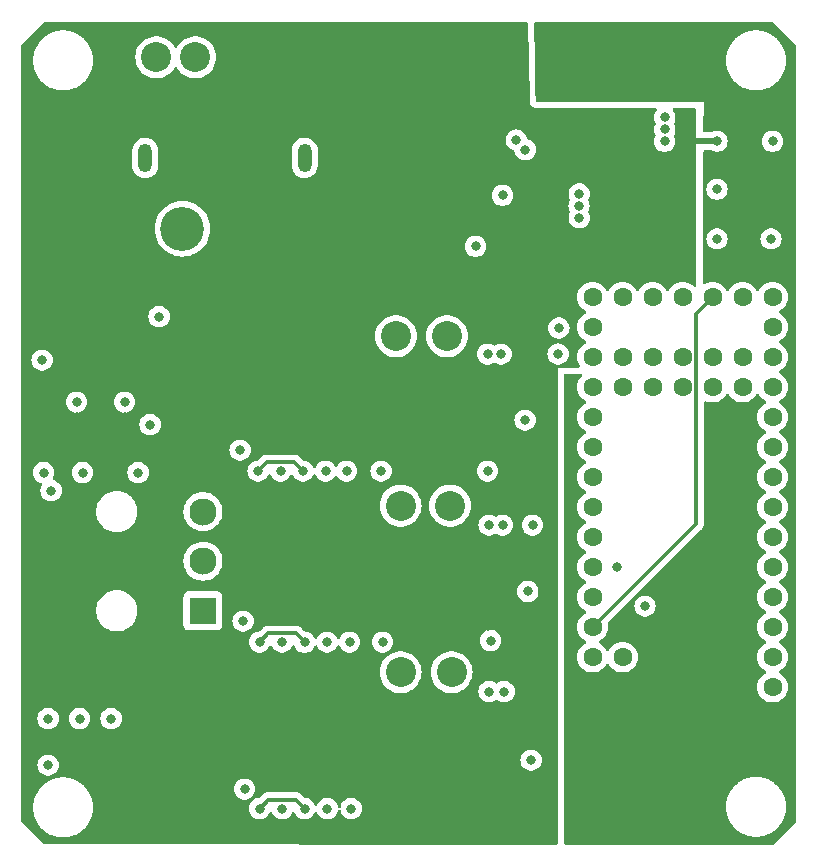
<source format=gbr>
%TF.GenerationSoftware,KiCad,Pcbnew,7.0.9*%
%TF.CreationDate,2023-12-30T21:06:32-05:00*%
%TF.ProjectId,esc,6573632e-6b69-4636-9164-5f7063625858,rev?*%
%TF.SameCoordinates,Original*%
%TF.FileFunction,Copper,L2,Inr*%
%TF.FilePolarity,Positive*%
%FSLAX46Y46*%
G04 Gerber Fmt 4.6, Leading zero omitted, Abs format (unit mm)*
G04 Created by KiCad (PCBNEW 7.0.9) date 2023-12-30 21:06:32*
%MOMM*%
%LPD*%
G01*
G04 APERTURE LIST*
%TA.AperFunction,ComponentPad*%
%ADD10R,2.300000X2.300000*%
%TD*%
%TA.AperFunction,ComponentPad*%
%ADD11C,2.300000*%
%TD*%
%TA.AperFunction,ComponentPad*%
%ADD12R,3.716000X3.716000*%
%TD*%
%TA.AperFunction,ComponentPad*%
%ADD13C,3.716000*%
%TD*%
%TA.AperFunction,ComponentPad*%
%ADD14O,1.200000X2.400000*%
%TD*%
%TA.AperFunction,ComponentPad*%
%ADD15C,1.600000*%
%TD*%
%TA.AperFunction,ViaPad*%
%ADD16C,0.800000*%
%TD*%
%TA.AperFunction,ViaPad*%
%ADD17C,2.540000*%
%TD*%
%TA.AperFunction,Conductor*%
%ADD18C,0.500000*%
%TD*%
%TA.AperFunction,Conductor*%
%ADD19C,0.300000*%
%TD*%
G04 APERTURE END LIST*
D10*
%TO.N,PHASE_A*%
%TO.C,J102*%
X56277720Y-110358543D03*
D11*
%TO.N,PHASE_B*%
X56277720Y-106158544D03*
%TO.N,PHASE_C*%
X56277720Y-101958545D03*
%TD*%
D12*
%TO.N,VCC*%
%TO.C,J101*%
X61747000Y-78009000D03*
D13*
%TO.N,GND*%
X54547000Y-78009000D03*
D14*
%TO.N,N/C*%
X64897000Y-72009000D03*
X51397000Y-72009000D03*
%TD*%
D15*
%TO.N,GND*%
%TO.C,U103*%
X104507207Y-116826544D03*
%TO.N,I_ERROR_A*%
X104507207Y-114286544D03*
%TO.N,I_ERROR_B*%
X104507207Y-111746544D03*
%TO.N,I_ERROR_C*%
X104507207Y-109206544D03*
%TO.N,unconnected-(U103-3_LRCLK2-Pad5)*%
X104507207Y-106666544D03*
%TO.N,unconnected-(U103-4_BCLK2-Pad6)*%
X104507207Y-104126544D03*
%TO.N,unconnected-(U103-5_IN2-Pad7)*%
X104507207Y-101586544D03*
%TO.N,unconnected-(U103-6_OUT1D-Pad8)*%
X104507207Y-99046544D03*
%TO.N,unconnected-(U103-7_RX2_OUT1A-Pad9)*%
X104507207Y-96506544D03*
%TO.N,unconnected-(U103-8_TX2_IN1-Pad10)*%
X104507207Y-93966544D03*
%TO.N,ZERO_C*%
X104507207Y-91426544D03*
%TO.N,ZERO_B*%
X104507207Y-88886544D03*
%TO.N,ZERO_A*%
X104507207Y-86346544D03*
%TO.N,VCC_SENSE*%
X104507207Y-83806544D03*
%TO.N,unconnected-(U103-VBAT-Pad15)*%
X101967207Y-83806544D03*
%TO.N,+3.3V*%
X99427207Y-83806544D03*
%TO.N,GND*%
X96887207Y-83806544D03*
%TO.N,unconnected-(U103-PROGRAM-Pad18)*%
X94347207Y-83806544D03*
%TO.N,unconnected-(U103-ON_OFF-Pad19)*%
X91807207Y-83806544D03*
%TO.N,PWM_C*%
X89267207Y-83806544D03*
%TO.N,I_SENSE_C*%
X89267207Y-86346544D03*
%TO.N,V_SENSE_C*%
X89267207Y-88886544D03*
%TO.N,unconnected-(U103-16_A2_RX4_SCL1-Pad23)*%
X89267207Y-91426544D03*
%TO.N,PWM_B*%
X89267207Y-93966544D03*
%TO.N,I_SENSE_B*%
X89267207Y-96506544D03*
%TO.N,V_SENSE_B*%
X89267207Y-99046544D03*
%TO.N,unconnected-(U103-20_A6_TX5_LRCLK1-Pad27)*%
X89267207Y-101586544D03*
%TO.N,PWM_A*%
X89267207Y-104126544D03*
%TO.N,I_SENSE_A*%
X89267207Y-106666544D03*
%TO.N,V_SENSE_A*%
X89267207Y-109206544D03*
%TO.N,+3.3V*%
X89267207Y-111746544D03*
%TO.N,GND*%
X89267207Y-114286544D03*
%TO.N,+5V*%
X89267207Y-116826544D03*
%TO.N,unconnected-(U103-VUSB-Pad34)*%
X91807207Y-114286544D03*
%TO.N,unconnected-(U103-24_A10_TX6_SCL2-Pad35)*%
X91807207Y-88886544D03*
%TO.N,unconnected-(U103-25_A11_RX6_SDA2-Pad36)*%
X91807207Y-91426544D03*
%TO.N,unconnected-(U103-26_A12_MOSI1-Pad37)*%
X94347207Y-88886544D03*
%TO.N,unconnected-(U103-27_A13_SCK1-Pad38)*%
X94347207Y-91426544D03*
%TO.N,unconnected-(U103-28_RX7-Pad39)*%
X96887207Y-88886544D03*
%TO.N,unconnected-(U103-29_TX7-Pad40)*%
X96887207Y-91426544D03*
%TO.N,unconnected-(U103-30_CRX3-Pad41)*%
X99427207Y-88886544D03*
%TO.N,unconnected-(U103-31_CTX3-Pad42)*%
X99427207Y-91426544D03*
%TO.N,unconnected-(U103-32_OUT1B-Pad43)*%
X101967207Y-88886544D03*
%TO.N,unconnected-(U103-33_MCLK2-Pad44)*%
X101967207Y-91426544D03*
%TD*%
D16*
%TO.N,Net-(D102-A)*%
X104502000Y-70612000D03*
%TO.N,Net-(D104-A)*%
X99803000Y-78867000D03*
D17*
%TO.N,GND*%
X77202207Y-101459044D03*
D16*
X79356000Y-79502000D03*
X104375000Y-78867000D03*
D17*
X73011207Y-115556544D03*
D16*
X59803207Y-125462544D03*
X81642000Y-75184000D03*
X95377000Y-68580000D03*
X43420207Y-100189544D03*
X59422207Y-96760544D03*
X81520207Y-88632544D03*
X59676207Y-111238544D03*
D17*
X55626000Y-63500000D03*
D16*
X81647207Y-103110544D03*
D17*
X76948207Y-87108544D03*
D16*
X88119000Y-76073000D03*
D17*
X73011207Y-101459544D03*
D16*
X88138000Y-75057000D03*
X83566000Y-71323200D03*
X95377000Y-69596000D03*
D17*
X72630207Y-87108544D03*
D16*
X42658207Y-89140544D03*
X43166207Y-123430544D03*
X81774207Y-117207544D03*
X95358000Y-70612000D03*
X88138000Y-77089000D03*
D17*
X77329207Y-115556544D03*
D16*
X82804000Y-70510400D03*
D17*
X52324000Y-63500000D03*
D16*
%TO.N,VCC*%
X80377207Y-111619544D03*
D17*
X71012000Y-63373000D03*
D16*
X80377207Y-125970544D03*
D17*
X74295000Y-76073000D03*
X68566207Y-101459544D03*
X74300207Y-79361544D03*
D16*
X41642207Y-93585544D03*
D17*
X68693207Y-115556544D03*
D16*
X83928000Y-75184000D03*
D17*
X64408000Y-63373000D03*
D16*
X93961000Y-77089000D03*
D17*
X60946207Y-101459544D03*
D16*
X93980000Y-75057000D03*
D17*
X64883207Y-115556544D03*
X74295000Y-63373000D03*
X61106000Y-63373000D03*
X61073207Y-115556544D03*
D16*
X80250207Y-97268544D03*
D17*
X74295000Y-66548000D03*
D16*
X45579207Y-93966544D03*
X49643207Y-93966544D03*
X93961000Y-76073000D03*
X99803000Y-70612000D03*
D17*
X64756207Y-101459544D03*
X67710000Y-63373000D03*
X74295000Y-72898000D03*
X74295000Y-69723000D03*
D16*
%TO.N,+5V*%
X71360207Y-98538544D03*
D17*
X88881000Y-62611000D03*
X91929000Y-62611000D03*
D16*
X104375000Y-74676000D03*
D17*
X94977000Y-62611000D03*
X98025000Y-62611000D03*
D16*
X71487207Y-113016544D03*
%TO.N,I_SENSE_A*%
X91299207Y-106666544D03*
%TO.N,V_SENSE_A*%
X64883207Y-127113544D03*
X61073207Y-127113544D03*
X93706707Y-109968544D03*
%TO.N,I_SENSE_B*%
X80631207Y-112889544D03*
%TO.N,V_SENSE_B*%
X64883207Y-113029044D03*
X61073207Y-113016544D03*
%TO.N,I_SENSE_C*%
X80377207Y-98539044D03*
%TO.N,V_SENSE_C*%
X64756207Y-98538544D03*
X60946207Y-98538544D03*
%TO.N,+3.3V*%
X52564207Y-85457544D03*
%TO.N,Net-(U201-HO)*%
X84060207Y-123008842D03*
X62986207Y-127113544D03*
%TO.N,Net-(U201-LO)*%
X80504207Y-117207544D03*
X66796207Y-127113544D03*
%TO.N,Net-(U301-HO)*%
X83782535Y-108717100D03*
X62978207Y-113016544D03*
%TO.N,Net-(U301-LO)*%
X80504207Y-103110544D03*
X66788207Y-113016544D03*
%TO.N,Net-(U401-HO)*%
X62851207Y-98538544D03*
X83552207Y-94220544D03*
%TO.N,Net-(U401-LO)*%
X80377207Y-88632544D03*
X66661207Y-98538544D03*
%TO.N,PWM_B*%
X84187207Y-103110544D03*
%TO.N,Net-(D105-A)*%
X48500207Y-119493544D03*
%TO.N,Net-(D106-A)*%
X45833207Y-119493544D03*
%TO.N,Net-(D107-A)*%
X43166207Y-119493544D03*
%TO.N,Net-(D103-A)*%
X99803000Y-74676000D03*
%TO.N,V_NEUTRAL*%
X46087207Y-98665544D03*
X42785207Y-98665544D03*
X50786207Y-98665544D03*
%TO.N,Net-(U202-OUT)*%
X68820207Y-127113544D03*
%TO.N,Net-(U302-OUT)*%
X68693207Y-113016544D03*
%TO.N,Net-(U402-OUT)*%
X68439207Y-98538544D03*
%TO.N,ZERO_A*%
X45579207Y-92696544D03*
%TO.N,ZERO_B*%
X86409707Y-86410044D03*
X49643207Y-92696544D03*
%TO.N,ZERO_C*%
X51802207Y-94601544D03*
X86346207Y-88632044D03*
%TD*%
D18*
%TO.N,VCC*%
X99803000Y-70612000D02*
X97281663Y-70612000D01*
D19*
%TO.N,V_SENSE_A*%
X61073207Y-127113544D02*
X61823207Y-126363544D01*
X61823207Y-126363544D02*
X64133207Y-126363544D01*
X64133207Y-126363544D02*
X64883207Y-127113544D01*
%TO.N,V_SENSE_B*%
X61823207Y-112266544D02*
X61073207Y-113016544D01*
X64120707Y-112266544D02*
X61823207Y-112266544D01*
X64883207Y-113029044D02*
X64120707Y-112266544D01*
%TO.N,V_SENSE_C*%
X64006207Y-97788544D02*
X64756207Y-98538544D01*
X61696207Y-97788544D02*
X64006207Y-97788544D01*
X60946207Y-98538544D02*
X61696207Y-97788544D01*
%TO.N,+3.3V*%
X89267207Y-111746544D02*
X98037207Y-102976544D01*
X98037207Y-85196544D02*
X99427207Y-83806544D01*
X98037207Y-102976544D02*
X98037207Y-85196544D01*
%TD*%
%TA.AperFunction,Conductor*%
%TO.N,VCC*%
G36*
X70090207Y-60514512D02*
G01*
X70090207Y-83880142D01*
X40895461Y-83807216D01*
X40895200Y-78009007D01*
X52183439Y-78009007D01*
X52203658Y-78317490D01*
X52203659Y-78317500D01*
X52203660Y-78317507D01*
X52203662Y-78317517D01*
X52263974Y-78620729D01*
X52263977Y-78620743D01*
X52363352Y-78913491D01*
X52363361Y-78913512D01*
X52500093Y-79190777D01*
X52671862Y-79447846D01*
X52875709Y-79680290D01*
X53057226Y-79839475D01*
X53108155Y-79884139D01*
X53365219Y-80055904D01*
X53365222Y-80055906D01*
X53642487Y-80192638D01*
X53642492Y-80192640D01*
X53642504Y-80192646D01*
X53935265Y-80292025D01*
X54238493Y-80352340D01*
X54268118Y-80354281D01*
X54546993Y-80372561D01*
X54547000Y-80372561D01*
X54547007Y-80372561D01*
X54793984Y-80356372D01*
X54855507Y-80352340D01*
X55158735Y-80292025D01*
X55451496Y-80192646D01*
X55728781Y-80055904D01*
X55985845Y-79884139D01*
X56218290Y-79680290D01*
X56422139Y-79447845D01*
X56593904Y-79190781D01*
X56730646Y-78913496D01*
X56830025Y-78620735D01*
X56890340Y-78317507D01*
X56910561Y-78009000D01*
X56910561Y-78008992D01*
X56890341Y-77700509D01*
X56890340Y-77700493D01*
X56830025Y-77397265D01*
X56730646Y-77104504D01*
X56730638Y-77104487D01*
X56593908Y-76827227D01*
X56593906Y-76827224D01*
X56593904Y-76827220D01*
X56422139Y-76570155D01*
X56218290Y-76337709D01*
X55985846Y-76133862D01*
X55728777Y-75962093D01*
X55451512Y-75825361D01*
X55451491Y-75825352D01*
X55158743Y-75725977D01*
X55158737Y-75725975D01*
X55158735Y-75725975D01*
X54855507Y-75665660D01*
X54855500Y-75665659D01*
X54855490Y-75665658D01*
X54547007Y-75645439D01*
X54546993Y-75645439D01*
X54238509Y-75665658D01*
X54238497Y-75665659D01*
X54238493Y-75665660D01*
X54238485Y-75665661D01*
X54238482Y-75665662D01*
X53935270Y-75725974D01*
X53935256Y-75725977D01*
X53642508Y-75825352D01*
X53642487Y-75825361D01*
X53365227Y-75962091D01*
X53365220Y-75962096D01*
X53108156Y-76133859D01*
X52875709Y-76337709D01*
X52671859Y-76570156D01*
X52500096Y-76827220D01*
X52500091Y-76827227D01*
X52363361Y-77104487D01*
X52363352Y-77104508D01*
X52263977Y-77397256D01*
X52263974Y-77397270D01*
X52203662Y-77700482D01*
X52203658Y-77700509D01*
X52183439Y-78008992D01*
X52183439Y-78009007D01*
X40895200Y-78009007D01*
X40894959Y-72661425D01*
X50296500Y-72661425D01*
X50311472Y-72818218D01*
X50370684Y-73019875D01*
X50420019Y-73115572D01*
X50466991Y-73206686D01*
X50596905Y-73371883D01*
X50596909Y-73371887D01*
X50755746Y-73509521D01*
X50937750Y-73614601D01*
X50937752Y-73614601D01*
X50937756Y-73614604D01*
X51136367Y-73683344D01*
X51344398Y-73713254D01*
X51554330Y-73703254D01*
X51758576Y-73653704D01*
X51844199Y-73614601D01*
X51949743Y-73566401D01*
X51949746Y-73566399D01*
X51949753Y-73566396D01*
X52120952Y-73444486D01*
X52190179Y-73371883D01*
X52265985Y-73292379D01*
X52321057Y-73206686D01*
X52379613Y-73115572D01*
X52457725Y-72920457D01*
X52497500Y-72714085D01*
X52497500Y-72661425D01*
X63796500Y-72661425D01*
X63811472Y-72818218D01*
X63870684Y-73019875D01*
X63920019Y-73115572D01*
X63966991Y-73206686D01*
X64096905Y-73371883D01*
X64096909Y-73371887D01*
X64255746Y-73509521D01*
X64437750Y-73614601D01*
X64437752Y-73614601D01*
X64437756Y-73614604D01*
X64636367Y-73683344D01*
X64844398Y-73713254D01*
X65054330Y-73703254D01*
X65258576Y-73653704D01*
X65344199Y-73614601D01*
X65449743Y-73566401D01*
X65449746Y-73566399D01*
X65449753Y-73566396D01*
X65620952Y-73444486D01*
X65690179Y-73371883D01*
X65765985Y-73292379D01*
X65821057Y-73206686D01*
X65879613Y-73115572D01*
X65957725Y-72920457D01*
X65997500Y-72714085D01*
X65997500Y-71356575D01*
X65982528Y-71199782D01*
X65923316Y-70998125D01*
X65827011Y-70811318D01*
X65827009Y-70811316D01*
X65827008Y-70811313D01*
X65697094Y-70646116D01*
X65697090Y-70646112D01*
X65538253Y-70508478D01*
X65356249Y-70403398D01*
X65356245Y-70403396D01*
X65356244Y-70403396D01*
X65157633Y-70334656D01*
X64949602Y-70304746D01*
X64949598Y-70304746D01*
X64739672Y-70314745D01*
X64535421Y-70364296D01*
X64535417Y-70364298D01*
X64344256Y-70451598D01*
X64344251Y-70451601D01*
X64173046Y-70573515D01*
X64173040Y-70573520D01*
X64028014Y-70725620D01*
X63914388Y-70902425D01*
X63836274Y-71097544D01*
X63816570Y-71199782D01*
X63796500Y-71303915D01*
X63796500Y-72661425D01*
X52497500Y-72661425D01*
X52497500Y-71356575D01*
X52482528Y-71199782D01*
X52423316Y-70998125D01*
X52327011Y-70811318D01*
X52327009Y-70811316D01*
X52327008Y-70811313D01*
X52197094Y-70646116D01*
X52197090Y-70646112D01*
X52038253Y-70508478D01*
X51856249Y-70403398D01*
X51856245Y-70403396D01*
X51856244Y-70403396D01*
X51657633Y-70334656D01*
X51449602Y-70304746D01*
X51449598Y-70304746D01*
X51239672Y-70314745D01*
X51035421Y-70364296D01*
X51035417Y-70364298D01*
X50844256Y-70451598D01*
X50844251Y-70451601D01*
X50673046Y-70573515D01*
X50673040Y-70573520D01*
X50528014Y-70725620D01*
X50414388Y-70902425D01*
X50336274Y-71097544D01*
X50316570Y-71199782D01*
X50296500Y-71303915D01*
X50296500Y-72661425D01*
X40894959Y-72661425D01*
X40894557Y-63754000D01*
X41890684Y-63754000D01*
X41898591Y-63879692D01*
X41898713Y-63883561D01*
X41898713Y-63913648D01*
X41902483Y-63943495D01*
X41902849Y-63947372D01*
X41910754Y-64073024D01*
X41910756Y-64073041D01*
X41934352Y-64196738D01*
X41934961Y-64200584D01*
X41938730Y-64230415D01*
X41938731Y-64230419D01*
X41946210Y-64259551D01*
X41947056Y-64263336D01*
X41970655Y-64387043D01*
X41970657Y-64387050D01*
X42009566Y-64506800D01*
X42010652Y-64510539D01*
X42018133Y-64539673D01*
X42029209Y-64567652D01*
X42030527Y-64571314D01*
X42069438Y-64691067D01*
X42123057Y-64805013D01*
X42124596Y-64808569D01*
X42135672Y-64836543D01*
X42135677Y-64836556D01*
X42150161Y-64862901D01*
X42151930Y-64866372D01*
X42205546Y-64980311D01*
X42205549Y-64980317D01*
X42273019Y-65086633D01*
X42275002Y-65089985D01*
X42289491Y-65116341D01*
X42289496Y-65116349D01*
X42307178Y-65140687D01*
X42309367Y-65143908D01*
X42314971Y-65152738D01*
X42376836Y-65250221D01*
X42457108Y-65347253D01*
X42459480Y-65350311D01*
X42459483Y-65350316D01*
X42459486Y-65350319D01*
X42477167Y-65374655D01*
X42477170Y-65374660D01*
X42497758Y-65396584D01*
X42500334Y-65399505D01*
X42580597Y-65496526D01*
X42580606Y-65496536D01*
X42672380Y-65582716D01*
X42675120Y-65585455D01*
X42685610Y-65596626D01*
X42695737Y-65607411D01*
X42718922Y-65626591D01*
X42721843Y-65629166D01*
X42813628Y-65715357D01*
X42813638Y-65715365D01*
X42915501Y-65789373D01*
X42918579Y-65791761D01*
X42929787Y-65801032D01*
X42941757Y-65810935D01*
X42941759Y-65810936D01*
X42941760Y-65810937D01*
X42967167Y-65827061D01*
X42970372Y-65829239D01*
X43072248Y-65903256D01*
X43182626Y-65963937D01*
X43185927Y-65965889D01*
X43211343Y-65982019D01*
X43238579Y-65994835D01*
X43242003Y-65996580D01*
X43352376Y-66057258D01*
X43352381Y-66057260D01*
X43352383Y-66057261D01*
X43352384Y-66057262D01*
X43469454Y-66103613D01*
X43473028Y-66105159D01*
X43500246Y-66117967D01*
X43528884Y-66127272D01*
X43532515Y-66128580D01*
X43649597Y-66174936D01*
X43771603Y-66206262D01*
X43775284Y-66207331D01*
X43803910Y-66216633D01*
X43803912Y-66216633D01*
X43803914Y-66216634D01*
X43811402Y-66218062D01*
X43833474Y-66222272D01*
X43837224Y-66223110D01*
X43959224Y-66254435D01*
X43959237Y-66254436D01*
X43959239Y-66254437D01*
X43968009Y-66255544D01*
X44084182Y-66270220D01*
X44087964Y-66270819D01*
X44117546Y-66276463D01*
X44147583Y-66278352D01*
X44151439Y-66278717D01*
X44208208Y-66285888D01*
X44276362Y-66294499D01*
X44276368Y-66294499D01*
X44276372Y-66294500D01*
X44276374Y-66294500D01*
X44402298Y-66294500D01*
X44406170Y-66294621D01*
X44431748Y-66296230D01*
X44436205Y-66296511D01*
X44436207Y-66296511D01*
X44436209Y-66296511D01*
X44440665Y-66296230D01*
X44466243Y-66294621D01*
X44470116Y-66294500D01*
X44596040Y-66294500D01*
X44596042Y-66294500D01*
X44596047Y-66294499D01*
X44596051Y-66294499D01*
X44644076Y-66288431D01*
X44720974Y-66278717D01*
X44724830Y-66278352D01*
X44754868Y-66276463D01*
X44784464Y-66270817D01*
X44788216Y-66270222D01*
X44913190Y-66254435D01*
X45035222Y-66223102D01*
X45038895Y-66222281D01*
X45068504Y-66216633D01*
X45097152Y-66207324D01*
X45100795Y-66206265D01*
X45222817Y-66174936D01*
X45339911Y-66128575D01*
X45343526Y-66127273D01*
X45372168Y-66117967D01*
X45399412Y-66105146D01*
X45402929Y-66103624D01*
X45520038Y-66057258D01*
X45630435Y-65996566D01*
X45633820Y-65994842D01*
X45661071Y-65982019D01*
X45686523Y-65965866D01*
X45689767Y-65963948D01*
X45800166Y-65903256D01*
X45902053Y-65829230D01*
X45905246Y-65827061D01*
X45930657Y-65810935D01*
X45953869Y-65791731D01*
X45956870Y-65789403D01*
X46058784Y-65715359D01*
X46150596Y-65629141D01*
X46153470Y-65626608D01*
X46176676Y-65607411D01*
X46197309Y-65585438D01*
X46199996Y-65582751D01*
X46291813Y-65496530D01*
X46372110Y-65399466D01*
X46374613Y-65396628D01*
X46395245Y-65374658D01*
X46412938Y-65350305D01*
X46415294Y-65347266D01*
X46495578Y-65250221D01*
X46495581Y-65250215D01*
X46495586Y-65250210D01*
X46527025Y-65200667D01*
X46563068Y-65143873D01*
X46565219Y-65140709D01*
X46582920Y-65116346D01*
X46597439Y-65089935D01*
X46599360Y-65086685D01*
X46666866Y-64980315D01*
X46720492Y-64866353D01*
X46722222Y-64862956D01*
X46736740Y-64836549D01*
X46747833Y-64808528D01*
X46749343Y-64805040D01*
X46802974Y-64691070D01*
X46841894Y-64571286D01*
X46843197Y-64567666D01*
X46854279Y-64539679D01*
X46861767Y-64510511D01*
X46862836Y-64506834D01*
X46901758Y-64387046D01*
X46925368Y-64263274D01*
X46926193Y-64259588D01*
X46933683Y-64230419D01*
X46937457Y-64200541D01*
X46938052Y-64196782D01*
X46961658Y-64073039D01*
X46961658Y-64073038D01*
X46961659Y-64073032D01*
X46969564Y-63947372D01*
X46969565Y-63947350D01*
X46969931Y-63943486D01*
X46973700Y-63913652D01*
X46973701Y-63913646D01*
X46974348Y-63872377D01*
X46974459Y-63869560D01*
X46981730Y-63754000D01*
X46974459Y-63638443D01*
X46974348Y-63635619D01*
X46973701Y-63594354D01*
X46969930Y-63564502D01*
X46969565Y-63560649D01*
X46965750Y-63500004D01*
X50548535Y-63500004D01*
X50568363Y-63764609D01*
X50568364Y-63764614D01*
X50627410Y-64023313D01*
X50627412Y-64023322D01*
X50627414Y-64023327D01*
X50724361Y-64270345D01*
X50857042Y-64500155D01*
X51022492Y-64707623D01*
X51217016Y-64888114D01*
X51436268Y-65037598D01*
X51436273Y-65037600D01*
X51436274Y-65037601D01*
X51436276Y-65037602D01*
X51572886Y-65103390D01*
X51675350Y-65152734D01*
X51928922Y-65230950D01*
X51928923Y-65230950D01*
X51928926Y-65230951D01*
X52191311Y-65270499D01*
X52191316Y-65270499D01*
X52191319Y-65270500D01*
X52191320Y-65270500D01*
X52456680Y-65270500D01*
X52456681Y-65270500D01*
X52456688Y-65270499D01*
X52719073Y-65230951D01*
X52719074Y-65230950D01*
X52719078Y-65230950D01*
X52972650Y-65152734D01*
X53211733Y-65037598D01*
X53430984Y-64888114D01*
X53625508Y-64707623D01*
X53790958Y-64500155D01*
X53867614Y-64367383D01*
X53918180Y-64319168D01*
X53986787Y-64305945D01*
X54051652Y-64331913D01*
X54082385Y-64367382D01*
X54159042Y-64500155D01*
X54324492Y-64707623D01*
X54519016Y-64888114D01*
X54738268Y-65037598D01*
X54738273Y-65037600D01*
X54738274Y-65037601D01*
X54738276Y-65037602D01*
X54874886Y-65103390D01*
X54977350Y-65152734D01*
X55230922Y-65230950D01*
X55230923Y-65230950D01*
X55230926Y-65230951D01*
X55493311Y-65270499D01*
X55493316Y-65270499D01*
X55493319Y-65270500D01*
X55493320Y-65270500D01*
X55758680Y-65270500D01*
X55758681Y-65270500D01*
X55758688Y-65270499D01*
X56021073Y-65230951D01*
X56021074Y-65230950D01*
X56021078Y-65230950D01*
X56274650Y-65152734D01*
X56513733Y-65037598D01*
X56732984Y-64888114D01*
X56927508Y-64707623D01*
X57092958Y-64500155D01*
X57225639Y-64270345D01*
X57322586Y-64023327D01*
X57381635Y-63764619D01*
X57381636Y-63764609D01*
X57401465Y-63500004D01*
X57401465Y-63499995D01*
X57381636Y-63235390D01*
X57381635Y-63235385D01*
X57381635Y-63235381D01*
X57322586Y-62976673D01*
X57225639Y-62729655D01*
X57092958Y-62499845D01*
X56927508Y-62292377D01*
X56732984Y-62111886D01*
X56728007Y-62108493D01*
X56513736Y-61962404D01*
X56513725Y-61962397D01*
X56274655Y-61847268D01*
X56274636Y-61847261D01*
X56021083Y-61769051D01*
X56021073Y-61769048D01*
X55758688Y-61729500D01*
X55758681Y-61729500D01*
X55493319Y-61729500D01*
X55493311Y-61729500D01*
X55230926Y-61769048D01*
X55230916Y-61769051D01*
X54977363Y-61847261D01*
X54977344Y-61847268D01*
X54738276Y-61962397D01*
X54738274Y-61962398D01*
X54519015Y-62111886D01*
X54324494Y-62292375D01*
X54324492Y-62292377D01*
X54159042Y-62499845D01*
X54082387Y-62632615D01*
X54031820Y-62680831D01*
X53963213Y-62694053D01*
X53898348Y-62668085D01*
X53867613Y-62632615D01*
X53858976Y-62617656D01*
X53790958Y-62499845D01*
X53625508Y-62292377D01*
X53430984Y-62111886D01*
X53426007Y-62108493D01*
X53211736Y-61962404D01*
X53211725Y-61962397D01*
X52972655Y-61847268D01*
X52972636Y-61847261D01*
X52719083Y-61769051D01*
X52719073Y-61769048D01*
X52456688Y-61729500D01*
X52456681Y-61729500D01*
X52191319Y-61729500D01*
X52191311Y-61729500D01*
X51928926Y-61769048D01*
X51928916Y-61769051D01*
X51675363Y-61847261D01*
X51675344Y-61847268D01*
X51436276Y-61962397D01*
X51436274Y-61962398D01*
X51217015Y-62111886D01*
X51022494Y-62292375D01*
X51022492Y-62292377D01*
X50857042Y-62499845D01*
X50724361Y-62729654D01*
X50627416Y-62976667D01*
X50627410Y-62976686D01*
X50568364Y-63235385D01*
X50568363Y-63235390D01*
X50548535Y-63499995D01*
X50548535Y-63500004D01*
X46965750Y-63500004D01*
X46961659Y-63434975D01*
X46961659Y-63434968D01*
X46961656Y-63434954D01*
X46938057Y-63311243D01*
X46937450Y-63307403D01*
X46933683Y-63277587D01*
X46933683Y-63277581D01*
X46933680Y-63277571D01*
X46931646Y-63269648D01*
X46926198Y-63248432D01*
X46925362Y-63244695D01*
X46901758Y-63120954D01*
X46862840Y-63001178D01*
X46861766Y-62997484D01*
X46854279Y-62968321D01*
X46849047Y-62955107D01*
X46843205Y-62940349D01*
X46841886Y-62936685D01*
X46812518Y-62846303D01*
X46802974Y-62816930D01*
X46749347Y-62702968D01*
X46747829Y-62699458D01*
X46736740Y-62671451D01*
X46722243Y-62645081D01*
X46720476Y-62641613D01*
X46716242Y-62632615D01*
X46666866Y-62527685D01*
X46599387Y-62421356D01*
X46597417Y-62418025D01*
X46582920Y-62391654D01*
X46570724Y-62374867D01*
X46565235Y-62367312D01*
X46563045Y-62364090D01*
X46517534Y-62292377D01*
X46495578Y-62257779D01*
X46415305Y-62160746D01*
X46412948Y-62157708D01*
X46395245Y-62133342D01*
X46374643Y-62111403D01*
X46372078Y-62108493D01*
X46291816Y-62011473D01*
X46291814Y-62011471D01*
X46291813Y-62011470D01*
X46200012Y-61925263D01*
X46197293Y-61922544D01*
X46176676Y-61900589D01*
X46176672Y-61900586D01*
X46153482Y-61881400D01*
X46150562Y-61878825D01*
X46058796Y-61792651D01*
X46058780Y-61792638D01*
X45956913Y-61718626D01*
X45953836Y-61716240D01*
X45948000Y-61711412D01*
X45930657Y-61697065D01*
X45918874Y-61689587D01*
X45905246Y-61680938D01*
X45902027Y-61678749D01*
X45800177Y-61604751D01*
X45800165Y-61604743D01*
X45689815Y-61544077D01*
X45686463Y-61542095D01*
X45661073Y-61525982D01*
X45661071Y-61525981D01*
X45633850Y-61513171D01*
X45630381Y-61511403D01*
X45520044Y-61450745D01*
X45520042Y-61450744D01*
X45520038Y-61450742D01*
X45479325Y-61434622D01*
X45402964Y-61404388D01*
X45399391Y-61402842D01*
X45372168Y-61390033D01*
X45363240Y-61387132D01*
X45343569Y-61380740D01*
X45339906Y-61379421D01*
X45222817Y-61333063D01*
X45100850Y-61301748D01*
X45097109Y-61300661D01*
X45068508Y-61291368D01*
X45068510Y-61291368D01*
X45038947Y-61285728D01*
X45035166Y-61284883D01*
X44967154Y-61267420D01*
X44913192Y-61253565D01*
X44913182Y-61253563D01*
X44788277Y-61237784D01*
X44784431Y-61237175D01*
X44754886Y-61231539D01*
X44754870Y-61231537D01*
X44754868Y-61231537D01*
X44750685Y-61231273D01*
X44724839Y-61229647D01*
X44720963Y-61229280D01*
X44596053Y-61213500D01*
X44596042Y-61213500D01*
X44470116Y-61213500D01*
X44466243Y-61213378D01*
X44440665Y-61211769D01*
X44436209Y-61211489D01*
X44436205Y-61211489D01*
X44431748Y-61211769D01*
X44406170Y-61213378D01*
X44402298Y-61213500D01*
X44276360Y-61213500D01*
X44151451Y-61229280D01*
X44147575Y-61229647D01*
X44119793Y-61231395D01*
X44117546Y-61231537D01*
X44117544Y-61231537D01*
X44117528Y-61231539D01*
X44087985Y-61237175D01*
X44084138Y-61237784D01*
X43959227Y-61253564D01*
X43907231Y-61266914D01*
X43837244Y-61284884D01*
X43833453Y-61285731D01*
X43803912Y-61291366D01*
X43789827Y-61295942D01*
X43775296Y-61300664D01*
X43771567Y-61301747D01*
X43649594Y-61333064D01*
X43532516Y-61379417D01*
X43528855Y-61380735D01*
X43500251Y-61390030D01*
X43500242Y-61390034D01*
X43473024Y-61402841D01*
X43469453Y-61404386D01*
X43352374Y-61450742D01*
X43352371Y-61450744D01*
X43242032Y-61511403D01*
X43238564Y-61513170D01*
X43211346Y-61525979D01*
X43211342Y-61525981D01*
X43185951Y-61542094D01*
X43182601Y-61544075D01*
X43072265Y-61604733D01*
X43072247Y-61604744D01*
X42970377Y-61678755D01*
X42967158Y-61680943D01*
X42941763Y-61697060D01*
X42941758Y-61697064D01*
X42918580Y-61716236D01*
X42915505Y-61718621D01*
X42813630Y-61792641D01*
X42813626Y-61792644D01*
X42721846Y-61878829D01*
X42718927Y-61881403D01*
X42695740Y-61900586D01*
X42695736Y-61900590D01*
X42675136Y-61922527D01*
X42672383Y-61925280D01*
X42580600Y-62011470D01*
X42580598Y-62011472D01*
X42500343Y-62108483D01*
X42497769Y-62111403D01*
X42477175Y-62133334D01*
X42477161Y-62133352D01*
X42459483Y-62157683D01*
X42457096Y-62160760D01*
X42376846Y-62257765D01*
X42376832Y-62257784D01*
X42309365Y-62364092D01*
X42307178Y-62367310D01*
X42289494Y-62391652D01*
X42275004Y-62418009D01*
X42273022Y-62421360D01*
X42205553Y-62527675D01*
X42205545Y-62527688D01*
X42151935Y-62641616D01*
X42150168Y-62645085D01*
X42135673Y-62671452D01*
X42124599Y-62699422D01*
X42123052Y-62702996D01*
X42069441Y-62816927D01*
X42030526Y-62936689D01*
X42029208Y-62940351D01*
X42018136Y-62968317D01*
X42018133Y-62968323D01*
X42010651Y-62997464D01*
X42009565Y-63001202D01*
X41970657Y-63120949D01*
X41970656Y-63120953D01*
X41947058Y-63244652D01*
X41946209Y-63248450D01*
X41938733Y-63277571D01*
X41938730Y-63277587D01*
X41934960Y-63307416D01*
X41934351Y-63311259D01*
X41910757Y-63434954D01*
X41910754Y-63434975D01*
X41902849Y-63560626D01*
X41902483Y-63564502D01*
X41898713Y-63594347D01*
X41898713Y-63624437D01*
X41898591Y-63628309D01*
X41890684Y-63754000D01*
X40894557Y-63754000D01*
X40894502Y-62535570D01*
X40914184Y-62468531D01*
X40930816Y-62447890D01*
X42839067Y-60539638D01*
X42900388Y-60506155D01*
X42926795Y-60503321D01*
X70090207Y-60514512D01*
G37*
%TD.AperFunction*%
%TD*%
%TA.AperFunction,Conductor*%
%TO.N,VCC*%
G36*
X83689229Y-60520116D02*
G01*
X83756260Y-60539828D01*
X83801994Y-60592651D01*
X83811008Y-60651553D01*
X83812882Y-60651653D01*
X83812647Y-60656076D01*
X83870018Y-63754000D01*
X83870191Y-63763360D01*
X83933540Y-67184206D01*
X83946020Y-67286854D01*
X83946022Y-67286865D01*
X83946023Y-67286867D01*
X83957208Y-67336082D01*
X83990319Y-67434048D01*
X83990321Y-67434051D01*
X83990322Y-67434053D01*
X84068102Y-67555081D01*
X84068111Y-67555092D01*
X84113855Y-67607884D01*
X84113858Y-67607887D01*
X84113862Y-67607891D01*
X84222596Y-67702111D01*
X84353473Y-67761882D01*
X84398289Y-67775041D01*
X84420507Y-67781566D01*
X84420512Y-67781567D01*
X84420516Y-67781568D01*
X84562932Y-67802044D01*
X94587224Y-67802044D01*
X94654263Y-67821729D01*
X94700018Y-67874533D01*
X94709962Y-67943691D01*
X94680937Y-68007247D01*
X94679374Y-68009016D01*
X94644466Y-68047785D01*
X94549821Y-68211715D01*
X94549818Y-68211722D01*
X94491327Y-68391740D01*
X94491326Y-68391744D01*
X94471540Y-68580000D01*
X94491326Y-68768256D01*
X94491327Y-68768259D01*
X94549820Y-68948283D01*
X94594690Y-69026001D01*
X94611162Y-69093901D01*
X94594690Y-69149999D01*
X94549820Y-69227716D01*
X94491327Y-69407740D01*
X94491326Y-69407744D01*
X94471540Y-69596000D01*
X94491326Y-69784256D01*
X94491327Y-69784259D01*
X94549821Y-69964285D01*
X94585189Y-70025544D01*
X94601662Y-70093444D01*
X94585190Y-70149543D01*
X94530820Y-70243715D01*
X94490763Y-70367000D01*
X94472326Y-70423744D01*
X94452540Y-70612000D01*
X94472326Y-70800256D01*
X94472327Y-70800259D01*
X94530818Y-70980277D01*
X94530821Y-70980284D01*
X94625467Y-71144216D01*
X94660648Y-71183288D01*
X94752129Y-71284888D01*
X94905265Y-71396148D01*
X94905270Y-71396151D01*
X95078192Y-71473142D01*
X95078197Y-71473144D01*
X95263354Y-71512500D01*
X95263355Y-71512500D01*
X95452644Y-71512500D01*
X95452646Y-71512500D01*
X95637803Y-71473144D01*
X95810730Y-71396151D01*
X95963871Y-71284888D01*
X96090533Y-71144216D01*
X96185179Y-70980284D01*
X96243674Y-70800256D01*
X96263460Y-70612000D01*
X96243674Y-70423744D01*
X96185179Y-70243716D01*
X96149808Y-70182452D01*
X96133336Y-70114554D01*
X96149808Y-70058456D01*
X96204179Y-69964284D01*
X96262674Y-69784256D01*
X96282460Y-69596000D01*
X96262674Y-69407744D01*
X96204179Y-69227716D01*
X96159308Y-69149997D01*
X96142836Y-69082100D01*
X96159309Y-69026001D01*
X96204179Y-68948284D01*
X96262674Y-68768256D01*
X96282460Y-68580000D01*
X96262674Y-68391744D01*
X96204179Y-68211716D01*
X96109533Y-68047784D01*
X96074625Y-68009015D01*
X96044396Y-67946025D01*
X96053021Y-67876689D01*
X96097763Y-67823024D01*
X96164415Y-67802066D01*
X96166776Y-67802044D01*
X97906207Y-67802044D01*
X97973246Y-67821729D01*
X98019001Y-67874533D01*
X98030207Y-67926044D01*
X98030207Y-82810995D01*
X98010522Y-82878034D01*
X97957718Y-82923789D01*
X97888560Y-82933733D01*
X97825004Y-82904708D01*
X97818526Y-82898676D01*
X97726348Y-82806498D01*
X97539941Y-82675976D01*
X97539939Y-82675975D01*
X97333704Y-82579805D01*
X97333695Y-82579802D01*
X97113904Y-82520910D01*
X97113900Y-82520909D01*
X97113899Y-82520909D01*
X97113898Y-82520908D01*
X97113893Y-82520908D01*
X96887209Y-82501076D01*
X96887205Y-82501076D01*
X96660520Y-82520908D01*
X96660509Y-82520910D01*
X96440718Y-82579802D01*
X96440709Y-82579805D01*
X96234474Y-82675975D01*
X96234472Y-82675976D01*
X96048065Y-82806498D01*
X95887161Y-82967402D01*
X95756639Y-83153809D01*
X95756638Y-83153811D01*
X95729589Y-83211819D01*
X95683416Y-83264258D01*
X95616223Y-83283410D01*
X95549342Y-83263194D01*
X95504825Y-83211819D01*
X95477775Y-83153811D01*
X95477774Y-83153809D01*
X95477756Y-83153784D01*
X95347254Y-82967405D01*
X95347252Y-82967402D01*
X95186348Y-82806498D01*
X94999941Y-82675976D01*
X94999939Y-82675975D01*
X94793704Y-82579805D01*
X94793695Y-82579802D01*
X94573904Y-82520910D01*
X94573900Y-82520909D01*
X94573899Y-82520909D01*
X94573898Y-82520908D01*
X94573893Y-82520908D01*
X94347209Y-82501076D01*
X94347205Y-82501076D01*
X94120520Y-82520908D01*
X94120509Y-82520910D01*
X93900718Y-82579802D01*
X93900709Y-82579805D01*
X93694474Y-82675975D01*
X93694472Y-82675976D01*
X93508065Y-82806498D01*
X93347161Y-82967402D01*
X93216639Y-83153809D01*
X93216638Y-83153811D01*
X93189589Y-83211819D01*
X93143416Y-83264258D01*
X93076223Y-83283410D01*
X93009342Y-83263194D01*
X92964825Y-83211819D01*
X92937775Y-83153811D01*
X92937774Y-83153809D01*
X92937756Y-83153784D01*
X92807254Y-82967405D01*
X92807252Y-82967402D01*
X92646348Y-82806498D01*
X92459941Y-82675976D01*
X92459939Y-82675975D01*
X92253704Y-82579805D01*
X92253695Y-82579802D01*
X92033904Y-82520910D01*
X92033900Y-82520909D01*
X92033899Y-82520909D01*
X92033898Y-82520908D01*
X92033893Y-82520908D01*
X91807209Y-82501076D01*
X91807205Y-82501076D01*
X91580520Y-82520908D01*
X91580509Y-82520910D01*
X91360718Y-82579802D01*
X91360709Y-82579805D01*
X91154474Y-82675975D01*
X91154472Y-82675976D01*
X90968065Y-82806498D01*
X90807161Y-82967402D01*
X90676639Y-83153809D01*
X90676638Y-83153811D01*
X90649589Y-83211819D01*
X90603416Y-83264258D01*
X90536223Y-83283410D01*
X90469342Y-83263194D01*
X90424825Y-83211819D01*
X90397775Y-83153811D01*
X90397774Y-83153809D01*
X90397756Y-83153784D01*
X90267254Y-82967405D01*
X90267252Y-82967402D01*
X90106348Y-82806498D01*
X89919941Y-82675976D01*
X89919939Y-82675975D01*
X89713704Y-82579805D01*
X89713695Y-82579802D01*
X89493904Y-82520910D01*
X89493900Y-82520909D01*
X89493899Y-82520909D01*
X89493898Y-82520908D01*
X89493893Y-82520908D01*
X89267209Y-82501076D01*
X89267205Y-82501076D01*
X89040520Y-82520908D01*
X89040509Y-82520910D01*
X88820718Y-82579802D01*
X88820709Y-82579805D01*
X88614474Y-82675975D01*
X88614472Y-82675976D01*
X88428065Y-82806498D01*
X88267161Y-82967402D01*
X88136639Y-83153809D01*
X88136638Y-83153811D01*
X88040468Y-83360046D01*
X88040465Y-83360055D01*
X87981573Y-83579846D01*
X87981571Y-83579857D01*
X87961739Y-83806542D01*
X87961739Y-83806545D01*
X87981571Y-84033230D01*
X87981573Y-84033241D01*
X88040465Y-84253032D01*
X88040468Y-84253041D01*
X88136638Y-84459276D01*
X88136639Y-84459278D01*
X88267161Y-84645685D01*
X88428065Y-84806589D01*
X88428068Y-84806591D01*
X88614473Y-84937112D01*
X88672482Y-84964162D01*
X88724921Y-85010335D01*
X88744073Y-85077528D01*
X88723857Y-85144409D01*
X88672482Y-85188926D01*
X88614474Y-85215975D01*
X88614472Y-85215976D01*
X88428065Y-85346498D01*
X88267161Y-85507402D01*
X88136639Y-85693809D01*
X88136638Y-85693811D01*
X88040468Y-85900046D01*
X88040465Y-85900055D01*
X87981573Y-86119846D01*
X87981571Y-86119857D01*
X87961739Y-86346542D01*
X87961739Y-86346545D01*
X87981571Y-86573230D01*
X87981573Y-86573241D01*
X88040465Y-86793032D01*
X88040468Y-86793041D01*
X88136638Y-86999276D01*
X88136639Y-86999278D01*
X88267161Y-87185685D01*
X88428065Y-87346589D01*
X88428068Y-87346591D01*
X88614473Y-87477112D01*
X88672482Y-87504162D01*
X88724921Y-87550335D01*
X88744073Y-87617528D01*
X88723857Y-87684409D01*
X88672482Y-87728925D01*
X88665795Y-87732044D01*
X88614474Y-87755975D01*
X88614472Y-87755976D01*
X88428065Y-87886498D01*
X88267161Y-88047402D01*
X88136639Y-88233809D01*
X88136638Y-88233811D01*
X88040468Y-88440046D01*
X88040465Y-88440055D01*
X87981573Y-88659846D01*
X87981571Y-88659857D01*
X87961739Y-88886542D01*
X87961739Y-88886545D01*
X87981571Y-89113230D01*
X87981573Y-89113241D01*
X88040465Y-89333032D01*
X88040468Y-89333041D01*
X88085135Y-89428829D01*
X88136639Y-89539278D01*
X88165448Y-89580422D01*
X88187775Y-89646627D01*
X88170765Y-89714394D01*
X88119817Y-89762207D01*
X88063873Y-89775544D01*
X86477407Y-89775544D01*
X86410368Y-89755859D01*
X86387394Y-89729346D01*
X86383558Y-89737747D01*
X86377526Y-89744225D01*
X86346207Y-89775544D01*
X86346207Y-89549093D01*
X86356884Y-89552229D01*
X86379857Y-89578741D01*
X86383694Y-89570341D01*
X86442472Y-89532567D01*
X86451622Y-89530254D01*
X86626010Y-89493188D01*
X86798937Y-89416195D01*
X86952078Y-89304932D01*
X87078740Y-89164260D01*
X87173386Y-89000328D01*
X87231881Y-88820300D01*
X87251667Y-88632044D01*
X87231881Y-88443788D01*
X87173550Y-88264266D01*
X87173388Y-88263766D01*
X87173387Y-88263765D01*
X87173386Y-88263760D01*
X87078740Y-88099828D01*
X86952078Y-87959156D01*
X86952077Y-87959155D01*
X86798941Y-87847895D01*
X86798936Y-87847892D01*
X86626014Y-87770901D01*
X86626009Y-87770899D01*
X86480208Y-87739909D01*
X86440853Y-87731544D01*
X86346207Y-87731544D01*
X86346207Y-87310544D01*
X86504351Y-87310544D01*
X86504353Y-87310544D01*
X86689510Y-87271188D01*
X86862437Y-87194195D01*
X87015578Y-87082932D01*
X87142240Y-86942260D01*
X87236886Y-86778328D01*
X87295381Y-86598300D01*
X87315167Y-86410044D01*
X87295381Y-86221788D01*
X87236886Y-86041760D01*
X87142240Y-85877828D01*
X87015578Y-85737156D01*
X86992557Y-85720430D01*
X86862441Y-85625895D01*
X86862436Y-85625892D01*
X86689514Y-85548901D01*
X86689509Y-85548899D01*
X86543708Y-85517909D01*
X86504353Y-85509544D01*
X86346207Y-85509544D01*
X86346207Y-84568544D01*
X71131607Y-84492344D01*
X71131607Y-83882744D01*
X70090207Y-83880142D01*
X70090207Y-79502000D01*
X78450540Y-79502000D01*
X78470326Y-79690256D01*
X78470327Y-79690259D01*
X78528818Y-79870277D01*
X78528821Y-79870284D01*
X78623467Y-80034216D01*
X78750129Y-80174888D01*
X78903265Y-80286148D01*
X78903270Y-80286151D01*
X79076192Y-80363142D01*
X79076197Y-80363144D01*
X79261354Y-80402500D01*
X79261355Y-80402500D01*
X79450644Y-80402500D01*
X79450646Y-80402500D01*
X79635803Y-80363144D01*
X79808730Y-80286151D01*
X79961871Y-80174888D01*
X80088533Y-80034216D01*
X80183179Y-79870284D01*
X80241674Y-79690256D01*
X80261460Y-79502000D01*
X80241674Y-79313744D01*
X80183179Y-79133716D01*
X80088533Y-78969784D01*
X79961871Y-78829112D01*
X79961870Y-78829111D01*
X79808734Y-78717851D01*
X79808729Y-78717848D01*
X79635807Y-78640857D01*
X79635802Y-78640855D01*
X79490001Y-78609865D01*
X79450646Y-78601500D01*
X79261354Y-78601500D01*
X79228897Y-78608398D01*
X79076197Y-78640855D01*
X79076192Y-78640857D01*
X78903270Y-78717848D01*
X78903265Y-78717851D01*
X78750129Y-78829111D01*
X78623466Y-78969785D01*
X78528821Y-79133715D01*
X78528818Y-79133722D01*
X78470327Y-79313740D01*
X78470326Y-79313744D01*
X78450540Y-79502000D01*
X70090207Y-79502000D01*
X70090207Y-75184000D01*
X80736540Y-75184000D01*
X80756326Y-75372256D01*
X80756327Y-75372259D01*
X80814818Y-75552277D01*
X80814821Y-75552284D01*
X80909467Y-75716216D01*
X81036129Y-75856888D01*
X81189265Y-75968148D01*
X81189270Y-75968151D01*
X81362192Y-76045142D01*
X81362197Y-76045144D01*
X81547354Y-76084500D01*
X81547355Y-76084500D01*
X81736644Y-76084500D01*
X81736646Y-76084500D01*
X81790750Y-76073000D01*
X87213540Y-76073000D01*
X87233326Y-76261256D01*
X87233327Y-76261259D01*
X87291821Y-76441285D01*
X87346189Y-76535454D01*
X87362662Y-76603355D01*
X87346190Y-76659452D01*
X87310821Y-76720713D01*
X87310820Y-76720717D01*
X87252327Y-76900740D01*
X87252326Y-76900744D01*
X87232540Y-77089000D01*
X87252326Y-77277256D01*
X87252327Y-77277259D01*
X87310818Y-77457277D01*
X87310821Y-77457284D01*
X87405467Y-77621216D01*
X87532129Y-77761888D01*
X87685265Y-77873148D01*
X87685270Y-77873151D01*
X87858192Y-77950142D01*
X87858197Y-77950144D01*
X88043354Y-77989500D01*
X88043355Y-77989500D01*
X88232644Y-77989500D01*
X88232646Y-77989500D01*
X88417803Y-77950144D01*
X88590730Y-77873151D01*
X88743871Y-77761888D01*
X88870533Y-77621216D01*
X88965179Y-77457284D01*
X89023674Y-77277256D01*
X89043460Y-77089000D01*
X89023674Y-76900744D01*
X88965179Y-76720716D01*
X88910808Y-76626543D01*
X88894336Y-76558645D01*
X88910807Y-76502548D01*
X88946179Y-76441284D01*
X89004674Y-76261256D01*
X89024460Y-76073000D01*
X89004674Y-75884744D01*
X88946179Y-75704716D01*
X88910808Y-75643452D01*
X88894336Y-75575554D01*
X88910808Y-75519456D01*
X88965179Y-75425284D01*
X89023674Y-75245256D01*
X89043460Y-75057000D01*
X89023674Y-74868744D01*
X88965179Y-74688716D01*
X88870533Y-74524784D01*
X88743871Y-74384112D01*
X88743870Y-74384111D01*
X88590734Y-74272851D01*
X88590729Y-74272848D01*
X88417807Y-74195857D01*
X88417802Y-74195855D01*
X88272001Y-74164865D01*
X88232646Y-74156500D01*
X88043354Y-74156500D01*
X88010897Y-74163398D01*
X87858197Y-74195855D01*
X87858192Y-74195857D01*
X87685270Y-74272848D01*
X87685265Y-74272851D01*
X87532129Y-74384111D01*
X87405466Y-74524785D01*
X87310821Y-74688715D01*
X87310818Y-74688722D01*
X87252327Y-74868740D01*
X87252326Y-74868744D01*
X87232540Y-75057000D01*
X87252326Y-75245256D01*
X87252327Y-75245259D01*
X87310821Y-75425285D01*
X87346189Y-75486544D01*
X87362662Y-75554444D01*
X87346190Y-75610543D01*
X87291820Y-75704715D01*
X87242377Y-75856888D01*
X87233326Y-75884744D01*
X87213540Y-76073000D01*
X81790750Y-76073000D01*
X81921803Y-76045144D01*
X82094730Y-75968151D01*
X82247871Y-75856888D01*
X82374533Y-75716216D01*
X82469179Y-75552284D01*
X82527674Y-75372256D01*
X82547460Y-75184000D01*
X82527674Y-74995744D01*
X82469179Y-74815716D01*
X82374533Y-74651784D01*
X82247871Y-74511112D01*
X82247870Y-74511111D01*
X82094734Y-74399851D01*
X82094729Y-74399848D01*
X81921807Y-74322857D01*
X81921802Y-74322855D01*
X81776001Y-74291865D01*
X81736646Y-74283500D01*
X81547354Y-74283500D01*
X81514897Y-74290398D01*
X81362197Y-74322855D01*
X81362192Y-74322857D01*
X81189270Y-74399848D01*
X81189265Y-74399851D01*
X81036129Y-74511111D01*
X80909466Y-74651785D01*
X80814821Y-74815715D01*
X80814818Y-74815722D01*
X80784363Y-74909455D01*
X80756326Y-74995744D01*
X80736540Y-75184000D01*
X70090207Y-75184000D01*
X70090207Y-70510400D01*
X81898540Y-70510400D01*
X81918326Y-70698656D01*
X81918327Y-70698659D01*
X81976818Y-70878677D01*
X81976821Y-70878684D01*
X82071467Y-71042616D01*
X82198129Y-71183288D01*
X82351265Y-71294548D01*
X82351270Y-71294551D01*
X82524192Y-71371542D01*
X82524193Y-71371542D01*
X82524197Y-71371544D01*
X82569159Y-71381100D01*
X82580728Y-71383560D01*
X82642210Y-71416752D01*
X82675987Y-71477915D01*
X82678268Y-71491884D01*
X82680325Y-71511450D01*
X82680327Y-71511460D01*
X82738818Y-71691477D01*
X82738821Y-71691484D01*
X82833467Y-71855416D01*
X82960129Y-71996088D01*
X83113265Y-72107348D01*
X83113270Y-72107351D01*
X83286192Y-72184342D01*
X83286197Y-72184344D01*
X83471354Y-72223700D01*
X83471355Y-72223700D01*
X83660644Y-72223700D01*
X83660646Y-72223700D01*
X83845803Y-72184344D01*
X84018730Y-72107351D01*
X84171871Y-71996088D01*
X84298533Y-71855416D01*
X84393179Y-71691484D01*
X84451674Y-71511456D01*
X84471460Y-71323200D01*
X84451674Y-71134944D01*
X84393179Y-70954916D01*
X84298533Y-70790984D01*
X84171871Y-70650312D01*
X84171870Y-70650311D01*
X84018734Y-70539051D01*
X84018729Y-70539048D01*
X83845807Y-70462057D01*
X83845803Y-70462056D01*
X83789269Y-70450039D01*
X83727788Y-70416846D01*
X83694011Y-70355683D01*
X83691730Y-70341707D01*
X83689674Y-70322145D01*
X83689672Y-70322140D01*
X83631179Y-70142116D01*
X83536533Y-69978184D01*
X83409871Y-69837512D01*
X83409870Y-69837511D01*
X83256734Y-69726251D01*
X83256729Y-69726248D01*
X83083807Y-69649257D01*
X83083802Y-69649255D01*
X82938001Y-69618265D01*
X82898646Y-69609900D01*
X82709354Y-69609900D01*
X82676897Y-69616798D01*
X82524197Y-69649255D01*
X82524192Y-69649257D01*
X82351270Y-69726248D01*
X82351265Y-69726251D01*
X82198129Y-69837511D01*
X82071466Y-69978185D01*
X81976821Y-70142115D01*
X81976818Y-70142122D01*
X81920998Y-70313919D01*
X81918326Y-70322144D01*
X81898540Y-70510400D01*
X70090207Y-70510400D01*
X70090207Y-60514513D01*
X83689229Y-60520116D01*
G37*
%TD.AperFunction*%
%TD*%
%TA.AperFunction,Conductor*%
%TO.N,+5V*%
G36*
X104469460Y-60528677D02*
G01*
X104536489Y-60548389D01*
X104557088Y-60564996D01*
X106490784Y-62498692D01*
X106524269Y-62560015D01*
X106527103Y-62586364D01*
X106531748Y-128123059D01*
X106512068Y-128190100D01*
X106495429Y-128210749D01*
X104587168Y-130119009D01*
X104525845Y-130152494D01*
X104499476Y-130155328D01*
X86978196Y-130153716D01*
X86911158Y-130134025D01*
X86865408Y-130081217D01*
X86854207Y-130029716D01*
X86854207Y-126949200D01*
X100559477Y-126949200D01*
X100567384Y-127074892D01*
X100567506Y-127078761D01*
X100567506Y-127108848D01*
X100571276Y-127138695D01*
X100571642Y-127142572D01*
X100579547Y-127268224D01*
X100579549Y-127268241D01*
X100603145Y-127391938D01*
X100603754Y-127395784D01*
X100607523Y-127425615D01*
X100607524Y-127425619D01*
X100615003Y-127454751D01*
X100615849Y-127458536D01*
X100639448Y-127582243D01*
X100639450Y-127582250D01*
X100678359Y-127702000D01*
X100679445Y-127705739D01*
X100686926Y-127734873D01*
X100698002Y-127762852D01*
X100699320Y-127766514D01*
X100738231Y-127886267D01*
X100791850Y-128000213D01*
X100793389Y-128003769D01*
X100804465Y-128031743D01*
X100804470Y-128031756D01*
X100818954Y-128058101D01*
X100820723Y-128061572D01*
X100874339Y-128175511D01*
X100874342Y-128175517D01*
X100941812Y-128281833D01*
X100943795Y-128285185D01*
X100958284Y-128311541D01*
X100958289Y-128311549D01*
X100975971Y-128335887D01*
X100978160Y-128339108D01*
X101015362Y-128397728D01*
X101045629Y-128445421D01*
X101125901Y-128542453D01*
X101128273Y-128545511D01*
X101128276Y-128545516D01*
X101128279Y-128545519D01*
X101145960Y-128569855D01*
X101145963Y-128569860D01*
X101166551Y-128591784D01*
X101169127Y-128594705D01*
X101249390Y-128691726D01*
X101249399Y-128691736D01*
X101341173Y-128777916D01*
X101343913Y-128780655D01*
X101354403Y-128791826D01*
X101364530Y-128802611D01*
X101387715Y-128821791D01*
X101390636Y-128824366D01*
X101482421Y-128910557D01*
X101482431Y-128910565D01*
X101584294Y-128984573D01*
X101587372Y-128986961D01*
X101598580Y-128996232D01*
X101610550Y-129006135D01*
X101610552Y-129006136D01*
X101610553Y-129006137D01*
X101635960Y-129022261D01*
X101639165Y-129024439D01*
X101741041Y-129098456D01*
X101851419Y-129159137D01*
X101854720Y-129161089D01*
X101880136Y-129177219D01*
X101907372Y-129190035D01*
X101910796Y-129191780D01*
X102021169Y-129252458D01*
X102021174Y-129252460D01*
X102021176Y-129252461D01*
X102021177Y-129252462D01*
X102138247Y-129298813D01*
X102141821Y-129300359D01*
X102169039Y-129313167D01*
X102197677Y-129322472D01*
X102201308Y-129323780D01*
X102318390Y-129370136D01*
X102440396Y-129401462D01*
X102444077Y-129402531D01*
X102472703Y-129411833D01*
X102472705Y-129411833D01*
X102472707Y-129411834D01*
X102480195Y-129413262D01*
X102502267Y-129417472D01*
X102506017Y-129418310D01*
X102628017Y-129449635D01*
X102628030Y-129449636D01*
X102628032Y-129449637D01*
X102636802Y-129450744D01*
X102752975Y-129465420D01*
X102756757Y-129466019D01*
X102786339Y-129471663D01*
X102816376Y-129473552D01*
X102820232Y-129473917D01*
X102877001Y-129481088D01*
X102945155Y-129489699D01*
X102945161Y-129489699D01*
X102945165Y-129489700D01*
X102945167Y-129489700D01*
X103071091Y-129489700D01*
X103074963Y-129489821D01*
X103100541Y-129491430D01*
X103104998Y-129491711D01*
X103105000Y-129491711D01*
X103105002Y-129491711D01*
X103109458Y-129491430D01*
X103135036Y-129489821D01*
X103138909Y-129489700D01*
X103264833Y-129489700D01*
X103264835Y-129489700D01*
X103264840Y-129489699D01*
X103264844Y-129489699D01*
X103312869Y-129483631D01*
X103389767Y-129473917D01*
X103393623Y-129473552D01*
X103423661Y-129471663D01*
X103453257Y-129466017D01*
X103457009Y-129465422D01*
X103581983Y-129449635D01*
X103704015Y-129418302D01*
X103707688Y-129417481D01*
X103737297Y-129411833D01*
X103765945Y-129402524D01*
X103769588Y-129401465D01*
X103891610Y-129370136D01*
X104008704Y-129323775D01*
X104012319Y-129322473D01*
X104040961Y-129313167D01*
X104068205Y-129300346D01*
X104071722Y-129298824D01*
X104188831Y-129252458D01*
X104299228Y-129191766D01*
X104302613Y-129190042D01*
X104329864Y-129177219D01*
X104355316Y-129161066D01*
X104358560Y-129159148D01*
X104468959Y-129098456D01*
X104570846Y-129024430D01*
X104574039Y-129022261D01*
X104599450Y-129006135D01*
X104622662Y-128986931D01*
X104625663Y-128984603D01*
X104727577Y-128910559D01*
X104819389Y-128824341D01*
X104822263Y-128821808D01*
X104845469Y-128802611D01*
X104866102Y-128780638D01*
X104868789Y-128777951D01*
X104960606Y-128691730D01*
X105040903Y-128594666D01*
X105043406Y-128591828D01*
X105064038Y-128569858D01*
X105081731Y-128545505D01*
X105084087Y-128542466D01*
X105164371Y-128445421D01*
X105164374Y-128445415D01*
X105164379Y-128445410D01*
X105195818Y-128395867D01*
X105231861Y-128339073D01*
X105234012Y-128335909D01*
X105251713Y-128311546D01*
X105266232Y-128285135D01*
X105268153Y-128281885D01*
X105335659Y-128175515D01*
X105389285Y-128061553D01*
X105391015Y-128058156D01*
X105405533Y-128031749D01*
X105416626Y-128003728D01*
X105418136Y-128000240D01*
X105471767Y-127886270D01*
X105510687Y-127766486D01*
X105511990Y-127762866D01*
X105523072Y-127734879D01*
X105530560Y-127705711D01*
X105531629Y-127702034D01*
X105570551Y-127582246D01*
X105594161Y-127458474D01*
X105594986Y-127454788D01*
X105602476Y-127425619D01*
X105606250Y-127395741D01*
X105606845Y-127391982D01*
X105630451Y-127268239D01*
X105630451Y-127268238D01*
X105630452Y-127268232D01*
X105638357Y-127142572D01*
X105638358Y-127142550D01*
X105638724Y-127138686D01*
X105642493Y-127108852D01*
X105642494Y-127108846D01*
X105643141Y-127067577D01*
X105643252Y-127064760D01*
X105650523Y-126949200D01*
X105643252Y-126833643D01*
X105643141Y-126830819D01*
X105642494Y-126789554D01*
X105638723Y-126759702D01*
X105638358Y-126755849D01*
X105630452Y-126630175D01*
X105630452Y-126630168D01*
X105630449Y-126630154D01*
X105606850Y-126506443D01*
X105606243Y-126502603D01*
X105602476Y-126472787D01*
X105602476Y-126472781D01*
X105602473Y-126472771D01*
X105600439Y-126464848D01*
X105594991Y-126443632D01*
X105594155Y-126439895D01*
X105570551Y-126316154D01*
X105531633Y-126196378D01*
X105530559Y-126192684D01*
X105523072Y-126163521D01*
X105517840Y-126150307D01*
X105511998Y-126135549D01*
X105510679Y-126131885D01*
X105481311Y-126041503D01*
X105471767Y-126012130D01*
X105418140Y-125898168D01*
X105416622Y-125894658D01*
X105405533Y-125866651D01*
X105391036Y-125840281D01*
X105389269Y-125836813D01*
X105335659Y-125722885D01*
X105268180Y-125616556D01*
X105266210Y-125613225D01*
X105251713Y-125586854D01*
X105239517Y-125570067D01*
X105234028Y-125562512D01*
X105231838Y-125559290D01*
X105166617Y-125456519D01*
X105164371Y-125452979D01*
X105084098Y-125355946D01*
X105081741Y-125352908D01*
X105064038Y-125328542D01*
X105043436Y-125306603D01*
X105040871Y-125303693D01*
X104960609Y-125206673D01*
X104960607Y-125206671D01*
X104960606Y-125206670D01*
X104868805Y-125120463D01*
X104866086Y-125117744D01*
X104845469Y-125095789D01*
X104845465Y-125095786D01*
X104822275Y-125076600D01*
X104819355Y-125074025D01*
X104727589Y-124987851D01*
X104727573Y-124987838D01*
X104625706Y-124913826D01*
X104622629Y-124911440D01*
X104616793Y-124906612D01*
X104599450Y-124892265D01*
X104587667Y-124884787D01*
X104574039Y-124876138D01*
X104570820Y-124873949D01*
X104468970Y-124799951D01*
X104468958Y-124799943D01*
X104358608Y-124739277D01*
X104355256Y-124737295D01*
X104329866Y-124721182D01*
X104329864Y-124721181D01*
X104302643Y-124708371D01*
X104299174Y-124706603D01*
X104188837Y-124645945D01*
X104188835Y-124645944D01*
X104188831Y-124645942D01*
X104148118Y-124629822D01*
X104071757Y-124599588D01*
X104068184Y-124598042D01*
X104040961Y-124585233D01*
X104032033Y-124582332D01*
X104012362Y-124575940D01*
X104008699Y-124574621D01*
X103891610Y-124528263D01*
X103769643Y-124496948D01*
X103765902Y-124495861D01*
X103737301Y-124486568D01*
X103737303Y-124486568D01*
X103707740Y-124480928D01*
X103703959Y-124480083D01*
X103635947Y-124462620D01*
X103581985Y-124448765D01*
X103581975Y-124448763D01*
X103457070Y-124432984D01*
X103453224Y-124432375D01*
X103423679Y-124426739D01*
X103423663Y-124426737D01*
X103423661Y-124426737D01*
X103419478Y-124426473D01*
X103393632Y-124424847D01*
X103389756Y-124424480D01*
X103264846Y-124408700D01*
X103264835Y-124408700D01*
X103138909Y-124408700D01*
X103135036Y-124408578D01*
X103109458Y-124406969D01*
X103105002Y-124406689D01*
X103104998Y-124406689D01*
X103100541Y-124406969D01*
X103074963Y-124408578D01*
X103071091Y-124408700D01*
X102945153Y-124408700D01*
X102820244Y-124424480D01*
X102816368Y-124424847D01*
X102788586Y-124426595D01*
X102786339Y-124426737D01*
X102786337Y-124426737D01*
X102786321Y-124426739D01*
X102756778Y-124432375D01*
X102752931Y-124432984D01*
X102628020Y-124448764D01*
X102576024Y-124462114D01*
X102506037Y-124480084D01*
X102502246Y-124480931D01*
X102472705Y-124486566D01*
X102458620Y-124491142D01*
X102444089Y-124495864D01*
X102440360Y-124496947D01*
X102318387Y-124528264D01*
X102201309Y-124574617D01*
X102197648Y-124575935D01*
X102169044Y-124585230D01*
X102169035Y-124585234D01*
X102141817Y-124598041D01*
X102138246Y-124599586D01*
X102021167Y-124645942D01*
X102021164Y-124645944D01*
X101910825Y-124706603D01*
X101907357Y-124708370D01*
X101880139Y-124721179D01*
X101880135Y-124721181D01*
X101854744Y-124737294D01*
X101851394Y-124739275D01*
X101741058Y-124799933D01*
X101741040Y-124799944D01*
X101639170Y-124873955D01*
X101635951Y-124876143D01*
X101610556Y-124892260D01*
X101610551Y-124892264D01*
X101587373Y-124911436D01*
X101584298Y-124913821D01*
X101482423Y-124987841D01*
X101482419Y-124987844D01*
X101390639Y-125074029D01*
X101387720Y-125076603D01*
X101364533Y-125095786D01*
X101364529Y-125095790D01*
X101343929Y-125117727D01*
X101341176Y-125120480D01*
X101249393Y-125206670D01*
X101249391Y-125206672D01*
X101169136Y-125303683D01*
X101166562Y-125306603D01*
X101145968Y-125328534D01*
X101145954Y-125328552D01*
X101128276Y-125352883D01*
X101125889Y-125355960D01*
X101045639Y-125452965D01*
X101045625Y-125452984D01*
X100978158Y-125559292D01*
X100975971Y-125562510D01*
X100958287Y-125586852D01*
X100943797Y-125613209D01*
X100941815Y-125616560D01*
X100874346Y-125722875D01*
X100874338Y-125722888D01*
X100820728Y-125836816D01*
X100818961Y-125840285D01*
X100804466Y-125866652D01*
X100793392Y-125894622D01*
X100791845Y-125898196D01*
X100738234Y-126012127D01*
X100699319Y-126131889D01*
X100698001Y-126135551D01*
X100686929Y-126163517D01*
X100686926Y-126163523D01*
X100679444Y-126192664D01*
X100678358Y-126196402D01*
X100639450Y-126316149D01*
X100639449Y-126316153D01*
X100615851Y-126439852D01*
X100615002Y-126443650D01*
X100607526Y-126472771D01*
X100607523Y-126472787D01*
X100603753Y-126502616D01*
X100603144Y-126506459D01*
X100579550Y-126630154D01*
X100579547Y-126630175D01*
X100571642Y-126755826D01*
X100571276Y-126759702D01*
X100567506Y-126789547D01*
X100567506Y-126819637D01*
X100567384Y-126823509D01*
X100559477Y-126949200D01*
X86854207Y-126949200D01*
X86854207Y-90407544D01*
X86873892Y-90340505D01*
X86926696Y-90294750D01*
X86978207Y-90283544D01*
X88271658Y-90283544D01*
X88338697Y-90303229D01*
X88384452Y-90356033D01*
X88394396Y-90425191D01*
X88365371Y-90488747D01*
X88359339Y-90495225D01*
X88267161Y-90587402D01*
X88136639Y-90773809D01*
X88136638Y-90773811D01*
X88040468Y-90980046D01*
X88040465Y-90980055D01*
X87981573Y-91199846D01*
X87981571Y-91199857D01*
X87961739Y-91426542D01*
X87961739Y-91426545D01*
X87981571Y-91653230D01*
X87981573Y-91653241D01*
X88040465Y-91873032D01*
X88040468Y-91873041D01*
X88136638Y-92079276D01*
X88136639Y-92079278D01*
X88267161Y-92265685D01*
X88428065Y-92426589D01*
X88428068Y-92426591D01*
X88614473Y-92557112D01*
X88672482Y-92584162D01*
X88724921Y-92630335D01*
X88744073Y-92697528D01*
X88723857Y-92764409D01*
X88672482Y-92808926D01*
X88614474Y-92835975D01*
X88614472Y-92835976D01*
X88428065Y-92966498D01*
X88267161Y-93127402D01*
X88136639Y-93313809D01*
X88136638Y-93313811D01*
X88040468Y-93520046D01*
X88040465Y-93520055D01*
X87981573Y-93739846D01*
X87981571Y-93739857D01*
X87961739Y-93966542D01*
X87961739Y-93966545D01*
X87981571Y-94193230D01*
X87981573Y-94193241D01*
X88040465Y-94413032D01*
X88040468Y-94413041D01*
X88136638Y-94619276D01*
X88136639Y-94619278D01*
X88267161Y-94805685D01*
X88428065Y-94966589D01*
X88428068Y-94966591D01*
X88614473Y-95097112D01*
X88672482Y-95124162D01*
X88724921Y-95170335D01*
X88744073Y-95237528D01*
X88723857Y-95304409D01*
X88672482Y-95348926D01*
X88614474Y-95375975D01*
X88614472Y-95375976D01*
X88428065Y-95506498D01*
X88267161Y-95667402D01*
X88136639Y-95853809D01*
X88136638Y-95853811D01*
X88040468Y-96060046D01*
X88040465Y-96060055D01*
X87981573Y-96279846D01*
X87981571Y-96279857D01*
X87961739Y-96506542D01*
X87961739Y-96506545D01*
X87981571Y-96733230D01*
X87981573Y-96733241D01*
X88040465Y-96953032D01*
X88040468Y-96953041D01*
X88136638Y-97159276D01*
X88136639Y-97159278D01*
X88267161Y-97345685D01*
X88428065Y-97506589D01*
X88428068Y-97506591D01*
X88614473Y-97637112D01*
X88672482Y-97664162D01*
X88724921Y-97710335D01*
X88744073Y-97777528D01*
X88723857Y-97844409D01*
X88672482Y-97888926D01*
X88614474Y-97915975D01*
X88614472Y-97915976D01*
X88428065Y-98046498D01*
X88267161Y-98207402D01*
X88136639Y-98393809D01*
X88136638Y-98393811D01*
X88040468Y-98600046D01*
X88040465Y-98600055D01*
X87981573Y-98819846D01*
X87981571Y-98819857D01*
X87961739Y-99046542D01*
X87961739Y-99046545D01*
X87981571Y-99273230D01*
X87981573Y-99273241D01*
X88040465Y-99493032D01*
X88040468Y-99493041D01*
X88136638Y-99699276D01*
X88136639Y-99699278D01*
X88267161Y-99885685D01*
X88428065Y-100046589D01*
X88428068Y-100046591D01*
X88614473Y-100177112D01*
X88672482Y-100204162D01*
X88724921Y-100250335D01*
X88744073Y-100317528D01*
X88723857Y-100384409D01*
X88672482Y-100428926D01*
X88614474Y-100455975D01*
X88614472Y-100455976D01*
X88428065Y-100586498D01*
X88267161Y-100747402D01*
X88136639Y-100933809D01*
X88136638Y-100933811D01*
X88040468Y-101140046D01*
X88040465Y-101140055D01*
X87981573Y-101359846D01*
X87981571Y-101359857D01*
X87961739Y-101586542D01*
X87961739Y-101586545D01*
X87981571Y-101813230D01*
X87981573Y-101813241D01*
X88040465Y-102033032D01*
X88040468Y-102033041D01*
X88136638Y-102239276D01*
X88136639Y-102239278D01*
X88267161Y-102425685D01*
X88428065Y-102586589D01*
X88428068Y-102586591D01*
X88614473Y-102717112D01*
X88668403Y-102742260D01*
X88672482Y-102744162D01*
X88724921Y-102790335D01*
X88744073Y-102857528D01*
X88723857Y-102924409D01*
X88672482Y-102968926D01*
X88614474Y-102995975D01*
X88614472Y-102995976D01*
X88428065Y-103126498D01*
X88267161Y-103287402D01*
X88136639Y-103473809D01*
X88136638Y-103473811D01*
X88040468Y-103680046D01*
X88040465Y-103680055D01*
X87981573Y-103899846D01*
X87981571Y-103899857D01*
X87961739Y-104126542D01*
X87961739Y-104126545D01*
X87981571Y-104353230D01*
X87981573Y-104353241D01*
X88040465Y-104573032D01*
X88040468Y-104573041D01*
X88136638Y-104779276D01*
X88136639Y-104779278D01*
X88267161Y-104965685D01*
X88428065Y-105126589D01*
X88428068Y-105126591D01*
X88614473Y-105257112D01*
X88672482Y-105284162D01*
X88724921Y-105330335D01*
X88744073Y-105397528D01*
X88723857Y-105464409D01*
X88672482Y-105508926D01*
X88614474Y-105535975D01*
X88614472Y-105535976D01*
X88428065Y-105666498D01*
X88267161Y-105827402D01*
X88136639Y-106013809D01*
X88136638Y-106013811D01*
X88040468Y-106220046D01*
X88040465Y-106220055D01*
X87981573Y-106439846D01*
X87981571Y-106439857D01*
X87961739Y-106666542D01*
X87961739Y-106666545D01*
X87981571Y-106893230D01*
X87981573Y-106893241D01*
X88040465Y-107113032D01*
X88040468Y-107113041D01*
X88136638Y-107319276D01*
X88136639Y-107319278D01*
X88267161Y-107505685D01*
X88428065Y-107666589D01*
X88428068Y-107666591D01*
X88614473Y-107797112D01*
X88656265Y-107816600D01*
X88672482Y-107824162D01*
X88724921Y-107870335D01*
X88744073Y-107937528D01*
X88723857Y-108004409D01*
X88672482Y-108048926D01*
X88614474Y-108075975D01*
X88614472Y-108075976D01*
X88428065Y-108206498D01*
X88267161Y-108367402D01*
X88136639Y-108553809D01*
X88136638Y-108553811D01*
X88040468Y-108760046D01*
X88040465Y-108760055D01*
X87981573Y-108979846D01*
X87981571Y-108979857D01*
X87961739Y-109206542D01*
X87961739Y-109206545D01*
X87981571Y-109433230D01*
X87981573Y-109433241D01*
X88040465Y-109653032D01*
X88040468Y-109653041D01*
X88136638Y-109859276D01*
X88136639Y-109859278D01*
X88267161Y-110045685D01*
X88428065Y-110206589D01*
X88428068Y-110206591D01*
X88614473Y-110337112D01*
X88672482Y-110364162D01*
X88724921Y-110410335D01*
X88744073Y-110477528D01*
X88723857Y-110544409D01*
X88672482Y-110588926D01*
X88614474Y-110615975D01*
X88614472Y-110615976D01*
X88428065Y-110746498D01*
X88267161Y-110907402D01*
X88136639Y-111093809D01*
X88136638Y-111093811D01*
X88040468Y-111300046D01*
X88040465Y-111300055D01*
X87981573Y-111519846D01*
X87981571Y-111519857D01*
X87961739Y-111746542D01*
X87961739Y-111746545D01*
X87981571Y-111973230D01*
X87981573Y-111973241D01*
X88040465Y-112193032D01*
X88040468Y-112193041D01*
X88136638Y-112399276D01*
X88136639Y-112399278D01*
X88267161Y-112585685D01*
X88428065Y-112746589D01*
X88428068Y-112746591D01*
X88614473Y-112877112D01*
X88672482Y-112904162D01*
X88724921Y-112950335D01*
X88744073Y-113017528D01*
X88723857Y-113084409D01*
X88672482Y-113128926D01*
X88614474Y-113155975D01*
X88614472Y-113155976D01*
X88428065Y-113286498D01*
X88267161Y-113447402D01*
X88136639Y-113633809D01*
X88136638Y-113633811D01*
X88040468Y-113840046D01*
X88040465Y-113840055D01*
X87981573Y-114059846D01*
X87981571Y-114059857D01*
X87961739Y-114286542D01*
X87961739Y-114286545D01*
X87981571Y-114513230D01*
X87981573Y-114513241D01*
X88040465Y-114733032D01*
X88040468Y-114733041D01*
X88136638Y-114939276D01*
X88136639Y-114939278D01*
X88267161Y-115125685D01*
X88428065Y-115286589D01*
X88428068Y-115286591D01*
X88614473Y-115417112D01*
X88820711Y-115513283D01*
X89040515Y-115572179D01*
X89202437Y-115586345D01*
X89267205Y-115592012D01*
X89267207Y-115592012D01*
X89267209Y-115592012D01*
X89323880Y-115587053D01*
X89493899Y-115572179D01*
X89713703Y-115513283D01*
X89919941Y-115417112D01*
X90106346Y-115286591D01*
X90267254Y-115125683D01*
X90397775Y-114939278D01*
X90424825Y-114881268D01*
X90470997Y-114828829D01*
X90538190Y-114809677D01*
X90605072Y-114829892D01*
X90649589Y-114881269D01*
X90676636Y-114939272D01*
X90676639Y-114939278D01*
X90807161Y-115125685D01*
X90968065Y-115286589D01*
X90968068Y-115286591D01*
X91154473Y-115417112D01*
X91360711Y-115513283D01*
X91580515Y-115572179D01*
X91742437Y-115586345D01*
X91807205Y-115592012D01*
X91807207Y-115592012D01*
X91807209Y-115592012D01*
X91863880Y-115587053D01*
X92033899Y-115572179D01*
X92253703Y-115513283D01*
X92459941Y-115417112D01*
X92646346Y-115286591D01*
X92807254Y-115125683D01*
X92937775Y-114939278D01*
X93033946Y-114733040D01*
X93092842Y-114513236D01*
X93112675Y-114286544D01*
X93092842Y-114059852D01*
X93033946Y-113840048D01*
X92937775Y-113633810D01*
X92807254Y-113447405D01*
X92807252Y-113447402D01*
X92646348Y-113286498D01*
X92459941Y-113155976D01*
X92459939Y-113155975D01*
X92253704Y-113059805D01*
X92253695Y-113059802D01*
X92033904Y-113000910D01*
X92033900Y-113000909D01*
X92033899Y-113000909D01*
X92033898Y-113000908D01*
X92033893Y-113000908D01*
X91807209Y-112981076D01*
X91807205Y-112981076D01*
X91580520Y-113000908D01*
X91580509Y-113000910D01*
X91360718Y-113059802D01*
X91360709Y-113059805D01*
X91154474Y-113155975D01*
X91154472Y-113155976D01*
X90968065Y-113286498D01*
X90807161Y-113447402D01*
X90676639Y-113633809D01*
X90676638Y-113633811D01*
X90649589Y-113691819D01*
X90603416Y-113744258D01*
X90536223Y-113763410D01*
X90469342Y-113743194D01*
X90424825Y-113691819D01*
X90397775Y-113633811D01*
X90397774Y-113633809D01*
X90267252Y-113447402D01*
X90106348Y-113286498D01*
X89919941Y-113155976D01*
X89919935Y-113155973D01*
X89861932Y-113128926D01*
X89809492Y-113082754D01*
X89790340Y-113015561D01*
X89810555Y-112948679D01*
X89861932Y-112904162D01*
X89919941Y-112877112D01*
X90106346Y-112746591D01*
X90267254Y-112585683D01*
X90397775Y-112399278D01*
X90493946Y-112193040D01*
X90552842Y-111973236D01*
X90572675Y-111746544D01*
X90552842Y-111519852D01*
X90541997Y-111479378D01*
X90543660Y-111409528D01*
X90574089Y-111359606D01*
X91965151Y-109968544D01*
X92801247Y-109968544D01*
X92821033Y-110156800D01*
X92821034Y-110156803D01*
X92879525Y-110336821D01*
X92879528Y-110336828D01*
X92974174Y-110500760D01*
X93077913Y-110615973D01*
X93100836Y-110641432D01*
X93253972Y-110752692D01*
X93253977Y-110752695D01*
X93426899Y-110829686D01*
X93426904Y-110829688D01*
X93612061Y-110869044D01*
X93612062Y-110869044D01*
X93801351Y-110869044D01*
X93801353Y-110869044D01*
X93986510Y-110829688D01*
X94159437Y-110752695D01*
X94312578Y-110641432D01*
X94439240Y-110500760D01*
X94533886Y-110336828D01*
X94592381Y-110156800D01*
X94612167Y-109968544D01*
X94592381Y-109780288D01*
X94533886Y-109600260D01*
X94439240Y-109436328D01*
X94312578Y-109295656D01*
X94312577Y-109295655D01*
X94159441Y-109184395D01*
X94159436Y-109184392D01*
X93986514Y-109107401D01*
X93986509Y-109107399D01*
X93840708Y-109076409D01*
X93801353Y-109068044D01*
X93612061Y-109068044D01*
X93579604Y-109074942D01*
X93426904Y-109107399D01*
X93426899Y-109107401D01*
X93253977Y-109184392D01*
X93253972Y-109184395D01*
X93100836Y-109295655D01*
X92974173Y-109436329D01*
X92879528Y-109600259D01*
X92879525Y-109600266D01*
X92821034Y-109780284D01*
X92821033Y-109780288D01*
X92801247Y-109968544D01*
X91965151Y-109968544D01*
X98436720Y-103496975D01*
X98449286Y-103486909D01*
X98449132Y-103486722D01*
X98455144Y-103481748D01*
X98455144Y-103481747D01*
X98455147Y-103481746D01*
X98504397Y-103429299D01*
X98526118Y-103407579D01*
X98530608Y-103401789D01*
X98534390Y-103397359D01*
X98567655Y-103361937D01*
X98577881Y-103343334D01*
X98588560Y-103327077D01*
X98601569Y-103310308D01*
X98620870Y-103265703D01*
X98623414Y-103260509D01*
X98646834Y-103217912D01*
X98652114Y-103197346D01*
X98658416Y-103178939D01*
X98666842Y-103159470D01*
X98674440Y-103111492D01*
X98675618Y-103105797D01*
X98687707Y-103058721D01*
X98687707Y-103037499D01*
X98689234Y-103018099D01*
X98692554Y-102997139D01*
X98687982Y-102948774D01*
X98687707Y-102942936D01*
X98687707Y-92711293D01*
X98707392Y-92644254D01*
X98760196Y-92598499D01*
X98829354Y-92588555D01*
X98864108Y-92598909D01*
X98980711Y-92653283D01*
X99200515Y-92712179D01*
X99362437Y-92726345D01*
X99427205Y-92732012D01*
X99427207Y-92732012D01*
X99427209Y-92732012D01*
X99483880Y-92727053D01*
X99653899Y-92712179D01*
X99873703Y-92653283D01*
X100079941Y-92557112D01*
X100266346Y-92426591D01*
X100427254Y-92265683D01*
X100557775Y-92079278D01*
X100584825Y-92021268D01*
X100630997Y-91968829D01*
X100698190Y-91949677D01*
X100765072Y-91969892D01*
X100809589Y-92021269D01*
X100836636Y-92079272D01*
X100836639Y-92079278D01*
X100967161Y-92265685D01*
X101128065Y-92426589D01*
X101128068Y-92426591D01*
X101314473Y-92557112D01*
X101520711Y-92653283D01*
X101740515Y-92712179D01*
X101902437Y-92726345D01*
X101967205Y-92732012D01*
X101967207Y-92732012D01*
X101967209Y-92732012D01*
X102023880Y-92727053D01*
X102193899Y-92712179D01*
X102413703Y-92653283D01*
X102619941Y-92557112D01*
X102806346Y-92426591D01*
X102967254Y-92265683D01*
X103097775Y-92079278D01*
X103124825Y-92021268D01*
X103170997Y-91968829D01*
X103238190Y-91949677D01*
X103305072Y-91969892D01*
X103349589Y-92021269D01*
X103376636Y-92079272D01*
X103376639Y-92079278D01*
X103507161Y-92265685D01*
X103668065Y-92426589D01*
X103668068Y-92426591D01*
X103854473Y-92557112D01*
X103912482Y-92584162D01*
X103964921Y-92630335D01*
X103984073Y-92697528D01*
X103963857Y-92764409D01*
X103912482Y-92808926D01*
X103854474Y-92835975D01*
X103854472Y-92835976D01*
X103668065Y-92966498D01*
X103507161Y-93127402D01*
X103376639Y-93313809D01*
X103376638Y-93313811D01*
X103280468Y-93520046D01*
X103280465Y-93520055D01*
X103221573Y-93739846D01*
X103221571Y-93739857D01*
X103201739Y-93966542D01*
X103201739Y-93966545D01*
X103221571Y-94193230D01*
X103221573Y-94193241D01*
X103280465Y-94413032D01*
X103280468Y-94413041D01*
X103376638Y-94619276D01*
X103376639Y-94619278D01*
X103507161Y-94805685D01*
X103668065Y-94966589D01*
X103668068Y-94966591D01*
X103854473Y-95097112D01*
X103912482Y-95124162D01*
X103964921Y-95170335D01*
X103984073Y-95237528D01*
X103963857Y-95304409D01*
X103912482Y-95348926D01*
X103854474Y-95375975D01*
X103854472Y-95375976D01*
X103668065Y-95506498D01*
X103507161Y-95667402D01*
X103376639Y-95853809D01*
X103376638Y-95853811D01*
X103280468Y-96060046D01*
X103280465Y-96060055D01*
X103221573Y-96279846D01*
X103221571Y-96279857D01*
X103201739Y-96506542D01*
X103201739Y-96506545D01*
X103221571Y-96733230D01*
X103221573Y-96733241D01*
X103280465Y-96953032D01*
X103280468Y-96953041D01*
X103376638Y-97159276D01*
X103376639Y-97159278D01*
X103507161Y-97345685D01*
X103668065Y-97506589D01*
X103668068Y-97506591D01*
X103854473Y-97637112D01*
X103912482Y-97664162D01*
X103964921Y-97710335D01*
X103984073Y-97777528D01*
X103963857Y-97844409D01*
X103912482Y-97888926D01*
X103854474Y-97915975D01*
X103854472Y-97915976D01*
X103668065Y-98046498D01*
X103507161Y-98207402D01*
X103376639Y-98393809D01*
X103376638Y-98393811D01*
X103280468Y-98600046D01*
X103280465Y-98600055D01*
X103221573Y-98819846D01*
X103221571Y-98819857D01*
X103201739Y-99046542D01*
X103201739Y-99046545D01*
X103221571Y-99273230D01*
X103221573Y-99273241D01*
X103280465Y-99493032D01*
X103280468Y-99493041D01*
X103376638Y-99699276D01*
X103376639Y-99699278D01*
X103507161Y-99885685D01*
X103668065Y-100046589D01*
X103668068Y-100046591D01*
X103854473Y-100177112D01*
X103912482Y-100204162D01*
X103964921Y-100250335D01*
X103984073Y-100317528D01*
X103963857Y-100384409D01*
X103912482Y-100428926D01*
X103854474Y-100455975D01*
X103854472Y-100455976D01*
X103668065Y-100586498D01*
X103507161Y-100747402D01*
X103376639Y-100933809D01*
X103376638Y-100933811D01*
X103280468Y-101140046D01*
X103280465Y-101140055D01*
X103221573Y-101359846D01*
X103221571Y-101359857D01*
X103201739Y-101586542D01*
X103201739Y-101586545D01*
X103221571Y-101813230D01*
X103221573Y-101813241D01*
X103280465Y-102033032D01*
X103280468Y-102033041D01*
X103376638Y-102239276D01*
X103376639Y-102239278D01*
X103507161Y-102425685D01*
X103668065Y-102586589D01*
X103668068Y-102586591D01*
X103854473Y-102717112D01*
X103908403Y-102742260D01*
X103912482Y-102744162D01*
X103964921Y-102790335D01*
X103984073Y-102857528D01*
X103963857Y-102924409D01*
X103912482Y-102968926D01*
X103854474Y-102995975D01*
X103854472Y-102995976D01*
X103668065Y-103126498D01*
X103507161Y-103287402D01*
X103376639Y-103473809D01*
X103376638Y-103473811D01*
X103280468Y-103680046D01*
X103280465Y-103680055D01*
X103221573Y-103899846D01*
X103221571Y-103899857D01*
X103201739Y-104126542D01*
X103201739Y-104126545D01*
X103221571Y-104353230D01*
X103221573Y-104353241D01*
X103280465Y-104573032D01*
X103280468Y-104573041D01*
X103376638Y-104779276D01*
X103376639Y-104779278D01*
X103507161Y-104965685D01*
X103668065Y-105126589D01*
X103668068Y-105126591D01*
X103854473Y-105257112D01*
X103912482Y-105284162D01*
X103964921Y-105330335D01*
X103984073Y-105397528D01*
X103963857Y-105464409D01*
X103912482Y-105508926D01*
X103854474Y-105535975D01*
X103854472Y-105535976D01*
X103668065Y-105666498D01*
X103507161Y-105827402D01*
X103376639Y-106013809D01*
X103376638Y-106013811D01*
X103280468Y-106220046D01*
X103280465Y-106220055D01*
X103221573Y-106439846D01*
X103221571Y-106439857D01*
X103201739Y-106666542D01*
X103201739Y-106666545D01*
X103221571Y-106893230D01*
X103221573Y-106893241D01*
X103280465Y-107113032D01*
X103280468Y-107113041D01*
X103376638Y-107319276D01*
X103376639Y-107319278D01*
X103507161Y-107505685D01*
X103668065Y-107666589D01*
X103668068Y-107666591D01*
X103854473Y-107797112D01*
X103896265Y-107816600D01*
X103912482Y-107824162D01*
X103964921Y-107870335D01*
X103984073Y-107937528D01*
X103963857Y-108004409D01*
X103912482Y-108048926D01*
X103854474Y-108075975D01*
X103854472Y-108075976D01*
X103668065Y-108206498D01*
X103507161Y-108367402D01*
X103376639Y-108553809D01*
X103376638Y-108553811D01*
X103280468Y-108760046D01*
X103280465Y-108760055D01*
X103221573Y-108979846D01*
X103221571Y-108979857D01*
X103201739Y-109206542D01*
X103201739Y-109206545D01*
X103221571Y-109433230D01*
X103221573Y-109433241D01*
X103280465Y-109653032D01*
X103280468Y-109653041D01*
X103376638Y-109859276D01*
X103376639Y-109859278D01*
X103507161Y-110045685D01*
X103668065Y-110206589D01*
X103668068Y-110206591D01*
X103854473Y-110337112D01*
X103912482Y-110364162D01*
X103964921Y-110410335D01*
X103984073Y-110477528D01*
X103963857Y-110544409D01*
X103912482Y-110588926D01*
X103854474Y-110615975D01*
X103854472Y-110615976D01*
X103668065Y-110746498D01*
X103507161Y-110907402D01*
X103376639Y-111093809D01*
X103376638Y-111093811D01*
X103280468Y-111300046D01*
X103280465Y-111300055D01*
X103221573Y-111519846D01*
X103221571Y-111519857D01*
X103201739Y-111746542D01*
X103201739Y-111746545D01*
X103221571Y-111973230D01*
X103221573Y-111973241D01*
X103280465Y-112193032D01*
X103280468Y-112193041D01*
X103376638Y-112399276D01*
X103376639Y-112399278D01*
X103507161Y-112585685D01*
X103668065Y-112746589D01*
X103668068Y-112746591D01*
X103854473Y-112877112D01*
X103912482Y-112904162D01*
X103964921Y-112950335D01*
X103984073Y-113017528D01*
X103963857Y-113084409D01*
X103912482Y-113128926D01*
X103854474Y-113155975D01*
X103854472Y-113155976D01*
X103668065Y-113286498D01*
X103507161Y-113447402D01*
X103376639Y-113633809D01*
X103376638Y-113633811D01*
X103280468Y-113840046D01*
X103280465Y-113840055D01*
X103221573Y-114059846D01*
X103221571Y-114059857D01*
X103201739Y-114286542D01*
X103201739Y-114286545D01*
X103221571Y-114513230D01*
X103221573Y-114513241D01*
X103280465Y-114733032D01*
X103280468Y-114733041D01*
X103376638Y-114939276D01*
X103376639Y-114939278D01*
X103507161Y-115125685D01*
X103668065Y-115286589D01*
X103668068Y-115286591D01*
X103854473Y-115417112D01*
X103912482Y-115444162D01*
X103964921Y-115490335D01*
X103984073Y-115557528D01*
X103963857Y-115624409D01*
X103912482Y-115668926D01*
X103854474Y-115695975D01*
X103854472Y-115695976D01*
X103668065Y-115826498D01*
X103507161Y-115987402D01*
X103376639Y-116173809D01*
X103376638Y-116173811D01*
X103280468Y-116380046D01*
X103280465Y-116380055D01*
X103221573Y-116599846D01*
X103221571Y-116599857D01*
X103201739Y-116826542D01*
X103201739Y-116826545D01*
X103221571Y-117053230D01*
X103221573Y-117053241D01*
X103280465Y-117273032D01*
X103280468Y-117273041D01*
X103376638Y-117479276D01*
X103376639Y-117479278D01*
X103507161Y-117665685D01*
X103668065Y-117826589D01*
X103668068Y-117826591D01*
X103854473Y-117957112D01*
X104060711Y-118053283D01*
X104280515Y-118112179D01*
X104442437Y-118126345D01*
X104507205Y-118132012D01*
X104507207Y-118132012D01*
X104507209Y-118132012D01*
X104563880Y-118127053D01*
X104733899Y-118112179D01*
X104953703Y-118053283D01*
X105159941Y-117957112D01*
X105346346Y-117826591D01*
X105507254Y-117665683D01*
X105637775Y-117479278D01*
X105733946Y-117273040D01*
X105792842Y-117053236D01*
X105812675Y-116826544D01*
X105792842Y-116599852D01*
X105733946Y-116380048D01*
X105637775Y-116173810D01*
X105507254Y-115987405D01*
X105507252Y-115987402D01*
X105346348Y-115826498D01*
X105159941Y-115695976D01*
X105159935Y-115695973D01*
X105101932Y-115668926D01*
X105049492Y-115622754D01*
X105030340Y-115555561D01*
X105050555Y-115488679D01*
X105101932Y-115444162D01*
X105159941Y-115417112D01*
X105346346Y-115286591D01*
X105507254Y-115125683D01*
X105637775Y-114939278D01*
X105733946Y-114733040D01*
X105792842Y-114513236D01*
X105812675Y-114286544D01*
X105792842Y-114059852D01*
X105733946Y-113840048D01*
X105637775Y-113633810D01*
X105507254Y-113447405D01*
X105507252Y-113447402D01*
X105346348Y-113286498D01*
X105159941Y-113155976D01*
X105159935Y-113155973D01*
X105101932Y-113128926D01*
X105049492Y-113082754D01*
X105030340Y-113015561D01*
X105050555Y-112948679D01*
X105101932Y-112904162D01*
X105159941Y-112877112D01*
X105346346Y-112746591D01*
X105507254Y-112585683D01*
X105637775Y-112399278D01*
X105733946Y-112193040D01*
X105792842Y-111973236D01*
X105812675Y-111746544D01*
X105792842Y-111519852D01*
X105733946Y-111300048D01*
X105637775Y-111093810D01*
X105507254Y-110907405D01*
X105507252Y-110907402D01*
X105346348Y-110746498D01*
X105159941Y-110615976D01*
X105159935Y-110615973D01*
X105101932Y-110588926D01*
X105049492Y-110542754D01*
X105030340Y-110475561D01*
X105050555Y-110408679D01*
X105101932Y-110364162D01*
X105159941Y-110337112D01*
X105346346Y-110206591D01*
X105507254Y-110045683D01*
X105637775Y-109859278D01*
X105733946Y-109653040D01*
X105792842Y-109433236D01*
X105812675Y-109206544D01*
X105812674Y-109206538D01*
X105792842Y-108979857D01*
X105792842Y-108979852D01*
X105733946Y-108760048D01*
X105637775Y-108553810D01*
X105507254Y-108367405D01*
X105507252Y-108367402D01*
X105346348Y-108206498D01*
X105159941Y-108075976D01*
X105159935Y-108075973D01*
X105101932Y-108048926D01*
X105049492Y-108002754D01*
X105030340Y-107935561D01*
X105050555Y-107868679D01*
X105101932Y-107824162D01*
X105159941Y-107797112D01*
X105346346Y-107666591D01*
X105507254Y-107505683D01*
X105637775Y-107319278D01*
X105733946Y-107113040D01*
X105792842Y-106893236D01*
X105812675Y-106666544D01*
X105792842Y-106439852D01*
X105733946Y-106220048D01*
X105637775Y-106013810D01*
X105507254Y-105827405D01*
X105507252Y-105827402D01*
X105346348Y-105666498D01*
X105159941Y-105535976D01*
X105159935Y-105535973D01*
X105101932Y-105508926D01*
X105049492Y-105462754D01*
X105030340Y-105395561D01*
X105050555Y-105328679D01*
X105101932Y-105284162D01*
X105159941Y-105257112D01*
X105346346Y-105126591D01*
X105507254Y-104965683D01*
X105637775Y-104779278D01*
X105733946Y-104573040D01*
X105792842Y-104353236D01*
X105812675Y-104126544D01*
X105792842Y-103899852D01*
X105733946Y-103680048D01*
X105637775Y-103473810D01*
X105507254Y-103287405D01*
X105507252Y-103287402D01*
X105346348Y-103126498D01*
X105159941Y-102995976D01*
X105159935Y-102995973D01*
X105101932Y-102968926D01*
X105049492Y-102922754D01*
X105030340Y-102855561D01*
X105050555Y-102788679D01*
X105101932Y-102744162D01*
X105106011Y-102742260D01*
X105159941Y-102717112D01*
X105346346Y-102586591D01*
X105507254Y-102425683D01*
X105637775Y-102239278D01*
X105733946Y-102033040D01*
X105792842Y-101813236D01*
X105812675Y-101586544D01*
X105792842Y-101359852D01*
X105733946Y-101140048D01*
X105637775Y-100933810D01*
X105507254Y-100747405D01*
X105507252Y-100747402D01*
X105346348Y-100586498D01*
X105159941Y-100455976D01*
X105159935Y-100455973D01*
X105101932Y-100428926D01*
X105049492Y-100382754D01*
X105030340Y-100315561D01*
X105050555Y-100248679D01*
X105101932Y-100204162D01*
X105159941Y-100177112D01*
X105346346Y-100046591D01*
X105507254Y-99885683D01*
X105637775Y-99699278D01*
X105733946Y-99493040D01*
X105792842Y-99273236D01*
X105812675Y-99046544D01*
X105792842Y-98819852D01*
X105733946Y-98600048D01*
X105637775Y-98393810D01*
X105507254Y-98207405D01*
X105507252Y-98207402D01*
X105346348Y-98046498D01*
X105159941Y-97915976D01*
X105159935Y-97915973D01*
X105101932Y-97888926D01*
X105049492Y-97842754D01*
X105030340Y-97775561D01*
X105050555Y-97708679D01*
X105101932Y-97664162D01*
X105159941Y-97637112D01*
X105346346Y-97506591D01*
X105507254Y-97345683D01*
X105637775Y-97159278D01*
X105733946Y-96953040D01*
X105792842Y-96733236D01*
X105812675Y-96506544D01*
X105792842Y-96279852D01*
X105733946Y-96060048D01*
X105637775Y-95853810D01*
X105507254Y-95667405D01*
X105507252Y-95667402D01*
X105346348Y-95506498D01*
X105159941Y-95375976D01*
X105159935Y-95375973D01*
X105101932Y-95348926D01*
X105049492Y-95302754D01*
X105030340Y-95235561D01*
X105050555Y-95168679D01*
X105101932Y-95124162D01*
X105159941Y-95097112D01*
X105346346Y-94966591D01*
X105507254Y-94805683D01*
X105637775Y-94619278D01*
X105733946Y-94413040D01*
X105792842Y-94193236D01*
X105812675Y-93966544D01*
X105792842Y-93739852D01*
X105733946Y-93520048D01*
X105637775Y-93313810D01*
X105507254Y-93127405D01*
X105507252Y-93127402D01*
X105346348Y-92966498D01*
X105159941Y-92835976D01*
X105159935Y-92835973D01*
X105101932Y-92808926D01*
X105049492Y-92762754D01*
X105030340Y-92695561D01*
X105050555Y-92628679D01*
X105101932Y-92584162D01*
X105159941Y-92557112D01*
X105346346Y-92426591D01*
X105507254Y-92265683D01*
X105637775Y-92079278D01*
X105733946Y-91873040D01*
X105792842Y-91653236D01*
X105812675Y-91426544D01*
X105792842Y-91199852D01*
X105733946Y-90980048D01*
X105637775Y-90773810D01*
X105507254Y-90587405D01*
X105507252Y-90587402D01*
X105346348Y-90426498D01*
X105159941Y-90295976D01*
X105159935Y-90295973D01*
X105101932Y-90268926D01*
X105049492Y-90222754D01*
X105030340Y-90155561D01*
X105050555Y-90088679D01*
X105101932Y-90044162D01*
X105159941Y-90017112D01*
X105346346Y-89886591D01*
X105507254Y-89725683D01*
X105637775Y-89539278D01*
X105733946Y-89333040D01*
X105792842Y-89113236D01*
X105812675Y-88886544D01*
X105792842Y-88659852D01*
X105733946Y-88440048D01*
X105637775Y-88233810D01*
X105507254Y-88047405D01*
X105507252Y-88047402D01*
X105346348Y-87886498D01*
X105159941Y-87755976D01*
X105159935Y-87755973D01*
X105132245Y-87743061D01*
X105101931Y-87728925D01*
X105049492Y-87682754D01*
X105030340Y-87615561D01*
X105050555Y-87548679D01*
X105101932Y-87504162D01*
X105159941Y-87477112D01*
X105346346Y-87346591D01*
X105507254Y-87185683D01*
X105637775Y-86999278D01*
X105733946Y-86793040D01*
X105792842Y-86573236D01*
X105812675Y-86346544D01*
X105792842Y-86119852D01*
X105733946Y-85900048D01*
X105637775Y-85693810D01*
X105507254Y-85507405D01*
X105507252Y-85507402D01*
X105346348Y-85346498D01*
X105159941Y-85215976D01*
X105159935Y-85215973D01*
X105101932Y-85188926D01*
X105049492Y-85142754D01*
X105030340Y-85075561D01*
X105050555Y-85008679D01*
X105101932Y-84964162D01*
X105159941Y-84937112D01*
X105346346Y-84806591D01*
X105507254Y-84645683D01*
X105637775Y-84459278D01*
X105733946Y-84253040D01*
X105792842Y-84033236D01*
X105812675Y-83806544D01*
X105792842Y-83579852D01*
X105733946Y-83360048D01*
X105637775Y-83153810D01*
X105507254Y-82967405D01*
X105507252Y-82967402D01*
X105346348Y-82806498D01*
X105159941Y-82675976D01*
X105159939Y-82675975D01*
X104953704Y-82579805D01*
X104953695Y-82579802D01*
X104733904Y-82520910D01*
X104733900Y-82520909D01*
X104733899Y-82520909D01*
X104733898Y-82520908D01*
X104733893Y-82520908D01*
X104507209Y-82501076D01*
X104507205Y-82501076D01*
X104280520Y-82520908D01*
X104280509Y-82520910D01*
X104060718Y-82579802D01*
X104060709Y-82579805D01*
X103854474Y-82675975D01*
X103854472Y-82675976D01*
X103668065Y-82806498D01*
X103507161Y-82967402D01*
X103376639Y-83153809D01*
X103376638Y-83153811D01*
X103349589Y-83211819D01*
X103303416Y-83264258D01*
X103236223Y-83283410D01*
X103169342Y-83263194D01*
X103124825Y-83211819D01*
X103097775Y-83153811D01*
X103097774Y-83153809D01*
X102967252Y-82967402D01*
X102806348Y-82806498D01*
X102619941Y-82675976D01*
X102619939Y-82675975D01*
X102413704Y-82579805D01*
X102413695Y-82579802D01*
X102193904Y-82520910D01*
X102193900Y-82520909D01*
X102193899Y-82520909D01*
X102193898Y-82520908D01*
X102193893Y-82520908D01*
X101967209Y-82501076D01*
X101967205Y-82501076D01*
X101740520Y-82520908D01*
X101740509Y-82520910D01*
X101520718Y-82579802D01*
X101520709Y-82579805D01*
X101314474Y-82675975D01*
X101314472Y-82675976D01*
X101128065Y-82806498D01*
X100967161Y-82967402D01*
X100836639Y-83153809D01*
X100836638Y-83153811D01*
X100809589Y-83211819D01*
X100763416Y-83264258D01*
X100696223Y-83283410D01*
X100629342Y-83263194D01*
X100584825Y-83211819D01*
X100557775Y-83153811D01*
X100557774Y-83153809D01*
X100427252Y-82967402D01*
X100266348Y-82806498D01*
X100079941Y-82675976D01*
X100079939Y-82675975D01*
X99873704Y-82579805D01*
X99873695Y-82579802D01*
X99653904Y-82520910D01*
X99653900Y-82520909D01*
X99653899Y-82520909D01*
X99653898Y-82520908D01*
X99653893Y-82520908D01*
X99427209Y-82501076D01*
X99427205Y-82501076D01*
X99200520Y-82520908D01*
X99200509Y-82520910D01*
X98980718Y-82579802D01*
X98980709Y-82579805D01*
X98774474Y-82675975D01*
X98769787Y-82678682D01*
X98768990Y-82677302D01*
X98709698Y-82697284D01*
X98641934Y-82680260D01*
X98594132Y-82629302D01*
X98580808Y-82572696D01*
X98596307Y-79767500D01*
X98601282Y-78867000D01*
X98897540Y-78867000D01*
X98917326Y-79055256D01*
X98917327Y-79055259D01*
X98975818Y-79235277D01*
X98975821Y-79235284D01*
X99070467Y-79399216D01*
X99197129Y-79539888D01*
X99350265Y-79651148D01*
X99350270Y-79651151D01*
X99523192Y-79728142D01*
X99523197Y-79728144D01*
X99708354Y-79767500D01*
X99708355Y-79767500D01*
X99897644Y-79767500D01*
X99897646Y-79767500D01*
X100082803Y-79728144D01*
X100255730Y-79651151D01*
X100408871Y-79539888D01*
X100535533Y-79399216D01*
X100630179Y-79235284D01*
X100688674Y-79055256D01*
X100708460Y-78867000D01*
X103469540Y-78867000D01*
X103489326Y-79055256D01*
X103489327Y-79055259D01*
X103547818Y-79235277D01*
X103547821Y-79235284D01*
X103642467Y-79399216D01*
X103769129Y-79539888D01*
X103922265Y-79651148D01*
X103922270Y-79651151D01*
X104095192Y-79728142D01*
X104095197Y-79728144D01*
X104280354Y-79767500D01*
X104280355Y-79767500D01*
X104469644Y-79767500D01*
X104469646Y-79767500D01*
X104654803Y-79728144D01*
X104827730Y-79651151D01*
X104980871Y-79539888D01*
X105107533Y-79399216D01*
X105202179Y-79235284D01*
X105260674Y-79055256D01*
X105280460Y-78867000D01*
X105260674Y-78678744D01*
X105202179Y-78498716D01*
X105107533Y-78334784D01*
X104980871Y-78194112D01*
X104980870Y-78194111D01*
X104827734Y-78082851D01*
X104827729Y-78082848D01*
X104654807Y-78005857D01*
X104654802Y-78005855D01*
X104509001Y-77974865D01*
X104469646Y-77966500D01*
X104280354Y-77966500D01*
X104247897Y-77973398D01*
X104095197Y-78005855D01*
X104095192Y-78005857D01*
X103922270Y-78082848D01*
X103922265Y-78082851D01*
X103769129Y-78194111D01*
X103642466Y-78334785D01*
X103547821Y-78498715D01*
X103547818Y-78498722D01*
X103489327Y-78678740D01*
X103489326Y-78678744D01*
X103469540Y-78867000D01*
X100708460Y-78867000D01*
X100688674Y-78678744D01*
X100630179Y-78498716D01*
X100535533Y-78334784D01*
X100408871Y-78194112D01*
X100408870Y-78194111D01*
X100255734Y-78082851D01*
X100255729Y-78082848D01*
X100082807Y-78005857D01*
X100082802Y-78005855D01*
X99937001Y-77974865D01*
X99897646Y-77966500D01*
X99708354Y-77966500D01*
X99675897Y-77973398D01*
X99523197Y-78005855D01*
X99523192Y-78005857D01*
X99350270Y-78082848D01*
X99350265Y-78082851D01*
X99197129Y-78194111D01*
X99070466Y-78334785D01*
X98975821Y-78498715D01*
X98975818Y-78498722D01*
X98917327Y-78678740D01*
X98917326Y-78678744D01*
X98897540Y-78867000D01*
X98601282Y-78867000D01*
X98624437Y-74676000D01*
X98897540Y-74676000D01*
X98917326Y-74864256D01*
X98917327Y-74864259D01*
X98975818Y-75044277D01*
X98975821Y-75044284D01*
X99070467Y-75208216D01*
X99197129Y-75348888D01*
X99350265Y-75460148D01*
X99350270Y-75460151D01*
X99523192Y-75537142D01*
X99523197Y-75537144D01*
X99708354Y-75576500D01*
X99708355Y-75576500D01*
X99897644Y-75576500D01*
X99897646Y-75576500D01*
X100082803Y-75537144D01*
X100255730Y-75460151D01*
X100408871Y-75348888D01*
X100535533Y-75208216D01*
X100630179Y-75044284D01*
X100688674Y-74864256D01*
X100708460Y-74676000D01*
X100688674Y-74487744D01*
X100630179Y-74307716D01*
X100535533Y-74143784D01*
X100408871Y-74003112D01*
X100408870Y-74003111D01*
X100255734Y-73891851D01*
X100255729Y-73891848D01*
X100082807Y-73814857D01*
X100082802Y-73814855D01*
X99937001Y-73783865D01*
X99897646Y-73775500D01*
X99708354Y-73775500D01*
X99675897Y-73782398D01*
X99523197Y-73814855D01*
X99523192Y-73814857D01*
X99350270Y-73891848D01*
X99350265Y-73891851D01*
X99197129Y-74003111D01*
X99070466Y-74143785D01*
X98975821Y-74307715D01*
X98975818Y-74307722D01*
X98917327Y-74487740D01*
X98917326Y-74487744D01*
X98897540Y-74676000D01*
X98624437Y-74676000D01*
X98629412Y-73775500D01*
X98642062Y-71485815D01*
X98662117Y-71418885D01*
X98715172Y-71373423D01*
X98766060Y-71362500D01*
X99263663Y-71362500D01*
X99330702Y-71382185D01*
X99336548Y-71386182D01*
X99350265Y-71396148D01*
X99350270Y-71396151D01*
X99523192Y-71473142D01*
X99523197Y-71473144D01*
X99708354Y-71512500D01*
X99708355Y-71512500D01*
X99897644Y-71512500D01*
X99897646Y-71512500D01*
X100082803Y-71473144D01*
X100255730Y-71396151D01*
X100408871Y-71284888D01*
X100535533Y-71144216D01*
X100630179Y-70980284D01*
X100688674Y-70800256D01*
X100708460Y-70612000D01*
X103596540Y-70612000D01*
X103616326Y-70800256D01*
X103616327Y-70800259D01*
X103674818Y-70980277D01*
X103674821Y-70980284D01*
X103769467Y-71144216D01*
X103858685Y-71243302D01*
X103896129Y-71284888D01*
X104049265Y-71396148D01*
X104049270Y-71396151D01*
X104222192Y-71473142D01*
X104222197Y-71473144D01*
X104407354Y-71512500D01*
X104407355Y-71512500D01*
X104596644Y-71512500D01*
X104596646Y-71512500D01*
X104781803Y-71473144D01*
X104954730Y-71396151D01*
X105107871Y-71284888D01*
X105234533Y-71144216D01*
X105329179Y-70980284D01*
X105387674Y-70800256D01*
X105407460Y-70612000D01*
X105387674Y-70423744D01*
X105329179Y-70243716D01*
X105234533Y-70079784D01*
X105107871Y-69939112D01*
X105104638Y-69936763D01*
X104954734Y-69827851D01*
X104954729Y-69827848D01*
X104781807Y-69750857D01*
X104781802Y-69750855D01*
X104636001Y-69719865D01*
X104596646Y-69711500D01*
X104407354Y-69711500D01*
X104374897Y-69718398D01*
X104222197Y-69750855D01*
X104222192Y-69750857D01*
X104049270Y-69827848D01*
X104049265Y-69827851D01*
X103896129Y-69939111D01*
X103769466Y-70079785D01*
X103674821Y-70243715D01*
X103674818Y-70243722D01*
X103652400Y-70312719D01*
X103616326Y-70423744D01*
X103596540Y-70612000D01*
X100708460Y-70612000D01*
X100688674Y-70423744D01*
X100630179Y-70243716D01*
X100535533Y-70079784D01*
X100408871Y-69939112D01*
X100405638Y-69936763D01*
X100255734Y-69827851D01*
X100255729Y-69827848D01*
X100082807Y-69750857D01*
X100082802Y-69750855D01*
X99937001Y-69719865D01*
X99897646Y-69711500D01*
X99708354Y-69711500D01*
X99675897Y-69718398D01*
X99523197Y-69750855D01*
X99523192Y-69750857D01*
X99350270Y-69827848D01*
X99350265Y-69827851D01*
X99336548Y-69837818D01*
X99270742Y-69861298D01*
X99263663Y-69861500D01*
X98775723Y-69861500D01*
X98708684Y-69841815D01*
X98662929Y-69789011D01*
X98651725Y-69736815D01*
X98665207Y-67296544D01*
X84562932Y-67296544D01*
X84495893Y-67276859D01*
X84450138Y-67224055D01*
X84438953Y-67174840D01*
X84422653Y-66294622D01*
X84375604Y-63754000D01*
X100559477Y-63754000D01*
X100567384Y-63879692D01*
X100567506Y-63883561D01*
X100567506Y-63913648D01*
X100571276Y-63943495D01*
X100571642Y-63947372D01*
X100579547Y-64073024D01*
X100579549Y-64073041D01*
X100603145Y-64196738D01*
X100603754Y-64200584D01*
X100607523Y-64230415D01*
X100607524Y-64230419D01*
X100615003Y-64259551D01*
X100615849Y-64263336D01*
X100639448Y-64387043D01*
X100639450Y-64387050D01*
X100678359Y-64506800D01*
X100679445Y-64510539D01*
X100686926Y-64539673D01*
X100698002Y-64567652D01*
X100699320Y-64571314D01*
X100738231Y-64691067D01*
X100791850Y-64805013D01*
X100793389Y-64808569D01*
X100804465Y-64836543D01*
X100804470Y-64836556D01*
X100818954Y-64862901D01*
X100820723Y-64866372D01*
X100874339Y-64980311D01*
X100874342Y-64980317D01*
X100941812Y-65086633D01*
X100943795Y-65089985D01*
X100958284Y-65116341D01*
X100958289Y-65116349D01*
X100975971Y-65140687D01*
X100978160Y-65143908D01*
X101015362Y-65202528D01*
X101045629Y-65250221D01*
X101125901Y-65347253D01*
X101128273Y-65350311D01*
X101128276Y-65350316D01*
X101128279Y-65350319D01*
X101145960Y-65374655D01*
X101145963Y-65374660D01*
X101166551Y-65396584D01*
X101169127Y-65399505D01*
X101249390Y-65496526D01*
X101249399Y-65496536D01*
X101341173Y-65582716D01*
X101343913Y-65585455D01*
X101354403Y-65596626D01*
X101364530Y-65607411D01*
X101387715Y-65626591D01*
X101390636Y-65629166D01*
X101482421Y-65715357D01*
X101482431Y-65715365D01*
X101584294Y-65789373D01*
X101587372Y-65791761D01*
X101598580Y-65801032D01*
X101610550Y-65810935D01*
X101610552Y-65810936D01*
X101610553Y-65810937D01*
X101635960Y-65827061D01*
X101639165Y-65829239D01*
X101741041Y-65903256D01*
X101851419Y-65963937D01*
X101854720Y-65965889D01*
X101880136Y-65982019D01*
X101907372Y-65994835D01*
X101910796Y-65996580D01*
X102021169Y-66057258D01*
X102021174Y-66057260D01*
X102021176Y-66057261D01*
X102021177Y-66057262D01*
X102138247Y-66103613D01*
X102141821Y-66105159D01*
X102169039Y-66117967D01*
X102197677Y-66127272D01*
X102201308Y-66128580D01*
X102318390Y-66174936D01*
X102440396Y-66206262D01*
X102444077Y-66207331D01*
X102472703Y-66216633D01*
X102472705Y-66216633D01*
X102472707Y-66216634D01*
X102480195Y-66218062D01*
X102502267Y-66222272D01*
X102506017Y-66223110D01*
X102628017Y-66254435D01*
X102628030Y-66254436D01*
X102628032Y-66254437D01*
X102636802Y-66255544D01*
X102752975Y-66270220D01*
X102756757Y-66270819D01*
X102786339Y-66276463D01*
X102816376Y-66278352D01*
X102820232Y-66278717D01*
X102877001Y-66285888D01*
X102945155Y-66294499D01*
X102945161Y-66294499D01*
X102945165Y-66294500D01*
X102945167Y-66294500D01*
X103071091Y-66294500D01*
X103074963Y-66294621D01*
X103100541Y-66296230D01*
X103104998Y-66296511D01*
X103105000Y-66296511D01*
X103105002Y-66296511D01*
X103109458Y-66296230D01*
X103135036Y-66294621D01*
X103138909Y-66294500D01*
X103264833Y-66294500D01*
X103264835Y-66294500D01*
X103264840Y-66294499D01*
X103264844Y-66294499D01*
X103312869Y-66288431D01*
X103389767Y-66278717D01*
X103393623Y-66278352D01*
X103423661Y-66276463D01*
X103453257Y-66270817D01*
X103457009Y-66270222D01*
X103581983Y-66254435D01*
X103704015Y-66223102D01*
X103707688Y-66222281D01*
X103737297Y-66216633D01*
X103765945Y-66207324D01*
X103769588Y-66206265D01*
X103891610Y-66174936D01*
X104008704Y-66128575D01*
X104012319Y-66127273D01*
X104040961Y-66117967D01*
X104068205Y-66105146D01*
X104071722Y-66103624D01*
X104188831Y-66057258D01*
X104299228Y-65996566D01*
X104302613Y-65994842D01*
X104329864Y-65982019D01*
X104355316Y-65965866D01*
X104358560Y-65963948D01*
X104468959Y-65903256D01*
X104570846Y-65829230D01*
X104574039Y-65827061D01*
X104599450Y-65810935D01*
X104622662Y-65791731D01*
X104625663Y-65789403D01*
X104727577Y-65715359D01*
X104819389Y-65629141D01*
X104822263Y-65626608D01*
X104845469Y-65607411D01*
X104866102Y-65585438D01*
X104868789Y-65582751D01*
X104960606Y-65496530D01*
X105040903Y-65399466D01*
X105043406Y-65396628D01*
X105064038Y-65374658D01*
X105081731Y-65350305D01*
X105084087Y-65347266D01*
X105164371Y-65250221D01*
X105164374Y-65250215D01*
X105164379Y-65250210D01*
X105195818Y-65200667D01*
X105231861Y-65143873D01*
X105234012Y-65140709D01*
X105251713Y-65116346D01*
X105266232Y-65089935D01*
X105268153Y-65086685D01*
X105335659Y-64980315D01*
X105389285Y-64866353D01*
X105391015Y-64862956D01*
X105405533Y-64836549D01*
X105416626Y-64808528D01*
X105418136Y-64805040D01*
X105471767Y-64691070D01*
X105510687Y-64571286D01*
X105511990Y-64567666D01*
X105523072Y-64539679D01*
X105530560Y-64510511D01*
X105531629Y-64506834D01*
X105570551Y-64387046D01*
X105594161Y-64263274D01*
X105594986Y-64259588D01*
X105602476Y-64230419D01*
X105606250Y-64200541D01*
X105606845Y-64196782D01*
X105630451Y-64073039D01*
X105630451Y-64073038D01*
X105630452Y-64073032D01*
X105638357Y-63947372D01*
X105638358Y-63947350D01*
X105638724Y-63943486D01*
X105642493Y-63913652D01*
X105642494Y-63913646D01*
X105643141Y-63872377D01*
X105643252Y-63869560D01*
X105650523Y-63754000D01*
X105643252Y-63638443D01*
X105643141Y-63635619D01*
X105642494Y-63594354D01*
X105638723Y-63564502D01*
X105638358Y-63560649D01*
X105630452Y-63434975D01*
X105630452Y-63434968D01*
X105630449Y-63434954D01*
X105606850Y-63311243D01*
X105606243Y-63307403D01*
X105602476Y-63277587D01*
X105602476Y-63277581D01*
X105602473Y-63277571D01*
X105600439Y-63269648D01*
X105594991Y-63248432D01*
X105594155Y-63244695D01*
X105570551Y-63120954D01*
X105531633Y-63001178D01*
X105530559Y-62997484D01*
X105523072Y-62968321D01*
X105517840Y-62955107D01*
X105511998Y-62940349D01*
X105510679Y-62936685D01*
X105481311Y-62846303D01*
X105471767Y-62816930D01*
X105418140Y-62702968D01*
X105416622Y-62699458D01*
X105405533Y-62671451D01*
X105391036Y-62645081D01*
X105389269Y-62641613D01*
X105335659Y-62527685D01*
X105268180Y-62421356D01*
X105266210Y-62418025D01*
X105251713Y-62391654D01*
X105239517Y-62374867D01*
X105234028Y-62367312D01*
X105231838Y-62364090D01*
X105166617Y-62261319D01*
X105164371Y-62257779D01*
X105084098Y-62160746D01*
X105081741Y-62157708D01*
X105064038Y-62133342D01*
X105043436Y-62111403D01*
X105040871Y-62108493D01*
X104960609Y-62011473D01*
X104960607Y-62011471D01*
X104960606Y-62011470D01*
X104868805Y-61925263D01*
X104866086Y-61922544D01*
X104845469Y-61900589D01*
X104845465Y-61900586D01*
X104822275Y-61881400D01*
X104819355Y-61878825D01*
X104727589Y-61792651D01*
X104727573Y-61792638D01*
X104625706Y-61718626D01*
X104622629Y-61716240D01*
X104616793Y-61711412D01*
X104599450Y-61697065D01*
X104587667Y-61689587D01*
X104574039Y-61680938D01*
X104570820Y-61678749D01*
X104468970Y-61604751D01*
X104468958Y-61604743D01*
X104358608Y-61544077D01*
X104355256Y-61542095D01*
X104329866Y-61525982D01*
X104329864Y-61525981D01*
X104302643Y-61513171D01*
X104299174Y-61511403D01*
X104188837Y-61450745D01*
X104188835Y-61450744D01*
X104188831Y-61450742D01*
X104148118Y-61434622D01*
X104071757Y-61404388D01*
X104068184Y-61402842D01*
X104040961Y-61390033D01*
X104032033Y-61387132D01*
X104012362Y-61380740D01*
X104008699Y-61379421D01*
X103891610Y-61333063D01*
X103769643Y-61301748D01*
X103765902Y-61300661D01*
X103737301Y-61291368D01*
X103737303Y-61291368D01*
X103707740Y-61285728D01*
X103703959Y-61284883D01*
X103635947Y-61267420D01*
X103581985Y-61253565D01*
X103581975Y-61253563D01*
X103457070Y-61237784D01*
X103453224Y-61237175D01*
X103423679Y-61231539D01*
X103423663Y-61231537D01*
X103423661Y-61231537D01*
X103419478Y-61231273D01*
X103393632Y-61229647D01*
X103389756Y-61229280D01*
X103264846Y-61213500D01*
X103264835Y-61213500D01*
X103138909Y-61213500D01*
X103135036Y-61213378D01*
X103109458Y-61211769D01*
X103105002Y-61211489D01*
X103104998Y-61211489D01*
X103100541Y-61211769D01*
X103074963Y-61213378D01*
X103071091Y-61213500D01*
X102945153Y-61213500D01*
X102820244Y-61229280D01*
X102816368Y-61229647D01*
X102788586Y-61231395D01*
X102786339Y-61231537D01*
X102786337Y-61231537D01*
X102786321Y-61231539D01*
X102756778Y-61237175D01*
X102752931Y-61237784D01*
X102628020Y-61253564D01*
X102576024Y-61266914D01*
X102506037Y-61284884D01*
X102502246Y-61285731D01*
X102472705Y-61291366D01*
X102458620Y-61295942D01*
X102444089Y-61300664D01*
X102440360Y-61301747D01*
X102318387Y-61333064D01*
X102201309Y-61379417D01*
X102197648Y-61380735D01*
X102169044Y-61390030D01*
X102169035Y-61390034D01*
X102141817Y-61402841D01*
X102138246Y-61404386D01*
X102021167Y-61450742D01*
X102021164Y-61450744D01*
X101910825Y-61511403D01*
X101907357Y-61513170D01*
X101880139Y-61525979D01*
X101880135Y-61525981D01*
X101854744Y-61542094D01*
X101851394Y-61544075D01*
X101741058Y-61604733D01*
X101741040Y-61604744D01*
X101639170Y-61678755D01*
X101635951Y-61680943D01*
X101610556Y-61697060D01*
X101610551Y-61697064D01*
X101587373Y-61716236D01*
X101584298Y-61718621D01*
X101482423Y-61792641D01*
X101482419Y-61792644D01*
X101390639Y-61878829D01*
X101387720Y-61881403D01*
X101364533Y-61900586D01*
X101364529Y-61900590D01*
X101343929Y-61922527D01*
X101341176Y-61925280D01*
X101249393Y-62011470D01*
X101249391Y-62011472D01*
X101169136Y-62108483D01*
X101166562Y-62111403D01*
X101145968Y-62133334D01*
X101145954Y-62133352D01*
X101128276Y-62157683D01*
X101125889Y-62160760D01*
X101045639Y-62257765D01*
X101045625Y-62257784D01*
X100978158Y-62364092D01*
X100975971Y-62367310D01*
X100958287Y-62391652D01*
X100943797Y-62418009D01*
X100941815Y-62421360D01*
X100874346Y-62527675D01*
X100874338Y-62527688D01*
X100820728Y-62641616D01*
X100818961Y-62645085D01*
X100804466Y-62671452D01*
X100793392Y-62699422D01*
X100791845Y-62702996D01*
X100738234Y-62816927D01*
X100699319Y-62936689D01*
X100698001Y-62940351D01*
X100686929Y-62968317D01*
X100686926Y-62968323D01*
X100679444Y-62997464D01*
X100678358Y-63001202D01*
X100639450Y-63120949D01*
X100639449Y-63120953D01*
X100615851Y-63244652D01*
X100615002Y-63248450D01*
X100607526Y-63277571D01*
X100607523Y-63277587D01*
X100603753Y-63307416D01*
X100603144Y-63311259D01*
X100579550Y-63434954D01*
X100579547Y-63434975D01*
X100571642Y-63560626D01*
X100571276Y-63564502D01*
X100567506Y-63594347D01*
X100567506Y-63624437D01*
X100567384Y-63628309D01*
X100559477Y-63754000D01*
X84375604Y-63754000D01*
X84318061Y-60646718D01*
X84336501Y-60579329D01*
X84388449Y-60532605D01*
X84442089Y-60520426D01*
X104469460Y-60528677D01*
G37*
%TD.AperFunction*%
%TD*%
%TA.AperFunction,Conductor*%
%TO.N,VCC*%
G36*
X71131607Y-83882744D02*
G01*
X71131607Y-84492344D01*
X86346207Y-84568544D01*
X86346207Y-85509544D01*
X86315061Y-85509544D01*
X86282604Y-85516442D01*
X86129904Y-85548899D01*
X86129899Y-85548901D01*
X85956977Y-85625892D01*
X85956972Y-85625895D01*
X85803836Y-85737155D01*
X85677173Y-85877829D01*
X85582528Y-86041759D01*
X85582525Y-86041766D01*
X85524034Y-86221784D01*
X85524033Y-86221788D01*
X85504247Y-86410044D01*
X85524033Y-86598300D01*
X85524034Y-86598303D01*
X85582525Y-86778321D01*
X85582528Y-86778328D01*
X85677174Y-86942260D01*
X85803836Y-87082932D01*
X85956972Y-87194192D01*
X85956977Y-87194195D01*
X86129899Y-87271186D01*
X86129904Y-87271188D01*
X86315061Y-87310544D01*
X86315062Y-87310544D01*
X86346207Y-87310544D01*
X86346207Y-87731544D01*
X86251561Y-87731544D01*
X86219104Y-87738442D01*
X86066404Y-87770899D01*
X86066399Y-87770901D01*
X85893477Y-87847892D01*
X85893472Y-87847895D01*
X85740336Y-87959155D01*
X85613673Y-88099829D01*
X85519028Y-88263759D01*
X85519025Y-88263766D01*
X85460534Y-88443784D01*
X85460533Y-88443788D01*
X85440747Y-88632044D01*
X85460533Y-88820300D01*
X85460534Y-88820303D01*
X85519025Y-89000321D01*
X85519028Y-89000328D01*
X85613674Y-89164260D01*
X85740336Y-89304932D01*
X85893472Y-89416192D01*
X85893477Y-89416195D01*
X86066399Y-89493186D01*
X86066404Y-89493188D01*
X86251561Y-89532544D01*
X86251562Y-89532544D01*
X86289845Y-89532544D01*
X86346207Y-89549093D01*
X86346207Y-89775544D01*
X86346207Y-130029647D01*
X86326522Y-130096686D01*
X86273718Y-130142441D01*
X86222196Y-130153647D01*
X42929725Y-130149664D01*
X42862687Y-130129973D01*
X42842055Y-130113345D01*
X40933778Y-128205067D01*
X40900293Y-128143744D01*
X40897459Y-128117398D01*
X40897409Y-127000000D01*
X41890684Y-127000000D01*
X41898591Y-127125692D01*
X41898713Y-127129561D01*
X41898713Y-127159648D01*
X41902483Y-127189495D01*
X41902849Y-127193372D01*
X41910754Y-127319024D01*
X41910756Y-127319041D01*
X41934352Y-127442738D01*
X41934961Y-127446584D01*
X41938096Y-127471396D01*
X41938731Y-127476419D01*
X41946210Y-127505551D01*
X41947056Y-127509336D01*
X41970655Y-127633043D01*
X41970657Y-127633050D01*
X42009566Y-127752800D01*
X42010652Y-127756539D01*
X42018133Y-127785673D01*
X42029209Y-127813652D01*
X42030527Y-127817314D01*
X42069438Y-127937067D01*
X42123057Y-128051013D01*
X42124596Y-128054569D01*
X42135672Y-128082543D01*
X42135677Y-128082556D01*
X42150161Y-128108901D01*
X42151930Y-128112372D01*
X42205546Y-128226311D01*
X42205549Y-128226317D01*
X42273019Y-128332633D01*
X42275002Y-128335985D01*
X42289491Y-128362341D01*
X42289496Y-128362349D01*
X42307178Y-128386687D01*
X42309367Y-128389908D01*
X42346569Y-128448528D01*
X42376836Y-128496221D01*
X42457108Y-128593253D01*
X42459480Y-128596311D01*
X42459483Y-128596316D01*
X42459486Y-128596319D01*
X42477167Y-128620655D01*
X42477170Y-128620660D01*
X42497758Y-128642584D01*
X42500334Y-128645505D01*
X42580597Y-128742526D01*
X42580606Y-128742536D01*
X42672380Y-128828716D01*
X42675120Y-128831455D01*
X42685610Y-128842626D01*
X42695737Y-128853411D01*
X42718922Y-128872591D01*
X42721843Y-128875166D01*
X42813628Y-128961357D01*
X42813638Y-128961365D01*
X42915501Y-129035373D01*
X42918579Y-129037761D01*
X42929787Y-129047032D01*
X42941757Y-129056935D01*
X42941759Y-129056936D01*
X42941760Y-129056937D01*
X42967167Y-129073061D01*
X42970372Y-129075239D01*
X43072248Y-129149256D01*
X43182626Y-129209937D01*
X43185927Y-129211889D01*
X43211343Y-129228019D01*
X43238579Y-129240835D01*
X43242003Y-129242580D01*
X43352376Y-129303258D01*
X43352381Y-129303260D01*
X43352383Y-129303261D01*
X43352384Y-129303262D01*
X43469454Y-129349613D01*
X43473028Y-129351159D01*
X43500246Y-129363967D01*
X43528884Y-129373272D01*
X43532515Y-129374580D01*
X43649597Y-129420936D01*
X43771603Y-129452262D01*
X43775284Y-129453331D01*
X43803910Y-129462633D01*
X43803912Y-129462633D01*
X43803914Y-129462634D01*
X43811402Y-129464062D01*
X43833474Y-129468272D01*
X43837224Y-129469110D01*
X43959224Y-129500435D01*
X43959237Y-129500436D01*
X43959239Y-129500437D01*
X43968009Y-129501544D01*
X44084182Y-129516220D01*
X44087964Y-129516819D01*
X44117546Y-129522463D01*
X44147583Y-129524352D01*
X44151439Y-129524717D01*
X44208208Y-129531888D01*
X44276362Y-129540499D01*
X44276368Y-129540499D01*
X44276372Y-129540500D01*
X44276374Y-129540500D01*
X44402298Y-129540500D01*
X44406170Y-129540621D01*
X44431748Y-129542230D01*
X44436205Y-129542511D01*
X44436207Y-129542511D01*
X44436209Y-129542511D01*
X44440665Y-129542230D01*
X44466243Y-129540621D01*
X44470116Y-129540500D01*
X44596040Y-129540500D01*
X44596042Y-129540500D01*
X44596047Y-129540499D01*
X44596051Y-129540499D01*
X44644076Y-129534431D01*
X44720974Y-129524717D01*
X44724830Y-129524352D01*
X44754868Y-129522463D01*
X44784464Y-129516817D01*
X44788216Y-129516222D01*
X44913190Y-129500435D01*
X45035222Y-129469102D01*
X45038895Y-129468281D01*
X45068504Y-129462633D01*
X45097152Y-129453324D01*
X45100795Y-129452265D01*
X45222817Y-129420936D01*
X45339911Y-129374575D01*
X45343526Y-129373273D01*
X45372168Y-129363967D01*
X45399412Y-129351146D01*
X45402929Y-129349624D01*
X45520038Y-129303258D01*
X45630435Y-129242566D01*
X45633820Y-129240842D01*
X45661071Y-129228019D01*
X45686523Y-129211866D01*
X45689767Y-129209948D01*
X45800166Y-129149256D01*
X45902053Y-129075230D01*
X45905246Y-129073061D01*
X45930657Y-129056935D01*
X45953869Y-129037731D01*
X45956870Y-129035403D01*
X46058784Y-128961359D01*
X46150596Y-128875141D01*
X46153470Y-128872608D01*
X46176676Y-128853411D01*
X46197309Y-128831438D01*
X46199996Y-128828751D01*
X46291813Y-128742530D01*
X46372110Y-128645466D01*
X46374613Y-128642628D01*
X46395245Y-128620658D01*
X46412938Y-128596305D01*
X46415294Y-128593266D01*
X46495578Y-128496221D01*
X46495581Y-128496215D01*
X46495586Y-128496210D01*
X46527025Y-128446667D01*
X46563068Y-128389873D01*
X46565219Y-128386709D01*
X46582920Y-128362346D01*
X46597439Y-128335935D01*
X46599360Y-128332685D01*
X46666866Y-128226315D01*
X46720492Y-128112353D01*
X46722222Y-128108956D01*
X46736740Y-128082549D01*
X46747833Y-128054528D01*
X46749343Y-128051040D01*
X46802974Y-127937070D01*
X46841894Y-127817286D01*
X46843197Y-127813666D01*
X46854279Y-127785679D01*
X46861767Y-127756511D01*
X46862836Y-127752834D01*
X46901758Y-127633046D01*
X46925368Y-127509274D01*
X46926193Y-127505588D01*
X46933683Y-127476419D01*
X46937457Y-127446541D01*
X46938052Y-127442782D01*
X46961658Y-127319039D01*
X46961658Y-127319038D01*
X46961659Y-127319032D01*
X46968607Y-127208587D01*
X46969565Y-127193350D01*
X46969931Y-127189486D01*
X46972570Y-127168602D01*
X46973701Y-127159646D01*
X46974348Y-127118377D01*
X46974459Y-127115560D01*
X46974586Y-127113544D01*
X60167747Y-127113544D01*
X60187533Y-127301800D01*
X60187534Y-127301803D01*
X60246025Y-127481821D01*
X60246028Y-127481828D01*
X60340674Y-127645760D01*
X60437054Y-127752800D01*
X60467336Y-127786432D01*
X60620472Y-127897692D01*
X60620477Y-127897695D01*
X60793399Y-127974686D01*
X60793404Y-127974688D01*
X60978561Y-128014044D01*
X60978562Y-128014044D01*
X61167851Y-128014044D01*
X61167853Y-128014044D01*
X61353010Y-127974688D01*
X61525937Y-127897695D01*
X61679078Y-127786432D01*
X61805740Y-127645760D01*
X61900386Y-127481828D01*
X61911776Y-127446774D01*
X61951213Y-127389099D01*
X62015572Y-127361900D01*
X62084418Y-127373815D01*
X62135894Y-127421059D01*
X62147638Y-127446774D01*
X62159025Y-127481822D01*
X62159028Y-127481828D01*
X62253674Y-127645760D01*
X62350054Y-127752800D01*
X62380336Y-127786432D01*
X62533472Y-127897692D01*
X62533477Y-127897695D01*
X62706399Y-127974686D01*
X62706404Y-127974688D01*
X62891561Y-128014044D01*
X62891562Y-128014044D01*
X63080851Y-128014044D01*
X63080853Y-128014044D01*
X63266010Y-127974688D01*
X63438937Y-127897695D01*
X63592078Y-127786432D01*
X63718740Y-127645760D01*
X63813386Y-127481828D01*
X63816776Y-127471396D01*
X63856212Y-127413720D01*
X63920571Y-127386521D01*
X63989417Y-127398435D01*
X64040894Y-127445678D01*
X64052638Y-127471396D01*
X64056024Y-127481819D01*
X64056028Y-127481828D01*
X64150674Y-127645760D01*
X64247054Y-127752800D01*
X64277336Y-127786432D01*
X64430472Y-127897692D01*
X64430477Y-127897695D01*
X64603399Y-127974686D01*
X64603404Y-127974688D01*
X64788561Y-128014044D01*
X64788562Y-128014044D01*
X64977851Y-128014044D01*
X64977853Y-128014044D01*
X65163010Y-127974688D01*
X65335937Y-127897695D01*
X65489078Y-127786432D01*
X65615740Y-127645760D01*
X65710386Y-127481828D01*
X65721776Y-127446774D01*
X65761213Y-127389099D01*
X65825572Y-127361900D01*
X65894418Y-127373815D01*
X65945894Y-127421059D01*
X65957638Y-127446774D01*
X65969025Y-127481822D01*
X65969028Y-127481828D01*
X66063674Y-127645760D01*
X66160054Y-127752800D01*
X66190336Y-127786432D01*
X66343472Y-127897692D01*
X66343477Y-127897695D01*
X66516399Y-127974686D01*
X66516404Y-127974688D01*
X66701561Y-128014044D01*
X66701562Y-128014044D01*
X66890851Y-128014044D01*
X66890853Y-128014044D01*
X67076010Y-127974688D01*
X67248937Y-127897695D01*
X67402078Y-127786432D01*
X67528740Y-127645760D01*
X67623386Y-127481828D01*
X67681881Y-127301800D01*
X67684886Y-127273199D01*
X67711470Y-127208587D01*
X67768768Y-127168602D01*
X67838587Y-127165942D01*
X67898760Y-127201451D01*
X67930184Y-127263856D01*
X67931525Y-127273184D01*
X67934533Y-127301800D01*
X67934534Y-127301803D01*
X67993025Y-127481821D01*
X67993028Y-127481828D01*
X68087674Y-127645760D01*
X68184054Y-127752800D01*
X68214336Y-127786432D01*
X68367472Y-127897692D01*
X68367477Y-127897695D01*
X68540399Y-127974686D01*
X68540404Y-127974688D01*
X68725561Y-128014044D01*
X68725562Y-128014044D01*
X68914851Y-128014044D01*
X68914853Y-128014044D01*
X69100010Y-127974688D01*
X69272937Y-127897695D01*
X69426078Y-127786432D01*
X69552740Y-127645760D01*
X69647386Y-127481828D01*
X69705881Y-127301800D01*
X69725667Y-127113544D01*
X69705881Y-126925288D01*
X69647386Y-126745260D01*
X69552740Y-126581328D01*
X69426078Y-126440656D01*
X69426077Y-126440655D01*
X69272941Y-126329395D01*
X69272936Y-126329392D01*
X69100014Y-126252401D01*
X69100009Y-126252399D01*
X68954208Y-126221409D01*
X68914853Y-126213044D01*
X68725561Y-126213044D01*
X68693104Y-126219942D01*
X68540404Y-126252399D01*
X68540399Y-126252401D01*
X68367477Y-126329392D01*
X68367472Y-126329395D01*
X68214336Y-126440655D01*
X68087673Y-126581329D01*
X67993028Y-126745259D01*
X67993025Y-126745266D01*
X67934534Y-126925284D01*
X67934533Y-126925288D01*
X67931527Y-126953888D01*
X67904943Y-127018500D01*
X67847646Y-127058485D01*
X67777827Y-127061145D01*
X67717653Y-127025635D01*
X67686230Y-126963231D01*
X67684888Y-126953903D01*
X67681881Y-126925288D01*
X67623386Y-126745260D01*
X67528740Y-126581328D01*
X67402078Y-126440656D01*
X67402077Y-126440655D01*
X67248941Y-126329395D01*
X67248936Y-126329392D01*
X67076014Y-126252401D01*
X67076009Y-126252399D01*
X66930208Y-126221409D01*
X66890853Y-126213044D01*
X66701561Y-126213044D01*
X66669104Y-126219942D01*
X66516404Y-126252399D01*
X66516399Y-126252401D01*
X66343477Y-126329392D01*
X66343472Y-126329395D01*
X66190336Y-126440655D01*
X66063673Y-126581329D01*
X65969028Y-126745259D01*
X65969026Y-126745263D01*
X65957638Y-126780314D01*
X65918200Y-126837989D01*
X65853841Y-126865187D01*
X65784995Y-126853272D01*
X65733519Y-126806028D01*
X65721776Y-126780314D01*
X65710387Y-126745263D01*
X65710386Y-126745262D01*
X65710386Y-126745260D01*
X65615740Y-126581328D01*
X65489078Y-126440656D01*
X65489077Y-126440655D01*
X65335941Y-126329395D01*
X65335936Y-126329392D01*
X65163014Y-126252401D01*
X65163009Y-126252399D01*
X65017208Y-126221409D01*
X64977853Y-126213044D01*
X64977852Y-126213044D01*
X64954015Y-126213044D01*
X64886976Y-126193359D01*
X64866334Y-126176725D01*
X64653641Y-125964032D01*
X64643568Y-125951458D01*
X64643381Y-125951614D01*
X64638408Y-125945603D01*
X64585963Y-125896354D01*
X64564242Y-125874633D01*
X64558447Y-125870138D01*
X64554005Y-125866343D01*
X64518603Y-125833098D01*
X64518595Y-125833092D01*
X64499999Y-125822869D01*
X64483738Y-125812188D01*
X64466970Y-125799181D01*
X64443387Y-125788976D01*
X64422385Y-125779887D01*
X64417163Y-125777330D01*
X64374575Y-125753917D01*
X64374572Y-125753916D01*
X64354008Y-125748636D01*
X64335603Y-125742334D01*
X64316134Y-125733909D01*
X64316128Y-125733907D01*
X64268158Y-125726310D01*
X64262443Y-125725126D01*
X64245979Y-125720899D01*
X64215387Y-125713044D01*
X64215384Y-125713044D01*
X64194162Y-125713044D01*
X64174762Y-125711517D01*
X64153803Y-125708197D01*
X64153802Y-125708197D01*
X64129993Y-125710447D01*
X64105437Y-125712769D01*
X64099599Y-125713044D01*
X61908711Y-125713044D01*
X61892700Y-125711276D01*
X61892678Y-125711518D01*
X61884911Y-125710784D01*
X61884910Y-125710784D01*
X61813003Y-125713044D01*
X61782282Y-125713044D01*
X61782278Y-125713044D01*
X61782268Y-125713045D01*
X61775000Y-125713963D01*
X61769183Y-125714420D01*
X61720643Y-125715946D01*
X61720632Y-125715948D01*
X61700256Y-125721867D01*
X61681215Y-125725810D01*
X61660160Y-125728470D01*
X61660144Y-125728474D01*
X61614983Y-125746354D01*
X61609457Y-125748246D01*
X61562809Y-125761799D01*
X61544539Y-125772604D01*
X61527070Y-125781162D01*
X61507335Y-125788976D01*
X61507333Y-125788977D01*
X61468046Y-125817521D01*
X61463163Y-125820728D01*
X61421339Y-125845463D01*
X61406333Y-125860470D01*
X61391543Y-125873102D01*
X61374374Y-125885576D01*
X61374372Y-125885578D01*
X61343401Y-125923014D01*
X61339469Y-125927334D01*
X61272046Y-125994758D01*
X61090078Y-126176726D01*
X61028758Y-126210210D01*
X61002399Y-126213044D01*
X60978561Y-126213044D01*
X60946104Y-126219942D01*
X60793404Y-126252399D01*
X60793399Y-126252401D01*
X60620477Y-126329392D01*
X60620472Y-126329395D01*
X60467336Y-126440655D01*
X60340673Y-126581329D01*
X60246028Y-126745259D01*
X60246025Y-126745266D01*
X60187534Y-126925284D01*
X60187533Y-126925288D01*
X60167747Y-127113544D01*
X46974586Y-127113544D01*
X46981730Y-127000000D01*
X46974459Y-126884443D01*
X46974348Y-126881619D01*
X46973701Y-126840354D01*
X46969930Y-126810502D01*
X46969565Y-126806649D01*
X46961659Y-126680975D01*
X46961659Y-126680968D01*
X46961656Y-126680954D01*
X46938057Y-126557243D01*
X46937450Y-126553403D01*
X46933683Y-126523587D01*
X46933683Y-126523581D01*
X46933680Y-126523571D01*
X46931646Y-126515648D01*
X46926198Y-126494432D01*
X46925362Y-126490695D01*
X46901758Y-126366954D01*
X46862840Y-126247178D01*
X46861766Y-126243484D01*
X46854279Y-126214321D01*
X46845980Y-126193359D01*
X46843205Y-126186349D01*
X46841886Y-126182685D01*
X46812518Y-126092303D01*
X46802974Y-126062930D01*
X46749347Y-125948968D01*
X46747829Y-125945458D01*
X46736740Y-125917451D01*
X46722243Y-125891081D01*
X46720476Y-125887613D01*
X46719520Y-125885581D01*
X46666866Y-125773685D01*
X46599387Y-125667356D01*
X46597417Y-125664025D01*
X46582920Y-125637654D01*
X46570724Y-125620867D01*
X46565235Y-125613312D01*
X46563045Y-125610090D01*
X46497824Y-125507319D01*
X46495578Y-125503779D01*
X46461465Y-125462544D01*
X58897747Y-125462544D01*
X58917533Y-125650800D01*
X58917534Y-125650803D01*
X58976025Y-125830821D01*
X58976028Y-125830828D01*
X59070674Y-125994760D01*
X59132052Y-126062927D01*
X59197336Y-126135432D01*
X59350472Y-126246692D01*
X59350477Y-126246695D01*
X59523399Y-126323686D01*
X59523404Y-126323688D01*
X59708561Y-126363044D01*
X59708562Y-126363044D01*
X59897851Y-126363044D01*
X59897853Y-126363044D01*
X60083010Y-126323688D01*
X60255937Y-126246695D01*
X60409078Y-126135432D01*
X60535740Y-125994760D01*
X60630386Y-125830828D01*
X60688881Y-125650800D01*
X60708667Y-125462544D01*
X60688881Y-125274288D01*
X60630386Y-125094260D01*
X60535740Y-124930328D01*
X60409078Y-124789656D01*
X60409077Y-124789655D01*
X60255941Y-124678395D01*
X60255936Y-124678392D01*
X60083014Y-124601401D01*
X60083009Y-124601399D01*
X59937208Y-124570409D01*
X59897853Y-124562044D01*
X59708561Y-124562044D01*
X59676104Y-124568942D01*
X59523404Y-124601399D01*
X59523399Y-124601401D01*
X59350477Y-124678392D01*
X59350472Y-124678395D01*
X59197336Y-124789655D01*
X59070673Y-124930329D01*
X58976028Y-125094259D01*
X58976025Y-125094266D01*
X58921658Y-125261593D01*
X58917533Y-125274288D01*
X58897747Y-125462544D01*
X46461465Y-125462544D01*
X46415305Y-125406746D01*
X46412948Y-125403708D01*
X46395245Y-125379342D01*
X46374643Y-125357403D01*
X46372078Y-125354493D01*
X46291816Y-125257473D01*
X46291814Y-125257471D01*
X46291813Y-125257470D01*
X46200012Y-125171263D01*
X46197293Y-125168544D01*
X46176676Y-125146589D01*
X46176672Y-125146586D01*
X46153482Y-125127400D01*
X46150562Y-125124825D01*
X46058796Y-125038651D01*
X46058780Y-125038638D01*
X45956913Y-124964626D01*
X45953836Y-124962240D01*
X45948000Y-124957412D01*
X45930657Y-124943065D01*
X45918874Y-124935587D01*
X45905246Y-124926938D01*
X45902027Y-124924749D01*
X45800177Y-124850751D01*
X45800165Y-124850743D01*
X45689815Y-124790077D01*
X45686463Y-124788095D01*
X45661073Y-124771982D01*
X45661071Y-124771981D01*
X45633850Y-124759171D01*
X45630381Y-124757403D01*
X45520044Y-124696745D01*
X45520042Y-124696744D01*
X45520038Y-124696742D01*
X45473691Y-124678392D01*
X45402964Y-124650388D01*
X45399391Y-124648842D01*
X45372168Y-124636033D01*
X45363240Y-124633132D01*
X45343569Y-124626740D01*
X45339906Y-124625421D01*
X45222817Y-124579063D01*
X45100850Y-124547748D01*
X45097109Y-124546661D01*
X45068508Y-124537368D01*
X45068510Y-124537368D01*
X45038947Y-124531728D01*
X45035166Y-124530883D01*
X44967154Y-124513420D01*
X44913192Y-124499565D01*
X44913182Y-124499563D01*
X44788277Y-124483784D01*
X44784431Y-124483175D01*
X44754886Y-124477539D01*
X44754870Y-124477537D01*
X44754868Y-124477537D01*
X44750685Y-124477273D01*
X44724839Y-124475647D01*
X44720963Y-124475280D01*
X44596053Y-124459500D01*
X44596042Y-124459500D01*
X44470116Y-124459500D01*
X44466243Y-124459378D01*
X44440665Y-124457769D01*
X44436209Y-124457489D01*
X44436205Y-124457489D01*
X44431748Y-124457769D01*
X44406170Y-124459378D01*
X44402298Y-124459500D01*
X44276360Y-124459500D01*
X44151451Y-124475280D01*
X44147575Y-124475647D01*
X44119793Y-124477395D01*
X44117546Y-124477537D01*
X44117544Y-124477537D01*
X44117528Y-124477539D01*
X44087985Y-124483175D01*
X44084138Y-124483784D01*
X43959227Y-124499564D01*
X43907231Y-124512914D01*
X43837244Y-124530884D01*
X43833453Y-124531731D01*
X43803912Y-124537366D01*
X43789827Y-124541942D01*
X43775296Y-124546664D01*
X43771567Y-124547747D01*
X43649594Y-124579064D01*
X43532516Y-124625417D01*
X43528855Y-124626735D01*
X43500251Y-124636030D01*
X43500242Y-124636034D01*
X43473024Y-124648841D01*
X43469453Y-124650386D01*
X43352374Y-124696742D01*
X43352371Y-124696744D01*
X43242032Y-124757403D01*
X43238564Y-124759170D01*
X43211346Y-124771979D01*
X43211342Y-124771981D01*
X43185951Y-124788094D01*
X43182601Y-124790075D01*
X43072265Y-124850733D01*
X43072247Y-124850744D01*
X42970377Y-124924755D01*
X42967158Y-124926943D01*
X42941763Y-124943060D01*
X42941758Y-124943064D01*
X42918580Y-124962236D01*
X42915505Y-124964621D01*
X42813630Y-125038641D01*
X42813626Y-125038644D01*
X42721846Y-125124829D01*
X42718927Y-125127403D01*
X42695740Y-125146586D01*
X42695736Y-125146590D01*
X42675136Y-125168527D01*
X42672383Y-125171280D01*
X42580600Y-125257470D01*
X42580598Y-125257472D01*
X42500343Y-125354483D01*
X42497769Y-125357403D01*
X42477175Y-125379334D01*
X42477161Y-125379352D01*
X42459483Y-125403683D01*
X42457096Y-125406760D01*
X42376846Y-125503765D01*
X42376832Y-125503784D01*
X42309365Y-125610092D01*
X42307178Y-125613310D01*
X42289494Y-125637652D01*
X42275004Y-125664009D01*
X42273022Y-125667360D01*
X42205553Y-125773675D01*
X42205545Y-125773688D01*
X42151935Y-125887616D01*
X42150168Y-125891085D01*
X42135673Y-125917452D01*
X42124599Y-125945422D01*
X42123052Y-125948996D01*
X42069441Y-126062927D01*
X42030526Y-126182689D01*
X42029208Y-126186351D01*
X42018136Y-126214317D01*
X42018133Y-126214323D01*
X42010651Y-126243464D01*
X42009565Y-126247202D01*
X41970657Y-126366949D01*
X41970656Y-126366953D01*
X41947058Y-126490652D01*
X41946209Y-126494450D01*
X41938733Y-126523571D01*
X41938730Y-126523587D01*
X41934960Y-126553416D01*
X41934351Y-126557259D01*
X41910757Y-126680954D01*
X41910754Y-126680975D01*
X41902849Y-126806626D01*
X41902483Y-126810502D01*
X41898713Y-126840347D01*
X41898713Y-126870437D01*
X41898591Y-126874309D01*
X41890684Y-127000000D01*
X40897409Y-127000000D01*
X40897248Y-123430544D01*
X42260747Y-123430544D01*
X42280533Y-123618800D01*
X42280534Y-123618803D01*
X42339025Y-123798821D01*
X42339028Y-123798828D01*
X42433674Y-123962760D01*
X42560336Y-124103432D01*
X42713472Y-124214692D01*
X42713477Y-124214695D01*
X42886399Y-124291686D01*
X42886404Y-124291688D01*
X43071561Y-124331044D01*
X43071562Y-124331044D01*
X43260851Y-124331044D01*
X43260853Y-124331044D01*
X43446010Y-124291688D01*
X43618937Y-124214695D01*
X43772078Y-124103432D01*
X43898740Y-123962760D01*
X43993386Y-123798828D01*
X44051881Y-123618800D01*
X44071667Y-123430544D01*
X44051881Y-123242288D01*
X43993386Y-123062260D01*
X43962545Y-123008842D01*
X83154747Y-123008842D01*
X83174533Y-123197098D01*
X83174534Y-123197101D01*
X83233025Y-123377119D01*
X83233028Y-123377126D01*
X83327674Y-123541058D01*
X83397676Y-123618803D01*
X83454336Y-123681730D01*
X83607472Y-123792990D01*
X83607477Y-123792993D01*
X83780399Y-123869984D01*
X83780404Y-123869986D01*
X83965561Y-123909342D01*
X83965562Y-123909342D01*
X84154851Y-123909342D01*
X84154853Y-123909342D01*
X84340010Y-123869986D01*
X84512937Y-123792993D01*
X84666078Y-123681730D01*
X84792740Y-123541058D01*
X84887386Y-123377126D01*
X84945881Y-123197098D01*
X84965667Y-123008842D01*
X84945881Y-122820586D01*
X84887386Y-122640558D01*
X84792740Y-122476626D01*
X84666078Y-122335954D01*
X84666077Y-122335953D01*
X84512941Y-122224693D01*
X84512936Y-122224690D01*
X84340014Y-122147699D01*
X84340009Y-122147697D01*
X84194208Y-122116707D01*
X84154853Y-122108342D01*
X83965561Y-122108342D01*
X83933104Y-122115240D01*
X83780404Y-122147697D01*
X83780399Y-122147699D01*
X83607477Y-122224690D01*
X83607472Y-122224693D01*
X83454336Y-122335953D01*
X83327673Y-122476627D01*
X83233028Y-122640557D01*
X83233025Y-122640564D01*
X83194980Y-122757656D01*
X83174533Y-122820586D01*
X83154747Y-123008842D01*
X43962545Y-123008842D01*
X43898740Y-122898328D01*
X43772078Y-122757656D01*
X43772077Y-122757655D01*
X43618941Y-122646395D01*
X43618936Y-122646392D01*
X43446014Y-122569401D01*
X43446009Y-122569399D01*
X43300208Y-122538409D01*
X43260853Y-122530044D01*
X43071561Y-122530044D01*
X43039104Y-122536942D01*
X42886404Y-122569399D01*
X42886399Y-122569401D01*
X42713477Y-122646392D01*
X42713472Y-122646395D01*
X42560336Y-122757655D01*
X42433673Y-122898329D01*
X42339028Y-123062259D01*
X42339025Y-123062266D01*
X42295216Y-123197098D01*
X42280533Y-123242288D01*
X42260747Y-123430544D01*
X40897248Y-123430544D01*
X40897070Y-119493544D01*
X42260747Y-119493544D01*
X42280533Y-119681800D01*
X42280534Y-119681803D01*
X42339025Y-119861821D01*
X42339028Y-119861828D01*
X42433674Y-120025760D01*
X42560336Y-120166432D01*
X42713472Y-120277692D01*
X42713477Y-120277695D01*
X42886399Y-120354686D01*
X42886404Y-120354688D01*
X43071561Y-120394044D01*
X43071562Y-120394044D01*
X43260851Y-120394044D01*
X43260853Y-120394044D01*
X43446010Y-120354688D01*
X43618937Y-120277695D01*
X43772078Y-120166432D01*
X43898740Y-120025760D01*
X43993386Y-119861828D01*
X44051881Y-119681800D01*
X44071667Y-119493544D01*
X44927747Y-119493544D01*
X44947533Y-119681800D01*
X44947534Y-119681803D01*
X45006025Y-119861821D01*
X45006028Y-119861828D01*
X45100674Y-120025760D01*
X45227336Y-120166432D01*
X45380472Y-120277692D01*
X45380477Y-120277695D01*
X45553399Y-120354686D01*
X45553404Y-120354688D01*
X45738561Y-120394044D01*
X45738562Y-120394044D01*
X45927851Y-120394044D01*
X45927853Y-120394044D01*
X46113010Y-120354688D01*
X46285937Y-120277695D01*
X46439078Y-120166432D01*
X46565740Y-120025760D01*
X46660386Y-119861828D01*
X46718881Y-119681800D01*
X46738667Y-119493544D01*
X47594747Y-119493544D01*
X47614533Y-119681800D01*
X47614534Y-119681803D01*
X47673025Y-119861821D01*
X47673028Y-119861828D01*
X47767674Y-120025760D01*
X47894336Y-120166432D01*
X48047472Y-120277692D01*
X48047477Y-120277695D01*
X48220399Y-120354686D01*
X48220404Y-120354688D01*
X48405561Y-120394044D01*
X48405562Y-120394044D01*
X48594851Y-120394044D01*
X48594853Y-120394044D01*
X48780010Y-120354688D01*
X48952937Y-120277695D01*
X49106078Y-120166432D01*
X49232740Y-120025760D01*
X49327386Y-119861828D01*
X49385881Y-119681800D01*
X49405667Y-119493544D01*
X49385881Y-119305288D01*
X49327386Y-119125260D01*
X49232740Y-118961328D01*
X49106078Y-118820656D01*
X49106077Y-118820655D01*
X48952941Y-118709395D01*
X48952936Y-118709392D01*
X48780014Y-118632401D01*
X48780009Y-118632399D01*
X48634208Y-118601409D01*
X48594853Y-118593044D01*
X48405561Y-118593044D01*
X48373104Y-118599942D01*
X48220404Y-118632399D01*
X48220399Y-118632401D01*
X48047477Y-118709392D01*
X48047472Y-118709395D01*
X47894336Y-118820655D01*
X47767673Y-118961329D01*
X47673028Y-119125259D01*
X47673025Y-119125266D01*
X47614534Y-119305284D01*
X47614533Y-119305288D01*
X47594747Y-119493544D01*
X46738667Y-119493544D01*
X46718881Y-119305288D01*
X46660386Y-119125260D01*
X46565740Y-118961328D01*
X46439078Y-118820656D01*
X46439077Y-118820655D01*
X46285941Y-118709395D01*
X46285936Y-118709392D01*
X46113014Y-118632401D01*
X46113009Y-118632399D01*
X45967208Y-118601409D01*
X45927853Y-118593044D01*
X45738561Y-118593044D01*
X45706104Y-118599942D01*
X45553404Y-118632399D01*
X45553399Y-118632401D01*
X45380477Y-118709392D01*
X45380472Y-118709395D01*
X45227336Y-118820655D01*
X45100673Y-118961329D01*
X45006028Y-119125259D01*
X45006025Y-119125266D01*
X44947534Y-119305284D01*
X44947533Y-119305288D01*
X44927747Y-119493544D01*
X44071667Y-119493544D01*
X44051881Y-119305288D01*
X43993386Y-119125260D01*
X43898740Y-118961328D01*
X43772078Y-118820656D01*
X43772077Y-118820655D01*
X43618941Y-118709395D01*
X43618936Y-118709392D01*
X43446014Y-118632401D01*
X43446009Y-118632399D01*
X43300208Y-118601409D01*
X43260853Y-118593044D01*
X43071561Y-118593044D01*
X43039104Y-118599942D01*
X42886404Y-118632399D01*
X42886399Y-118632401D01*
X42713477Y-118709392D01*
X42713472Y-118709395D01*
X42560336Y-118820655D01*
X42433673Y-118961329D01*
X42339028Y-119125259D01*
X42339025Y-119125266D01*
X42280534Y-119305284D01*
X42280533Y-119305288D01*
X42260747Y-119493544D01*
X40897070Y-119493544D01*
X40896893Y-115556548D01*
X71235742Y-115556548D01*
X71255570Y-115821153D01*
X71255571Y-115821158D01*
X71314617Y-116079857D01*
X71314619Y-116079866D01*
X71314621Y-116079871D01*
X71411568Y-116326889D01*
X71544249Y-116556699D01*
X71709699Y-116764167D01*
X71904223Y-116944658D01*
X72123475Y-117094142D01*
X72362557Y-117209278D01*
X72616129Y-117287494D01*
X72616130Y-117287494D01*
X72616133Y-117287495D01*
X72878518Y-117327043D01*
X72878523Y-117327043D01*
X72878526Y-117327044D01*
X72878527Y-117327044D01*
X73143887Y-117327044D01*
X73143888Y-117327044D01*
X73143895Y-117327043D01*
X73406280Y-117287495D01*
X73406281Y-117287494D01*
X73406285Y-117287494D01*
X73659857Y-117209278D01*
X73898940Y-117094142D01*
X74118191Y-116944658D01*
X74312715Y-116764167D01*
X74478165Y-116556699D01*
X74610846Y-116326889D01*
X74707793Y-116079871D01*
X74766842Y-115821163D01*
X74786672Y-115556548D01*
X75553742Y-115556548D01*
X75573570Y-115821153D01*
X75573571Y-115821158D01*
X75632617Y-116079857D01*
X75632619Y-116079866D01*
X75632621Y-116079871D01*
X75729568Y-116326889D01*
X75862249Y-116556699D01*
X76027699Y-116764167D01*
X76222223Y-116944658D01*
X76441475Y-117094142D01*
X76680557Y-117209278D01*
X76934129Y-117287494D01*
X76934130Y-117287494D01*
X76934133Y-117287495D01*
X77196518Y-117327043D01*
X77196523Y-117327043D01*
X77196526Y-117327044D01*
X77196527Y-117327044D01*
X77461887Y-117327044D01*
X77461888Y-117327044D01*
X77461895Y-117327043D01*
X77724280Y-117287495D01*
X77724281Y-117287494D01*
X77724285Y-117287494D01*
X77977857Y-117209278D01*
X77981458Y-117207544D01*
X79598747Y-117207544D01*
X79618533Y-117395800D01*
X79618534Y-117395803D01*
X79677025Y-117575821D01*
X79677028Y-117575828D01*
X79771674Y-117739760D01*
X79869207Y-117848081D01*
X79898336Y-117880432D01*
X80051472Y-117991692D01*
X80051477Y-117991695D01*
X80224399Y-118068686D01*
X80224404Y-118068688D01*
X80409561Y-118108044D01*
X80409562Y-118108044D01*
X80598851Y-118108044D01*
X80598853Y-118108044D01*
X80784010Y-118068688D01*
X80956937Y-117991695D01*
X81066324Y-117912220D01*
X81132127Y-117888742D01*
X81200181Y-117904567D01*
X81212078Y-117912212D01*
X81321473Y-117991692D01*
X81321477Y-117991695D01*
X81494399Y-118068686D01*
X81494404Y-118068688D01*
X81679561Y-118108044D01*
X81679562Y-118108044D01*
X81868851Y-118108044D01*
X81868853Y-118108044D01*
X82054010Y-118068688D01*
X82226937Y-117991695D01*
X82380078Y-117880432D01*
X82506740Y-117739760D01*
X82601386Y-117575828D01*
X82659881Y-117395800D01*
X82679667Y-117207544D01*
X82659881Y-117019288D01*
X82601386Y-116839260D01*
X82506740Y-116675328D01*
X82380078Y-116534656D01*
X82368639Y-116526345D01*
X82226941Y-116423395D01*
X82226936Y-116423392D01*
X82054014Y-116346401D01*
X82054009Y-116346399D01*
X81908208Y-116315409D01*
X81868853Y-116307044D01*
X81679561Y-116307044D01*
X81647104Y-116313942D01*
X81494404Y-116346399D01*
X81494399Y-116346401D01*
X81321477Y-116423392D01*
X81321472Y-116423395D01*
X81212092Y-116502865D01*
X81146286Y-116526345D01*
X81078232Y-116510519D01*
X81066322Y-116502865D01*
X80956941Y-116423395D01*
X80956936Y-116423392D01*
X80784014Y-116346401D01*
X80784009Y-116346399D01*
X80638208Y-116315409D01*
X80598853Y-116307044D01*
X80409561Y-116307044D01*
X80377104Y-116313942D01*
X80224404Y-116346399D01*
X80224399Y-116346401D01*
X80051477Y-116423392D01*
X80051472Y-116423395D01*
X79898336Y-116534655D01*
X79771673Y-116675329D01*
X79677028Y-116839259D01*
X79677025Y-116839266D01*
X79642781Y-116944660D01*
X79618533Y-117019288D01*
X79598747Y-117207544D01*
X77981458Y-117207544D01*
X78216940Y-117094142D01*
X78436191Y-116944658D01*
X78630715Y-116764167D01*
X78796165Y-116556699D01*
X78928846Y-116326889D01*
X79025793Y-116079871D01*
X79084842Y-115821163D01*
X79104672Y-115556544D01*
X79084842Y-115291925D01*
X79025793Y-115033217D01*
X78928846Y-114786199D01*
X78796165Y-114556389D01*
X78630715Y-114348921D01*
X78436191Y-114168430D01*
X78216940Y-114018946D01*
X78216939Y-114018945D01*
X78216932Y-114018941D01*
X77977862Y-113903812D01*
X77977843Y-113903805D01*
X77724290Y-113825595D01*
X77724280Y-113825592D01*
X77461895Y-113786044D01*
X77461888Y-113786044D01*
X77196526Y-113786044D01*
X77196518Y-113786044D01*
X76934133Y-113825592D01*
X76934123Y-113825595D01*
X76680570Y-113903805D01*
X76680551Y-113903812D01*
X76441483Y-114018941D01*
X76441481Y-114018942D01*
X76222222Y-114168430D01*
X76027701Y-114348919D01*
X76027699Y-114348921D01*
X75862249Y-114556389D01*
X75729568Y-114786198D01*
X75632623Y-115033211D01*
X75632617Y-115033230D01*
X75573571Y-115291929D01*
X75573570Y-115291934D01*
X75553742Y-115556539D01*
X75553742Y-115556548D01*
X74786672Y-115556548D01*
X74786672Y-115556544D01*
X74766842Y-115291925D01*
X74707793Y-115033217D01*
X74610846Y-114786199D01*
X74478165Y-114556389D01*
X74312715Y-114348921D01*
X74118191Y-114168430D01*
X73898940Y-114018946D01*
X73898939Y-114018945D01*
X73898932Y-114018941D01*
X73659862Y-113903812D01*
X73659843Y-113903805D01*
X73406290Y-113825595D01*
X73406280Y-113825592D01*
X73143895Y-113786044D01*
X73143888Y-113786044D01*
X72878526Y-113786044D01*
X72878518Y-113786044D01*
X72616133Y-113825592D01*
X72616123Y-113825595D01*
X72362570Y-113903805D01*
X72362551Y-113903812D01*
X72123483Y-114018941D01*
X72123481Y-114018942D01*
X71904222Y-114168430D01*
X71709701Y-114348919D01*
X71709699Y-114348921D01*
X71544249Y-114556389D01*
X71411568Y-114786198D01*
X71314623Y-115033211D01*
X71314617Y-115033230D01*
X71255571Y-115291929D01*
X71255570Y-115291934D01*
X71235742Y-115556539D01*
X71235742Y-115556548D01*
X40896893Y-115556548D01*
X40896778Y-113016544D01*
X60167747Y-113016544D01*
X60187533Y-113204800D01*
X60187534Y-113204803D01*
X60246025Y-113384821D01*
X60246027Y-113384826D01*
X60246028Y-113384828D01*
X60340674Y-113548760D01*
X60453164Y-113673692D01*
X60467336Y-113689432D01*
X60620472Y-113800692D01*
X60620477Y-113800695D01*
X60793399Y-113877686D01*
X60793404Y-113877688D01*
X60978561Y-113917044D01*
X60978562Y-113917044D01*
X61167851Y-113917044D01*
X61167853Y-113917044D01*
X61353010Y-113877688D01*
X61525937Y-113800695D01*
X61679078Y-113689432D01*
X61805740Y-113548760D01*
X61900386Y-113384828D01*
X61900389Y-113384818D01*
X61907776Y-113362085D01*
X61947213Y-113304409D01*
X62011571Y-113277210D01*
X62080417Y-113289124D01*
X62131894Y-113336368D01*
X62143638Y-113362085D01*
X62151024Y-113384819D01*
X62151027Y-113384826D01*
X62151028Y-113384828D01*
X62245674Y-113548760D01*
X62358164Y-113673692D01*
X62372336Y-113689432D01*
X62525472Y-113800692D01*
X62525477Y-113800695D01*
X62698399Y-113877686D01*
X62698404Y-113877688D01*
X62883561Y-113917044D01*
X62883562Y-113917044D01*
X63072851Y-113917044D01*
X63072853Y-113917044D01*
X63258010Y-113877688D01*
X63430937Y-113800695D01*
X63584078Y-113689432D01*
X63710740Y-113548760D01*
X63805386Y-113384828D01*
X63810745Y-113368334D01*
X63850180Y-113310660D01*
X63914538Y-113283461D01*
X63983385Y-113295373D01*
X64034862Y-113342616D01*
X64046607Y-113368334D01*
X64056025Y-113397322D01*
X64056026Y-113397323D01*
X64056028Y-113397328D01*
X64150674Y-113561260D01*
X64251909Y-113673692D01*
X64277336Y-113701932D01*
X64430472Y-113813192D01*
X64430477Y-113813195D01*
X64603399Y-113890186D01*
X64603404Y-113890188D01*
X64788561Y-113929544D01*
X64788562Y-113929544D01*
X64977851Y-113929544D01*
X64977853Y-113929544D01*
X65163010Y-113890188D01*
X65335937Y-113813195D01*
X65489078Y-113701932D01*
X65615740Y-113561260D01*
X65710386Y-113397328D01*
X65719806Y-113368334D01*
X65759241Y-113310661D01*
X65823599Y-113283461D01*
X65892445Y-113295373D01*
X65943923Y-113342616D01*
X65955667Y-113368332D01*
X65961023Y-113384818D01*
X65961027Y-113384826D01*
X65961028Y-113384828D01*
X66055674Y-113548760D01*
X66168164Y-113673692D01*
X66182336Y-113689432D01*
X66335472Y-113800692D01*
X66335477Y-113800695D01*
X66508399Y-113877686D01*
X66508404Y-113877688D01*
X66693561Y-113917044D01*
X66693562Y-113917044D01*
X66882851Y-113917044D01*
X66882853Y-113917044D01*
X67068010Y-113877688D01*
X67240937Y-113800695D01*
X67394078Y-113689432D01*
X67520740Y-113548760D01*
X67615386Y-113384828D01*
X67615389Y-113384818D01*
X67622776Y-113362085D01*
X67662213Y-113304409D01*
X67726571Y-113277210D01*
X67795417Y-113289124D01*
X67846894Y-113336368D01*
X67858638Y-113362085D01*
X67866024Y-113384819D01*
X67866027Y-113384826D01*
X67866028Y-113384828D01*
X67960674Y-113548760D01*
X68073164Y-113673692D01*
X68087336Y-113689432D01*
X68240472Y-113800692D01*
X68240477Y-113800695D01*
X68413399Y-113877686D01*
X68413404Y-113877688D01*
X68598561Y-113917044D01*
X68598562Y-113917044D01*
X68787851Y-113917044D01*
X68787853Y-113917044D01*
X68973010Y-113877688D01*
X69145937Y-113800695D01*
X69299078Y-113689432D01*
X69425740Y-113548760D01*
X69520386Y-113384828D01*
X69578881Y-113204800D01*
X69598667Y-113016544D01*
X70581747Y-113016544D01*
X70601533Y-113204800D01*
X70601534Y-113204803D01*
X70660025Y-113384821D01*
X70660027Y-113384826D01*
X70660028Y-113384828D01*
X70754674Y-113548760D01*
X70867164Y-113673692D01*
X70881336Y-113689432D01*
X71034472Y-113800692D01*
X71034477Y-113800695D01*
X71207399Y-113877686D01*
X71207404Y-113877688D01*
X71392561Y-113917044D01*
X71392562Y-113917044D01*
X71581851Y-113917044D01*
X71581853Y-113917044D01*
X71767010Y-113877688D01*
X71939937Y-113800695D01*
X72093078Y-113689432D01*
X72219740Y-113548760D01*
X72314386Y-113384828D01*
X72372881Y-113204800D01*
X72392667Y-113016544D01*
X72379319Y-112889544D01*
X79725747Y-112889544D01*
X79745533Y-113077800D01*
X79745534Y-113077803D01*
X79804025Y-113257821D01*
X79804028Y-113257828D01*
X79898674Y-113421760D01*
X80013024Y-113548758D01*
X80025336Y-113562432D01*
X80178472Y-113673692D01*
X80178477Y-113673695D01*
X80351399Y-113750686D01*
X80351404Y-113750688D01*
X80536561Y-113790044D01*
X80536562Y-113790044D01*
X80725851Y-113790044D01*
X80725853Y-113790044D01*
X80911010Y-113750688D01*
X81083937Y-113673695D01*
X81237078Y-113562432D01*
X81363740Y-113421760D01*
X81458386Y-113257828D01*
X81516881Y-113077800D01*
X81536667Y-112889544D01*
X81516881Y-112701288D01*
X81458386Y-112521260D01*
X81363740Y-112357328D01*
X81237078Y-112216656D01*
X81237077Y-112216655D01*
X81083941Y-112105395D01*
X81083936Y-112105392D01*
X80911014Y-112028401D01*
X80911009Y-112028399D01*
X80765208Y-111997409D01*
X80725853Y-111989044D01*
X80536561Y-111989044D01*
X80504104Y-111995942D01*
X80351404Y-112028399D01*
X80351399Y-112028401D01*
X80178477Y-112105392D01*
X80178472Y-112105395D01*
X80025336Y-112216655D01*
X79898673Y-112357329D01*
X79804028Y-112521259D01*
X79804025Y-112521266D01*
X79753342Y-112677254D01*
X79745533Y-112701288D01*
X79725747Y-112889544D01*
X72379319Y-112889544D01*
X72372881Y-112828288D01*
X72314386Y-112648260D01*
X72219740Y-112484328D01*
X72093078Y-112343656D01*
X72093077Y-112343655D01*
X71939941Y-112232395D01*
X71939936Y-112232392D01*
X71767014Y-112155401D01*
X71767009Y-112155399D01*
X71621208Y-112124409D01*
X71581853Y-112116044D01*
X71392561Y-112116044D01*
X71360104Y-112122942D01*
X71207404Y-112155399D01*
X71207399Y-112155401D01*
X71034477Y-112232392D01*
X71034472Y-112232395D01*
X70881336Y-112343655D01*
X70754673Y-112484329D01*
X70660028Y-112648259D01*
X70660025Y-112648266D01*
X70623030Y-112762127D01*
X70601533Y-112828288D01*
X70581747Y-113016544D01*
X69598667Y-113016544D01*
X69578881Y-112828288D01*
X69520386Y-112648260D01*
X69425740Y-112484328D01*
X69299078Y-112343656D01*
X69299077Y-112343655D01*
X69145941Y-112232395D01*
X69145936Y-112232392D01*
X68973014Y-112155401D01*
X68973009Y-112155399D01*
X68827208Y-112124409D01*
X68787853Y-112116044D01*
X68598561Y-112116044D01*
X68566104Y-112122942D01*
X68413404Y-112155399D01*
X68413399Y-112155401D01*
X68240477Y-112232392D01*
X68240472Y-112232395D01*
X68087336Y-112343655D01*
X67960673Y-112484329D01*
X67866028Y-112648259D01*
X67866025Y-112648266D01*
X67858638Y-112671003D01*
X67819200Y-112728679D01*
X67754842Y-112755877D01*
X67685996Y-112743962D01*
X67634520Y-112696718D01*
X67622776Y-112671003D01*
X67615388Y-112648266D01*
X67615387Y-112648263D01*
X67615386Y-112648260D01*
X67520740Y-112484328D01*
X67394078Y-112343656D01*
X67394077Y-112343655D01*
X67240941Y-112232395D01*
X67240936Y-112232392D01*
X67068014Y-112155401D01*
X67068009Y-112155399D01*
X66922208Y-112124409D01*
X66882853Y-112116044D01*
X66693561Y-112116044D01*
X66661104Y-112122942D01*
X66508404Y-112155399D01*
X66508399Y-112155401D01*
X66335477Y-112232392D01*
X66335472Y-112232395D01*
X66182336Y-112343655D01*
X66055673Y-112484329D01*
X65961028Y-112648259D01*
X65961026Y-112648263D01*
X65951607Y-112677254D01*
X65912169Y-112734929D01*
X65847810Y-112762127D01*
X65778964Y-112750212D01*
X65727488Y-112702968D01*
X65715745Y-112677252D01*
X65710389Y-112660768D01*
X65710387Y-112660764D01*
X65710386Y-112660760D01*
X65615740Y-112496828D01*
X65489078Y-112356156D01*
X65489077Y-112356155D01*
X65335941Y-112244895D01*
X65335936Y-112244892D01*
X65163014Y-112167901D01*
X65163009Y-112167899D01*
X65017208Y-112136909D01*
X64977853Y-112128544D01*
X64977852Y-112128544D01*
X64954015Y-112128544D01*
X64886976Y-112108859D01*
X64866334Y-112092225D01*
X64641141Y-111867032D01*
X64631068Y-111854458D01*
X64630881Y-111854614D01*
X64625908Y-111848603D01*
X64573463Y-111799354D01*
X64551742Y-111777633D01*
X64545947Y-111773138D01*
X64541505Y-111769343D01*
X64506103Y-111736098D01*
X64506095Y-111736092D01*
X64487499Y-111725869D01*
X64471238Y-111715188D01*
X64454470Y-111702181D01*
X64430887Y-111691976D01*
X64409885Y-111682887D01*
X64404663Y-111680330D01*
X64362075Y-111656917D01*
X64362072Y-111656916D01*
X64341508Y-111651636D01*
X64323103Y-111645334D01*
X64303634Y-111636909D01*
X64303628Y-111636907D01*
X64255658Y-111629310D01*
X64249943Y-111628126D01*
X64233479Y-111623899D01*
X64202887Y-111616044D01*
X64202884Y-111616044D01*
X64181662Y-111616044D01*
X64162262Y-111614517D01*
X64141303Y-111611197D01*
X64141302Y-111611197D01*
X64117493Y-111613447D01*
X64092937Y-111615769D01*
X64087099Y-111616044D01*
X61908711Y-111616044D01*
X61892700Y-111614276D01*
X61892678Y-111614518D01*
X61884911Y-111613784D01*
X61884910Y-111613784D01*
X61813003Y-111616044D01*
X61782282Y-111616044D01*
X61782278Y-111616044D01*
X61782268Y-111616045D01*
X61775000Y-111616963D01*
X61769183Y-111617420D01*
X61720643Y-111618946D01*
X61720632Y-111618948D01*
X61700256Y-111624867D01*
X61681215Y-111628810D01*
X61660160Y-111631470D01*
X61660144Y-111631474D01*
X61614983Y-111649354D01*
X61609457Y-111651246D01*
X61562809Y-111664799D01*
X61544539Y-111675604D01*
X61527070Y-111684162D01*
X61507335Y-111691976D01*
X61507333Y-111691977D01*
X61468046Y-111720521D01*
X61463163Y-111723728D01*
X61421339Y-111748463D01*
X61406333Y-111763470D01*
X61391543Y-111776102D01*
X61374374Y-111788576D01*
X61374372Y-111788578D01*
X61343401Y-111826014D01*
X61339469Y-111830334D01*
X61258372Y-111911432D01*
X61090078Y-112079726D01*
X61028758Y-112113210D01*
X61002399Y-112116044D01*
X60978561Y-112116044D01*
X60946104Y-112122942D01*
X60793404Y-112155399D01*
X60793399Y-112155401D01*
X60620477Y-112232392D01*
X60620472Y-112232395D01*
X60467336Y-112343655D01*
X60340673Y-112484329D01*
X60246028Y-112648259D01*
X60246025Y-112648266D01*
X60209030Y-112762127D01*
X60187533Y-112828288D01*
X60167747Y-113016544D01*
X40896778Y-113016544D01*
X40896664Y-110489730D01*
X47227219Y-110489730D01*
X47238664Y-110565655D01*
X47266323Y-110749158D01*
X47266324Y-110749160D01*
X47266325Y-110749166D01*
X47343657Y-110999869D01*
X47457486Y-111236239D01*
X47457487Y-111236240D01*
X47457489Y-111236243D01*
X47457491Y-111236247D01*
X47587408Y-111426800D01*
X47605286Y-111453022D01*
X47783733Y-111645344D01*
X47783737Y-111645347D01*
X47783738Y-111645348D01*
X47988862Y-111808929D01*
X48216076Y-111940111D01*
X48460303Y-112035963D01*
X48716089Y-112094345D01*
X48716095Y-112094345D01*
X48716098Y-112094346D01*
X48912219Y-112109043D01*
X48912225Y-112109043D01*
X49043219Y-112109043D01*
X49239339Y-112094346D01*
X49239341Y-112094345D01*
X49239349Y-112094345D01*
X49495135Y-112035963D01*
X49739362Y-111940111D01*
X49966576Y-111808929D01*
X50171700Y-111645348D01*
X50196197Y-111618947D01*
X50254214Y-111556419D01*
X50254220Y-111556413D01*
X54627220Y-111556413D01*
X54627221Y-111556419D01*
X54633628Y-111616026D01*
X54683922Y-111750871D01*
X54683926Y-111750878D01*
X54770172Y-111866087D01*
X54770175Y-111866090D01*
X54885384Y-111952336D01*
X54885391Y-111952340D01*
X55020237Y-112002634D01*
X55020236Y-112002634D01*
X55027164Y-112003378D01*
X55079847Y-112009043D01*
X57475592Y-112009042D01*
X57535203Y-112002634D01*
X57670051Y-111952339D01*
X57785266Y-111866089D01*
X57871516Y-111750874D01*
X57921811Y-111616026D01*
X57928220Y-111556416D01*
X57928220Y-111238544D01*
X58770747Y-111238544D01*
X58790533Y-111426800D01*
X58790534Y-111426803D01*
X58849025Y-111606821D01*
X58849028Y-111606828D01*
X58943674Y-111770760D01*
X59019177Y-111854614D01*
X59070336Y-111911432D01*
X59223472Y-112022692D01*
X59223477Y-112022695D01*
X59396399Y-112099686D01*
X59396404Y-112099688D01*
X59581561Y-112139044D01*
X59581562Y-112139044D01*
X59770851Y-112139044D01*
X59770853Y-112139044D01*
X59956010Y-112099688D01*
X60128937Y-112022695D01*
X60282078Y-111911432D01*
X60408740Y-111770760D01*
X60503386Y-111606828D01*
X60561881Y-111426800D01*
X60581667Y-111238544D01*
X60561881Y-111050288D01*
X60503386Y-110870260D01*
X60408740Y-110706328D01*
X60282078Y-110565656D01*
X60282077Y-110565655D01*
X60128941Y-110454395D01*
X60128936Y-110454392D01*
X59956014Y-110377401D01*
X59956009Y-110377399D01*
X59810208Y-110346409D01*
X59770853Y-110338044D01*
X59581561Y-110338044D01*
X59549104Y-110344942D01*
X59396404Y-110377399D01*
X59396399Y-110377401D01*
X59223477Y-110454392D01*
X59223472Y-110454395D01*
X59070336Y-110565655D01*
X58943673Y-110706329D01*
X58849028Y-110870259D01*
X58849025Y-110870266D01*
X58806916Y-110999866D01*
X58790533Y-111050288D01*
X58770747Y-111238544D01*
X57928220Y-111238544D01*
X57928219Y-109160671D01*
X57921811Y-109101060D01*
X57915964Y-109085384D01*
X57871517Y-108966214D01*
X57871513Y-108966207D01*
X57785267Y-108850998D01*
X57785264Y-108850995D01*
X57670055Y-108764749D01*
X57670048Y-108764745D01*
X57542304Y-108717100D01*
X82877075Y-108717100D01*
X82896861Y-108905356D01*
X82896862Y-108905359D01*
X82955353Y-109085377D01*
X82955356Y-109085384D01*
X83050002Y-109249316D01*
X83176664Y-109389988D01*
X83329800Y-109501248D01*
X83329805Y-109501251D01*
X83502727Y-109578242D01*
X83502732Y-109578244D01*
X83687889Y-109617600D01*
X83687890Y-109617600D01*
X83877179Y-109617600D01*
X83877181Y-109617600D01*
X84062338Y-109578244D01*
X84235265Y-109501251D01*
X84388406Y-109389988D01*
X84515068Y-109249316D01*
X84609714Y-109085384D01*
X84668209Y-108905356D01*
X84687995Y-108717100D01*
X84668209Y-108528844D01*
X84609714Y-108348816D01*
X84515068Y-108184884D01*
X84388406Y-108044212D01*
X84388405Y-108044211D01*
X84235269Y-107932951D01*
X84235264Y-107932948D01*
X84062342Y-107855957D01*
X84062337Y-107855955D01*
X83916536Y-107824965D01*
X83877181Y-107816600D01*
X83687889Y-107816600D01*
X83655432Y-107823498D01*
X83502732Y-107855955D01*
X83502727Y-107855957D01*
X83329805Y-107932948D01*
X83329800Y-107932951D01*
X83176664Y-108044211D01*
X83050001Y-108184885D01*
X82955356Y-108348815D01*
X82955353Y-108348822D01*
X82896862Y-108528840D01*
X82896861Y-108528844D01*
X82877075Y-108717100D01*
X57542304Y-108717100D01*
X57535202Y-108714451D01*
X57535203Y-108714451D01*
X57475603Y-108708044D01*
X57475601Y-108708043D01*
X57475593Y-108708043D01*
X57475584Y-108708043D01*
X55079849Y-108708043D01*
X55079843Y-108708044D01*
X55020236Y-108714451D01*
X54885391Y-108764745D01*
X54885384Y-108764749D01*
X54770175Y-108850995D01*
X54770172Y-108850998D01*
X54683926Y-108966207D01*
X54683922Y-108966214D01*
X54633628Y-109101060D01*
X54627221Y-109160659D01*
X54627221Y-109160666D01*
X54627220Y-109160678D01*
X54627220Y-111556413D01*
X50254220Y-111556413D01*
X50350152Y-111453022D01*
X50497947Y-111236247D01*
X50611782Y-110999866D01*
X50689115Y-110749158D01*
X50728219Y-110489725D01*
X50728219Y-110227361D01*
X50689115Y-109967928D01*
X50611782Y-109717220D01*
X50507777Y-109501251D01*
X50497951Y-109480846D01*
X50497950Y-109480845D01*
X50497949Y-109480844D01*
X50497947Y-109480839D01*
X50350152Y-109264064D01*
X50336466Y-109249314D01*
X50171704Y-109071741D01*
X50039377Y-108966214D01*
X49966576Y-108908157D01*
X49739362Y-108776975D01*
X49495135Y-108681123D01*
X49495130Y-108681121D01*
X49495121Y-108681119D01*
X49277537Y-108631457D01*
X49239349Y-108622741D01*
X49239348Y-108622740D01*
X49239344Y-108622740D01*
X49239339Y-108622739D01*
X49043219Y-108608043D01*
X49043213Y-108608043D01*
X48912225Y-108608043D01*
X48912219Y-108608043D01*
X48716098Y-108622739D01*
X48716093Y-108622740D01*
X48460316Y-108681119D01*
X48460297Y-108681125D01*
X48216075Y-108776975D01*
X47988862Y-108908157D01*
X47783733Y-109071741D01*
X47605286Y-109264063D01*
X47457487Y-109480845D01*
X47457486Y-109480846D01*
X47343657Y-109717216D01*
X47266325Y-109967919D01*
X47266324Y-109967924D01*
X47266323Y-109967928D01*
X47251572Y-110065790D01*
X47227219Y-110227355D01*
X47227219Y-110489730D01*
X40896664Y-110489730D01*
X40896469Y-106158544D01*
X54622116Y-106158544D01*
X54642498Y-106417534D01*
X54703147Y-106670154D01*
X54802563Y-106910167D01*
X54802565Y-106910171D01*
X54802566Y-106910172D01*
X54938308Y-107131684D01*
X55107031Y-107329233D01*
X55304580Y-107497956D01*
X55526092Y-107633698D01*
X55526094Y-107633698D01*
X55526096Y-107633700D01*
X55587413Y-107659098D01*
X55766110Y-107733117D01*
X56018726Y-107793765D01*
X56277720Y-107814148D01*
X56536714Y-107793765D01*
X56789330Y-107733117D01*
X57029348Y-107633698D01*
X57250860Y-107497956D01*
X57448409Y-107329233D01*
X57617132Y-107131684D01*
X57752874Y-106910172D01*
X57852293Y-106670154D01*
X57912941Y-106417538D01*
X57933324Y-106158544D01*
X57912941Y-105899550D01*
X57852293Y-105646934D01*
X57752874Y-105406916D01*
X57617132Y-105185404D01*
X57448409Y-104987855D01*
X57250860Y-104819132D01*
X57029348Y-104683390D01*
X57029347Y-104683389D01*
X57029343Y-104683387D01*
X56863347Y-104614630D01*
X56789330Y-104583971D01*
X56789331Y-104583971D01*
X56651641Y-104550914D01*
X56536714Y-104523323D01*
X56536712Y-104523322D01*
X56536711Y-104523322D01*
X56277720Y-104502940D01*
X56018729Y-104523322D01*
X55766109Y-104583971D01*
X55526096Y-104683387D01*
X55304579Y-104819132D01*
X55107031Y-104987855D01*
X54938308Y-105185403D01*
X54802563Y-105406920D01*
X54703147Y-105646933D01*
X54642498Y-105899553D01*
X54622116Y-106158544D01*
X40896469Y-106158544D01*
X40896285Y-102089747D01*
X47227219Y-102089747D01*
X47245352Y-102210044D01*
X47266323Y-102349175D01*
X47266324Y-102349177D01*
X47266325Y-102349183D01*
X47300261Y-102459199D01*
X47337007Y-102578329D01*
X47343657Y-102599886D01*
X47457486Y-102836256D01*
X47457487Y-102836257D01*
X47457489Y-102836260D01*
X47457491Y-102836264D01*
X47566833Y-102996639D01*
X47605286Y-103053039D01*
X47783733Y-103245361D01*
X47783737Y-103245364D01*
X47783738Y-103245365D01*
X47988862Y-103408946D01*
X48216076Y-103540128D01*
X48460303Y-103635980D01*
X48716089Y-103694362D01*
X48716095Y-103694362D01*
X48716098Y-103694363D01*
X48912219Y-103709060D01*
X48912225Y-103709060D01*
X49043219Y-103709060D01*
X49239339Y-103694363D01*
X49239341Y-103694362D01*
X49239349Y-103694362D01*
X49495135Y-103635980D01*
X49739362Y-103540128D01*
X49966576Y-103408946D01*
X50171700Y-103245365D01*
X50350152Y-103053039D01*
X50497947Y-102836264D01*
X50611782Y-102599883D01*
X50689115Y-102349175D01*
X50728219Y-102089742D01*
X50728219Y-101958545D01*
X54622116Y-101958545D01*
X54642498Y-102217535D01*
X54703147Y-102470155D01*
X54802563Y-102710168D01*
X54802565Y-102710172D01*
X54802566Y-102710173D01*
X54938308Y-102931685D01*
X55107031Y-103129234D01*
X55304580Y-103297957D01*
X55526092Y-103433699D01*
X55526094Y-103433699D01*
X55526096Y-103433701D01*
X55587413Y-103459099D01*
X55766110Y-103533118D01*
X56018726Y-103593766D01*
X56277720Y-103614149D01*
X56536714Y-103593766D01*
X56789330Y-103533118D01*
X57029348Y-103433699D01*
X57250860Y-103297957D01*
X57448409Y-103129234D01*
X57617132Y-102931685D01*
X57752874Y-102710173D01*
X57852293Y-102470155D01*
X57912941Y-102217539D01*
X57933324Y-101958545D01*
X57912941Y-101699551D01*
X57855321Y-101459548D01*
X71235742Y-101459548D01*
X71255570Y-101724153D01*
X71255571Y-101724158D01*
X71314617Y-101982857D01*
X71314619Y-101982866D01*
X71314621Y-101982871D01*
X71411568Y-102229889D01*
X71544249Y-102459699D01*
X71709699Y-102667167D01*
X71904223Y-102847658D01*
X72123475Y-102997142D01*
X72362557Y-103112278D01*
X72616129Y-103190494D01*
X72616130Y-103190494D01*
X72616133Y-103190495D01*
X72878518Y-103230043D01*
X72878523Y-103230043D01*
X72878526Y-103230044D01*
X72878527Y-103230044D01*
X73143887Y-103230044D01*
X73143888Y-103230044D01*
X73143895Y-103230043D01*
X73406280Y-103190495D01*
X73406281Y-103190494D01*
X73406285Y-103190494D01*
X73659857Y-103112278D01*
X73898940Y-102997142D01*
X74118191Y-102847658D01*
X74312715Y-102667167D01*
X74478165Y-102459699D01*
X74610846Y-102229889D01*
X74707793Y-101982871D01*
X74766842Y-101724163D01*
X74766843Y-101724153D01*
X74786672Y-101459548D01*
X74786672Y-101459539D01*
X74786635Y-101459048D01*
X75426742Y-101459048D01*
X75446570Y-101723653D01*
X75446571Y-101723658D01*
X75505617Y-101982357D01*
X75505619Y-101982366D01*
X75505621Y-101982371D01*
X75602568Y-102229389D01*
X75735249Y-102459199D01*
X75900699Y-102666667D01*
X76095223Y-102847158D01*
X76314475Y-102996642D01*
X76314480Y-102996644D01*
X76314481Y-102996645D01*
X76314483Y-102996646D01*
X76431584Y-103053039D01*
X76553557Y-103111778D01*
X76807129Y-103189994D01*
X76807130Y-103189994D01*
X76807133Y-103189995D01*
X77069518Y-103229543D01*
X77069523Y-103229543D01*
X77069526Y-103229544D01*
X77069527Y-103229544D01*
X77334887Y-103229544D01*
X77334888Y-103229544D01*
X77334895Y-103229543D01*
X77597280Y-103189995D01*
X77597281Y-103189994D01*
X77597285Y-103189994D01*
X77850857Y-103111778D01*
X77853419Y-103110544D01*
X79598747Y-103110544D01*
X79618533Y-103298800D01*
X79618534Y-103298803D01*
X79677025Y-103478821D01*
X79677028Y-103478828D01*
X79771674Y-103642760D01*
X79818137Y-103694362D01*
X79898336Y-103783432D01*
X80051472Y-103894692D01*
X80051477Y-103894695D01*
X80224399Y-103971686D01*
X80224404Y-103971688D01*
X80409561Y-104011044D01*
X80409562Y-104011044D01*
X80598851Y-104011044D01*
X80598853Y-104011044D01*
X80784010Y-103971688D01*
X80956937Y-103894695D01*
X81002821Y-103861357D01*
X81068628Y-103837878D01*
X81136682Y-103853703D01*
X81148593Y-103861358D01*
X81194478Y-103894696D01*
X81367399Y-103971686D01*
X81367404Y-103971688D01*
X81552561Y-104011044D01*
X81552562Y-104011044D01*
X81741851Y-104011044D01*
X81741853Y-104011044D01*
X81927010Y-103971688D01*
X82099937Y-103894695D01*
X82253078Y-103783432D01*
X82379740Y-103642760D01*
X82474386Y-103478828D01*
X82532881Y-103298800D01*
X82552667Y-103110544D01*
X83281747Y-103110544D01*
X83301533Y-103298800D01*
X83301534Y-103298803D01*
X83360025Y-103478821D01*
X83360028Y-103478828D01*
X83454674Y-103642760D01*
X83501137Y-103694362D01*
X83581336Y-103783432D01*
X83734472Y-103894692D01*
X83734477Y-103894695D01*
X83907399Y-103971686D01*
X83907404Y-103971688D01*
X84092561Y-104011044D01*
X84092562Y-104011044D01*
X84281851Y-104011044D01*
X84281853Y-104011044D01*
X84467010Y-103971688D01*
X84639937Y-103894695D01*
X84793078Y-103783432D01*
X84919740Y-103642760D01*
X85014386Y-103478828D01*
X85072881Y-103298800D01*
X85092667Y-103110544D01*
X85072881Y-102922288D01*
X85014386Y-102742260D01*
X84919740Y-102578328D01*
X84793078Y-102437656D01*
X84758707Y-102412684D01*
X84639941Y-102326395D01*
X84639936Y-102326392D01*
X84467014Y-102249401D01*
X84467009Y-102249399D01*
X84321208Y-102218409D01*
X84281853Y-102210044D01*
X84092561Y-102210044D01*
X84060104Y-102216942D01*
X83907404Y-102249399D01*
X83907399Y-102249401D01*
X83734477Y-102326392D01*
X83734472Y-102326395D01*
X83581336Y-102437655D01*
X83454673Y-102578329D01*
X83360028Y-102742259D01*
X83360025Y-102742266D01*
X83325781Y-102847660D01*
X83301533Y-102922288D01*
X83281747Y-103110544D01*
X82552667Y-103110544D01*
X82532881Y-102922288D01*
X82474386Y-102742260D01*
X82379740Y-102578328D01*
X82253078Y-102437656D01*
X82218707Y-102412684D01*
X82099941Y-102326395D01*
X82099936Y-102326392D01*
X81927014Y-102249401D01*
X81927009Y-102249399D01*
X81781208Y-102218409D01*
X81741853Y-102210044D01*
X81552561Y-102210044D01*
X81520104Y-102216942D01*
X81367404Y-102249399D01*
X81367399Y-102249401D01*
X81194477Y-102326392D01*
X81194473Y-102326395D01*
X81148591Y-102359730D01*
X81082785Y-102383209D01*
X81014731Y-102367383D01*
X81002823Y-102359730D01*
X80956940Y-102326395D01*
X80956936Y-102326392D01*
X80784014Y-102249401D01*
X80784009Y-102249399D01*
X80638208Y-102218409D01*
X80598853Y-102210044D01*
X80409561Y-102210044D01*
X80377104Y-102216942D01*
X80224404Y-102249399D01*
X80224399Y-102249401D01*
X80051477Y-102326392D01*
X80051472Y-102326395D01*
X79898336Y-102437655D01*
X79771673Y-102578329D01*
X79677028Y-102742259D01*
X79677025Y-102742266D01*
X79642781Y-102847660D01*
X79618533Y-102922288D01*
X79598747Y-103110544D01*
X77853419Y-103110544D01*
X78042278Y-103019594D01*
X78089932Y-102996646D01*
X78089932Y-102996645D01*
X78089940Y-102996642D01*
X78309191Y-102847158D01*
X78503715Y-102666667D01*
X78669165Y-102459199D01*
X78801846Y-102229389D01*
X78898793Y-101982371D01*
X78957842Y-101723663D01*
X78969511Y-101567945D01*
X78977672Y-101459048D01*
X78977672Y-101459039D01*
X78957843Y-101194434D01*
X78957842Y-101194429D01*
X78957842Y-101194425D01*
X78898793Y-100935717D01*
X78801846Y-100688699D01*
X78669165Y-100458889D01*
X78503715Y-100251421D01*
X78309191Y-100070930D01*
X78090667Y-99921942D01*
X78089943Y-99921448D01*
X78089932Y-99921441D01*
X77850862Y-99806312D01*
X77850843Y-99806305D01*
X77597290Y-99728095D01*
X77597280Y-99728092D01*
X77334895Y-99688544D01*
X77334888Y-99688544D01*
X77069526Y-99688544D01*
X77069518Y-99688544D01*
X76807133Y-99728092D01*
X76807123Y-99728095D01*
X76553570Y-99806305D01*
X76553551Y-99806312D01*
X76314483Y-99921441D01*
X76314481Y-99921442D01*
X76095222Y-100070930D01*
X75900701Y-100251419D01*
X75900699Y-100251421D01*
X75735249Y-100458889D01*
X75602568Y-100688698D01*
X75505623Y-100935711D01*
X75505617Y-100935730D01*
X75446571Y-101194429D01*
X75446570Y-101194434D01*
X75426742Y-101459039D01*
X75426742Y-101459048D01*
X74786635Y-101459048D01*
X74766843Y-101194934D01*
X74766842Y-101194929D01*
X74766842Y-101194925D01*
X74707793Y-100936217D01*
X74610846Y-100689199D01*
X74478165Y-100459389D01*
X74312715Y-100251921D01*
X74118191Y-100071430D01*
X74117453Y-100070927D01*
X73898943Y-99921948D01*
X73898932Y-99921941D01*
X73659862Y-99806812D01*
X73659843Y-99806805D01*
X73406290Y-99728595D01*
X73406280Y-99728592D01*
X73143895Y-99689044D01*
X73143888Y-99689044D01*
X72878526Y-99689044D01*
X72878518Y-99689044D01*
X72616133Y-99728592D01*
X72616123Y-99728595D01*
X72362570Y-99806805D01*
X72362551Y-99806812D01*
X72123483Y-99921941D01*
X72123481Y-99921942D01*
X71904222Y-100071430D01*
X71709701Y-100251919D01*
X71709699Y-100251921D01*
X71544249Y-100459389D01*
X71411568Y-100689198D01*
X71314623Y-100936211D01*
X71314617Y-100936230D01*
X71255571Y-101194929D01*
X71255570Y-101194934D01*
X71235742Y-101459539D01*
X71235742Y-101459548D01*
X57855321Y-101459548D01*
X57852293Y-101446935D01*
X57752874Y-101206917D01*
X57617132Y-100985405D01*
X57448409Y-100787856D01*
X57250860Y-100619133D01*
X57029348Y-100483391D01*
X57029347Y-100483390D01*
X57029343Y-100483388D01*
X56863347Y-100414631D01*
X56789330Y-100383972D01*
X56789331Y-100383972D01*
X56651641Y-100350915D01*
X56536714Y-100323324D01*
X56536712Y-100323323D01*
X56536711Y-100323323D01*
X56277720Y-100302941D01*
X56018729Y-100323323D01*
X55766109Y-100383972D01*
X55526096Y-100483388D01*
X55304579Y-100619133D01*
X55107031Y-100787856D01*
X54938308Y-100985404D01*
X54802563Y-101206921D01*
X54703147Y-101446934D01*
X54642498Y-101699554D01*
X54622116Y-101958545D01*
X50728219Y-101958545D01*
X50728219Y-101827378D01*
X50689115Y-101567945D01*
X50611782Y-101317237D01*
X50552880Y-101194925D01*
X50497951Y-101080863D01*
X50497950Y-101080862D01*
X50497949Y-101080861D01*
X50497947Y-101080856D01*
X50350152Y-100864081D01*
X50279426Y-100787856D01*
X50171704Y-100671758D01*
X50105714Y-100619133D01*
X49966576Y-100508174D01*
X49739362Y-100376992D01*
X49495135Y-100281140D01*
X49495130Y-100281138D01*
X49495121Y-100281136D01*
X49277537Y-100231474D01*
X49239349Y-100222758D01*
X49239348Y-100222757D01*
X49239344Y-100222757D01*
X49239339Y-100222756D01*
X49043219Y-100208060D01*
X49043213Y-100208060D01*
X48912225Y-100208060D01*
X48912219Y-100208060D01*
X48716098Y-100222756D01*
X48716093Y-100222757D01*
X48460316Y-100281136D01*
X48460297Y-100281142D01*
X48216075Y-100376992D01*
X47988862Y-100508174D01*
X47783733Y-100671758D01*
X47605286Y-100864080D01*
X47457487Y-101080862D01*
X47457486Y-101080863D01*
X47343657Y-101317233D01*
X47266325Y-101567936D01*
X47266324Y-101567941D01*
X47266323Y-101567945D01*
X47251572Y-101665807D01*
X47227219Y-101827372D01*
X47227219Y-102089747D01*
X40896285Y-102089747D01*
X40896131Y-98665544D01*
X41879747Y-98665544D01*
X41899533Y-98853800D01*
X41899534Y-98853803D01*
X41958025Y-99033821D01*
X41958026Y-99033823D01*
X41958028Y-99033828D01*
X42052674Y-99197760D01*
X42128437Y-99281903D01*
X42179336Y-99338432D01*
X42332472Y-99449692D01*
X42332477Y-99449695D01*
X42505399Y-99526686D01*
X42505404Y-99526688D01*
X42567990Y-99539991D01*
X42629472Y-99573183D01*
X42663248Y-99634346D01*
X42658596Y-99704061D01*
X42649596Y-99723281D01*
X42593028Y-99821259D01*
X42593025Y-99821266D01*
X42560312Y-99921948D01*
X42534533Y-100001288D01*
X42514747Y-100189544D01*
X42534533Y-100377800D01*
X42534534Y-100377803D01*
X42593025Y-100557821D01*
X42593028Y-100557828D01*
X42687674Y-100721760D01*
X42814336Y-100862432D01*
X42967472Y-100973692D01*
X42967477Y-100973695D01*
X43140399Y-101050686D01*
X43140404Y-101050688D01*
X43325561Y-101090044D01*
X43325562Y-101090044D01*
X43514851Y-101090044D01*
X43514853Y-101090044D01*
X43700010Y-101050688D01*
X43872937Y-100973695D01*
X44026078Y-100862432D01*
X44152740Y-100721760D01*
X44247386Y-100557828D01*
X44305881Y-100377800D01*
X44325667Y-100189544D01*
X44305881Y-100001288D01*
X44247386Y-99821260D01*
X44152740Y-99657328D01*
X44026078Y-99516656D01*
X44026077Y-99516655D01*
X43872941Y-99405395D01*
X43872936Y-99405392D01*
X43700014Y-99328401D01*
X43700010Y-99328400D01*
X43637422Y-99315096D01*
X43575941Y-99281903D01*
X43542164Y-99220740D01*
X43546818Y-99151025D01*
X43555808Y-99131823D01*
X43612386Y-99033828D01*
X43670881Y-98853800D01*
X43690667Y-98665544D01*
X45181747Y-98665544D01*
X45201533Y-98853800D01*
X45201534Y-98853803D01*
X45260025Y-99033821D01*
X45260026Y-99033823D01*
X45260028Y-99033828D01*
X45354674Y-99197760D01*
X45430437Y-99281903D01*
X45481336Y-99338432D01*
X45634472Y-99449692D01*
X45634477Y-99449695D01*
X45807399Y-99526686D01*
X45807404Y-99526688D01*
X45992561Y-99566044D01*
X45992562Y-99566044D01*
X46181851Y-99566044D01*
X46181853Y-99566044D01*
X46367010Y-99526688D01*
X46539937Y-99449695D01*
X46693078Y-99338432D01*
X46819740Y-99197760D01*
X46914386Y-99033828D01*
X46972881Y-98853800D01*
X46992667Y-98665544D01*
X49880747Y-98665544D01*
X49900533Y-98853800D01*
X49900534Y-98853803D01*
X49959025Y-99033821D01*
X49959026Y-99033823D01*
X49959028Y-99033828D01*
X50053674Y-99197760D01*
X50129437Y-99281903D01*
X50180336Y-99338432D01*
X50333472Y-99449692D01*
X50333477Y-99449695D01*
X50506399Y-99526686D01*
X50506404Y-99526688D01*
X50691561Y-99566044D01*
X50691562Y-99566044D01*
X50880851Y-99566044D01*
X50880853Y-99566044D01*
X51066010Y-99526688D01*
X51238937Y-99449695D01*
X51392078Y-99338432D01*
X51518740Y-99197760D01*
X51613386Y-99033828D01*
X51671881Y-98853800D01*
X51691667Y-98665544D01*
X51678319Y-98538544D01*
X60040747Y-98538544D01*
X60060533Y-98726800D01*
X60060534Y-98726803D01*
X60119025Y-98906821D01*
X60119028Y-98906828D01*
X60213674Y-99070760D01*
X60285945Y-99151025D01*
X60340336Y-99211432D01*
X60493472Y-99322692D01*
X60493477Y-99322695D01*
X60666399Y-99399686D01*
X60666404Y-99399688D01*
X60851561Y-99439044D01*
X60851562Y-99439044D01*
X61040851Y-99439044D01*
X61040853Y-99439044D01*
X61226010Y-99399688D01*
X61398937Y-99322695D01*
X61552078Y-99211432D01*
X61678740Y-99070760D01*
X61773386Y-98906828D01*
X61780776Y-98884085D01*
X61820213Y-98826409D01*
X61884571Y-98799210D01*
X61953417Y-98811124D01*
X62004894Y-98858368D01*
X62016638Y-98884085D01*
X62024024Y-98906819D01*
X62024028Y-98906828D01*
X62118674Y-99070760D01*
X62190945Y-99151025D01*
X62245336Y-99211432D01*
X62398472Y-99322692D01*
X62398477Y-99322695D01*
X62571399Y-99399686D01*
X62571404Y-99399688D01*
X62756561Y-99439044D01*
X62756562Y-99439044D01*
X62945851Y-99439044D01*
X62945853Y-99439044D01*
X63131010Y-99399688D01*
X63303937Y-99322695D01*
X63457078Y-99211432D01*
X63583740Y-99070760D01*
X63678386Y-98906828D01*
X63685776Y-98884085D01*
X63725213Y-98826409D01*
X63789571Y-98799210D01*
X63858417Y-98811124D01*
X63909894Y-98858368D01*
X63921638Y-98884085D01*
X63929024Y-98906819D01*
X63929028Y-98906828D01*
X64023674Y-99070760D01*
X64095945Y-99151025D01*
X64150336Y-99211432D01*
X64303472Y-99322692D01*
X64303477Y-99322695D01*
X64476399Y-99399686D01*
X64476404Y-99399688D01*
X64661561Y-99439044D01*
X64661562Y-99439044D01*
X64850851Y-99439044D01*
X64850853Y-99439044D01*
X65036010Y-99399688D01*
X65208937Y-99322695D01*
X65362078Y-99211432D01*
X65488740Y-99070760D01*
X65583386Y-98906828D01*
X65590776Y-98884085D01*
X65630213Y-98826409D01*
X65694571Y-98799210D01*
X65763417Y-98811124D01*
X65814894Y-98858368D01*
X65826638Y-98884085D01*
X65834024Y-98906819D01*
X65834028Y-98906828D01*
X65928674Y-99070760D01*
X66000945Y-99151025D01*
X66055336Y-99211432D01*
X66208472Y-99322692D01*
X66208477Y-99322695D01*
X66381399Y-99399686D01*
X66381404Y-99399688D01*
X66566561Y-99439044D01*
X66566562Y-99439044D01*
X66755851Y-99439044D01*
X66755853Y-99439044D01*
X66941010Y-99399688D01*
X67113937Y-99322695D01*
X67267078Y-99211432D01*
X67393740Y-99070760D01*
X67442820Y-98985749D01*
X67493386Y-98937535D01*
X67561993Y-98924311D01*
X67626858Y-98950279D01*
X67657592Y-98985747D01*
X67706673Y-99070758D01*
X67706674Y-99070760D01*
X67833336Y-99211432D01*
X67986472Y-99322692D01*
X67986477Y-99322695D01*
X68159399Y-99399686D01*
X68159404Y-99399688D01*
X68344561Y-99439044D01*
X68344562Y-99439044D01*
X68533851Y-99439044D01*
X68533853Y-99439044D01*
X68719010Y-99399688D01*
X68891937Y-99322695D01*
X69045078Y-99211432D01*
X69171740Y-99070760D01*
X69266386Y-98906828D01*
X69324881Y-98726800D01*
X69344667Y-98538544D01*
X70454747Y-98538544D01*
X70474533Y-98726800D01*
X70474534Y-98726803D01*
X70533025Y-98906821D01*
X70533028Y-98906828D01*
X70627674Y-99070760D01*
X70699945Y-99151025D01*
X70754336Y-99211432D01*
X70907472Y-99322692D01*
X70907477Y-99322695D01*
X71080399Y-99399686D01*
X71080404Y-99399688D01*
X71265561Y-99439044D01*
X71265562Y-99439044D01*
X71454851Y-99439044D01*
X71454853Y-99439044D01*
X71640010Y-99399688D01*
X71812937Y-99322695D01*
X71966078Y-99211432D01*
X72092740Y-99070760D01*
X72187386Y-98906828D01*
X72245881Y-98726800D01*
X72265614Y-98539044D01*
X79471747Y-98539044D01*
X79491533Y-98727300D01*
X79491534Y-98727303D01*
X79550025Y-98907321D01*
X79550028Y-98907328D01*
X79644674Y-99071260D01*
X79770886Y-99211432D01*
X79771336Y-99211932D01*
X79924472Y-99323192D01*
X79924477Y-99323195D01*
X80097399Y-99400186D01*
X80097404Y-99400188D01*
X80282561Y-99439544D01*
X80282562Y-99439544D01*
X80471851Y-99439544D01*
X80471853Y-99439544D01*
X80657010Y-99400188D01*
X80829937Y-99323195D01*
X80983078Y-99211932D01*
X81109740Y-99071260D01*
X81204386Y-98907328D01*
X81262881Y-98727300D01*
X81282667Y-98539044D01*
X81262881Y-98350788D01*
X81204386Y-98170760D01*
X81109740Y-98006828D01*
X80983078Y-97866156D01*
X80982390Y-97865656D01*
X80829941Y-97754895D01*
X80829936Y-97754892D01*
X80657014Y-97677901D01*
X80657009Y-97677899D01*
X80511208Y-97646909D01*
X80471853Y-97638544D01*
X80282561Y-97638544D01*
X80250104Y-97645442D01*
X80097404Y-97677899D01*
X80097399Y-97677901D01*
X79924477Y-97754892D01*
X79924472Y-97754895D01*
X79771336Y-97866155D01*
X79644673Y-98006829D01*
X79550028Y-98170759D01*
X79550025Y-98170766D01*
X79491695Y-98350288D01*
X79491533Y-98350788D01*
X79471747Y-98539044D01*
X72265614Y-98539044D01*
X72265667Y-98538544D01*
X72245881Y-98350288D01*
X72187550Y-98170766D01*
X72187388Y-98170266D01*
X72187387Y-98170265D01*
X72187386Y-98170260D01*
X72092740Y-98006328D01*
X71966078Y-97865656D01*
X71966077Y-97865655D01*
X71812941Y-97754395D01*
X71812936Y-97754392D01*
X71640014Y-97677401D01*
X71640009Y-97677399D01*
X71494208Y-97646409D01*
X71454853Y-97638044D01*
X71265561Y-97638044D01*
X71233104Y-97644942D01*
X71080404Y-97677399D01*
X71080399Y-97677401D01*
X70907477Y-97754392D01*
X70907472Y-97754395D01*
X70754336Y-97865655D01*
X70627673Y-98006329D01*
X70533028Y-98170259D01*
X70533025Y-98170266D01*
X70474534Y-98350284D01*
X70474533Y-98350288D01*
X70454747Y-98538544D01*
X69344667Y-98538544D01*
X69324881Y-98350288D01*
X69266550Y-98170766D01*
X69266388Y-98170266D01*
X69266387Y-98170265D01*
X69266386Y-98170260D01*
X69171740Y-98006328D01*
X69045078Y-97865656D01*
X69045077Y-97865655D01*
X68891941Y-97754395D01*
X68891936Y-97754392D01*
X68719014Y-97677401D01*
X68719009Y-97677399D01*
X68573208Y-97646409D01*
X68533853Y-97638044D01*
X68344561Y-97638044D01*
X68312104Y-97644942D01*
X68159404Y-97677399D01*
X68159399Y-97677401D01*
X67986477Y-97754392D01*
X67986472Y-97754395D01*
X67833336Y-97865655D01*
X67706673Y-98006329D01*
X67657594Y-98091337D01*
X67607027Y-98139552D01*
X67538420Y-98152776D01*
X67473556Y-98126808D01*
X67442820Y-98091337D01*
X67394029Y-98006829D01*
X67393740Y-98006328D01*
X67267078Y-97865656D01*
X67267077Y-97865655D01*
X67113941Y-97754395D01*
X67113936Y-97754392D01*
X66941014Y-97677401D01*
X66941009Y-97677399D01*
X66795208Y-97646409D01*
X66755853Y-97638044D01*
X66566561Y-97638044D01*
X66534104Y-97644942D01*
X66381404Y-97677399D01*
X66381399Y-97677401D01*
X66208477Y-97754392D01*
X66208472Y-97754395D01*
X66055336Y-97865655D01*
X65928673Y-98006329D01*
X65834028Y-98170259D01*
X65834025Y-98170266D01*
X65826638Y-98193003D01*
X65787200Y-98250679D01*
X65722842Y-98277877D01*
X65653996Y-98265962D01*
X65602520Y-98218718D01*
X65590776Y-98193003D01*
X65583388Y-98170266D01*
X65583387Y-98170265D01*
X65583386Y-98170260D01*
X65488740Y-98006328D01*
X65362078Y-97865656D01*
X65362077Y-97865655D01*
X65208941Y-97754395D01*
X65208936Y-97754392D01*
X65036014Y-97677401D01*
X65036009Y-97677399D01*
X64890208Y-97646409D01*
X64850853Y-97638044D01*
X64850852Y-97638044D01*
X64827015Y-97638044D01*
X64759976Y-97618359D01*
X64739334Y-97601725D01*
X64526641Y-97389032D01*
X64516568Y-97376458D01*
X64516381Y-97376614D01*
X64511408Y-97370603D01*
X64458963Y-97321354D01*
X64437242Y-97299633D01*
X64431447Y-97295138D01*
X64427005Y-97291343D01*
X64391603Y-97258098D01*
X64391595Y-97258092D01*
X64372999Y-97247869D01*
X64356738Y-97237188D01*
X64339970Y-97224181D01*
X64316387Y-97213976D01*
X64295385Y-97204887D01*
X64290163Y-97202330D01*
X64247575Y-97178917D01*
X64247572Y-97178916D01*
X64227008Y-97173636D01*
X64208603Y-97167334D01*
X64189134Y-97158909D01*
X64189128Y-97158907D01*
X64141158Y-97151310D01*
X64135443Y-97150126D01*
X64118979Y-97145899D01*
X64088387Y-97138044D01*
X64088384Y-97138044D01*
X64067162Y-97138044D01*
X64047762Y-97136517D01*
X64026803Y-97133197D01*
X64026802Y-97133197D01*
X64002993Y-97135447D01*
X63978437Y-97137769D01*
X63972599Y-97138044D01*
X61781711Y-97138044D01*
X61765700Y-97136276D01*
X61765678Y-97136518D01*
X61757911Y-97135784D01*
X61757910Y-97135784D01*
X61686003Y-97138044D01*
X61655282Y-97138044D01*
X61655278Y-97138044D01*
X61655268Y-97138045D01*
X61648000Y-97138963D01*
X61642183Y-97139420D01*
X61593643Y-97140946D01*
X61593632Y-97140948D01*
X61573256Y-97146867D01*
X61554215Y-97150810D01*
X61533160Y-97153470D01*
X61533144Y-97153474D01*
X61487983Y-97171354D01*
X61482457Y-97173246D01*
X61435809Y-97186799D01*
X61417539Y-97197604D01*
X61400070Y-97206162D01*
X61380335Y-97213976D01*
X61380333Y-97213977D01*
X61341046Y-97242521D01*
X61336163Y-97245728D01*
X61294339Y-97270463D01*
X61279333Y-97285470D01*
X61264543Y-97298102D01*
X61247374Y-97310576D01*
X61247372Y-97310578D01*
X61216401Y-97348014D01*
X61212469Y-97352334D01*
X61131372Y-97433432D01*
X60963078Y-97601726D01*
X60901758Y-97635210D01*
X60875399Y-97638044D01*
X60851561Y-97638044D01*
X60819104Y-97644942D01*
X60666404Y-97677399D01*
X60666399Y-97677401D01*
X60493477Y-97754392D01*
X60493472Y-97754395D01*
X60340336Y-97865655D01*
X60213673Y-98006329D01*
X60119028Y-98170259D01*
X60119025Y-98170266D01*
X60060534Y-98350284D01*
X60060533Y-98350288D01*
X60040747Y-98538544D01*
X51678319Y-98538544D01*
X51671881Y-98477288D01*
X51613386Y-98297260D01*
X51518740Y-98133328D01*
X51392078Y-97992656D01*
X51392077Y-97992655D01*
X51238941Y-97881395D01*
X51238936Y-97881392D01*
X51066014Y-97804401D01*
X51066009Y-97804399D01*
X50920208Y-97773409D01*
X50880853Y-97765044D01*
X50691561Y-97765044D01*
X50659104Y-97771942D01*
X50506404Y-97804399D01*
X50506399Y-97804401D01*
X50333477Y-97881392D01*
X50333472Y-97881395D01*
X50180336Y-97992655D01*
X50053673Y-98133329D01*
X49959028Y-98297259D01*
X49959025Y-98297266D01*
X49900534Y-98477284D01*
X49900533Y-98477288D01*
X49880747Y-98665544D01*
X46992667Y-98665544D01*
X46972881Y-98477288D01*
X46914386Y-98297260D01*
X46819740Y-98133328D01*
X46693078Y-97992656D01*
X46693077Y-97992655D01*
X46539941Y-97881395D01*
X46539936Y-97881392D01*
X46367014Y-97804401D01*
X46367009Y-97804399D01*
X46221208Y-97773409D01*
X46181853Y-97765044D01*
X45992561Y-97765044D01*
X45960104Y-97771942D01*
X45807404Y-97804399D01*
X45807399Y-97804401D01*
X45634477Y-97881392D01*
X45634472Y-97881395D01*
X45481336Y-97992655D01*
X45354673Y-98133329D01*
X45260028Y-98297259D01*
X45260025Y-98297266D01*
X45201534Y-98477284D01*
X45201533Y-98477288D01*
X45181747Y-98665544D01*
X43690667Y-98665544D01*
X43670881Y-98477288D01*
X43612386Y-98297260D01*
X43517740Y-98133328D01*
X43391078Y-97992656D01*
X43391077Y-97992655D01*
X43237941Y-97881395D01*
X43237936Y-97881392D01*
X43065014Y-97804401D01*
X43065009Y-97804399D01*
X42919208Y-97773409D01*
X42879853Y-97765044D01*
X42690561Y-97765044D01*
X42658104Y-97771942D01*
X42505404Y-97804399D01*
X42505399Y-97804401D01*
X42332477Y-97881392D01*
X42332472Y-97881395D01*
X42179336Y-97992655D01*
X42052673Y-98133329D01*
X41958028Y-98297259D01*
X41958025Y-98297266D01*
X41899534Y-98477284D01*
X41899533Y-98477288D01*
X41879747Y-98665544D01*
X40896131Y-98665544D01*
X40896045Y-96760544D01*
X58516747Y-96760544D01*
X58536533Y-96948800D01*
X58536534Y-96948803D01*
X58595025Y-97128821D01*
X58595028Y-97128828D01*
X58689674Y-97292760D01*
X58765177Y-97376614D01*
X58816336Y-97433432D01*
X58969472Y-97544692D01*
X58969477Y-97544695D01*
X59142399Y-97621686D01*
X59142404Y-97621688D01*
X59327561Y-97661044D01*
X59327562Y-97661044D01*
X59516851Y-97661044D01*
X59516853Y-97661044D01*
X59702010Y-97621688D01*
X59874937Y-97544695D01*
X60028078Y-97433432D01*
X60154740Y-97292760D01*
X60249386Y-97128828D01*
X60307881Y-96948800D01*
X60327667Y-96760544D01*
X60307881Y-96572288D01*
X60249386Y-96392260D01*
X60154740Y-96228328D01*
X60028078Y-96087656D01*
X60028077Y-96087655D01*
X59874941Y-95976395D01*
X59874936Y-95976392D01*
X59702014Y-95899401D01*
X59702009Y-95899399D01*
X59556208Y-95868409D01*
X59516853Y-95860044D01*
X59327561Y-95860044D01*
X59295104Y-95866942D01*
X59142404Y-95899399D01*
X59142399Y-95899401D01*
X58969477Y-95976392D01*
X58969472Y-95976395D01*
X58816336Y-96087655D01*
X58689673Y-96228329D01*
X58595028Y-96392259D01*
X58595025Y-96392266D01*
X58536534Y-96572284D01*
X58536533Y-96572288D01*
X58516747Y-96760544D01*
X40896045Y-96760544D01*
X40895948Y-94601544D01*
X50896747Y-94601544D01*
X50916533Y-94789800D01*
X50916534Y-94789803D01*
X50975025Y-94969821D01*
X50975028Y-94969828D01*
X51069674Y-95133760D01*
X51196336Y-95274432D01*
X51349472Y-95385692D01*
X51349477Y-95385695D01*
X51522399Y-95462686D01*
X51522404Y-95462688D01*
X51707561Y-95502044D01*
X51707562Y-95502044D01*
X51896851Y-95502044D01*
X51896853Y-95502044D01*
X52082010Y-95462688D01*
X52254937Y-95385695D01*
X52408078Y-95274432D01*
X52534740Y-95133760D01*
X52629386Y-94969828D01*
X52687881Y-94789800D01*
X52707667Y-94601544D01*
X52687881Y-94413288D01*
X52629386Y-94233260D01*
X52622044Y-94220544D01*
X82646747Y-94220544D01*
X82666533Y-94408800D01*
X82666534Y-94408803D01*
X82725025Y-94588821D01*
X82725028Y-94588828D01*
X82819674Y-94752760D01*
X82853028Y-94789803D01*
X82946336Y-94893432D01*
X83099472Y-95004692D01*
X83099477Y-95004695D01*
X83272399Y-95081686D01*
X83272404Y-95081688D01*
X83457561Y-95121044D01*
X83457562Y-95121044D01*
X83646851Y-95121044D01*
X83646853Y-95121044D01*
X83832010Y-95081688D01*
X84004937Y-95004695D01*
X84158078Y-94893432D01*
X84284740Y-94752760D01*
X84379386Y-94588828D01*
X84437881Y-94408800D01*
X84457667Y-94220544D01*
X84437881Y-94032288D01*
X84379386Y-93852260D01*
X84284740Y-93688328D01*
X84158078Y-93547656D01*
X84158077Y-93547655D01*
X84004941Y-93436395D01*
X84004936Y-93436392D01*
X83832014Y-93359401D01*
X83832009Y-93359399D01*
X83686208Y-93328409D01*
X83646853Y-93320044D01*
X83457561Y-93320044D01*
X83425104Y-93326942D01*
X83272404Y-93359399D01*
X83272399Y-93359401D01*
X83099477Y-93436392D01*
X83099472Y-93436395D01*
X82946336Y-93547655D01*
X82819673Y-93688329D01*
X82725028Y-93852259D01*
X82725025Y-93852266D01*
X82700205Y-93928656D01*
X82666533Y-94032288D01*
X82646747Y-94220544D01*
X52622044Y-94220544D01*
X52534740Y-94069328D01*
X52408078Y-93928656D01*
X52408077Y-93928655D01*
X52254941Y-93817395D01*
X52254936Y-93817392D01*
X52082014Y-93740401D01*
X52082009Y-93740399D01*
X51936208Y-93709409D01*
X51896853Y-93701044D01*
X51707561Y-93701044D01*
X51675104Y-93707942D01*
X51522404Y-93740399D01*
X51522399Y-93740401D01*
X51349477Y-93817392D01*
X51349472Y-93817395D01*
X51196336Y-93928655D01*
X51069673Y-94069329D01*
X50975028Y-94233259D01*
X50975025Y-94233266D01*
X50917991Y-94408800D01*
X50916533Y-94413288D01*
X50896747Y-94601544D01*
X40895948Y-94601544D01*
X40895862Y-92696544D01*
X44673747Y-92696544D01*
X44693533Y-92884800D01*
X44693534Y-92884803D01*
X44752025Y-93064821D01*
X44752028Y-93064828D01*
X44846674Y-93228760D01*
X44928867Y-93320044D01*
X44973336Y-93369432D01*
X45126472Y-93480692D01*
X45126477Y-93480695D01*
X45299399Y-93557686D01*
X45299404Y-93557688D01*
X45484561Y-93597044D01*
X45484562Y-93597044D01*
X45673851Y-93597044D01*
X45673853Y-93597044D01*
X45859010Y-93557688D01*
X46031937Y-93480695D01*
X46185078Y-93369432D01*
X46311740Y-93228760D01*
X46406386Y-93064828D01*
X46464881Y-92884800D01*
X46484667Y-92696544D01*
X48737747Y-92696544D01*
X48757533Y-92884800D01*
X48757534Y-92884803D01*
X48816025Y-93064821D01*
X48816028Y-93064828D01*
X48910674Y-93228760D01*
X48992867Y-93320044D01*
X49037336Y-93369432D01*
X49190472Y-93480692D01*
X49190477Y-93480695D01*
X49363399Y-93557686D01*
X49363404Y-93557688D01*
X49548561Y-93597044D01*
X49548562Y-93597044D01*
X49737851Y-93597044D01*
X49737853Y-93597044D01*
X49923010Y-93557688D01*
X50095937Y-93480695D01*
X50249078Y-93369432D01*
X50375740Y-93228760D01*
X50470386Y-93064828D01*
X50528881Y-92884800D01*
X50548667Y-92696544D01*
X50528881Y-92508288D01*
X50470386Y-92328260D01*
X50375740Y-92164328D01*
X50249078Y-92023656D01*
X50249077Y-92023655D01*
X50095941Y-91912395D01*
X50095936Y-91912392D01*
X49923014Y-91835401D01*
X49923009Y-91835399D01*
X49777208Y-91804409D01*
X49737853Y-91796044D01*
X49548561Y-91796044D01*
X49516104Y-91802942D01*
X49363404Y-91835399D01*
X49363399Y-91835401D01*
X49190477Y-91912392D01*
X49190472Y-91912395D01*
X49037336Y-92023655D01*
X48910673Y-92164329D01*
X48816028Y-92328259D01*
X48816025Y-92328266D01*
X48757534Y-92508284D01*
X48757533Y-92508288D01*
X48737747Y-92696544D01*
X46484667Y-92696544D01*
X46464881Y-92508288D01*
X46406386Y-92328260D01*
X46311740Y-92164328D01*
X46185078Y-92023656D01*
X46185077Y-92023655D01*
X46031941Y-91912395D01*
X46031936Y-91912392D01*
X45859014Y-91835401D01*
X45859009Y-91835399D01*
X45713208Y-91804409D01*
X45673853Y-91796044D01*
X45484561Y-91796044D01*
X45452104Y-91802942D01*
X45299404Y-91835399D01*
X45299399Y-91835401D01*
X45126477Y-91912392D01*
X45126472Y-91912395D01*
X44973336Y-92023655D01*
X44846673Y-92164329D01*
X44752028Y-92328259D01*
X44752025Y-92328266D01*
X44693534Y-92508284D01*
X44693533Y-92508288D01*
X44673747Y-92696544D01*
X40895862Y-92696544D01*
X40895701Y-89140544D01*
X41752747Y-89140544D01*
X41772533Y-89328800D01*
X41772534Y-89328803D01*
X41831025Y-89508821D01*
X41831028Y-89508828D01*
X41925674Y-89672760D01*
X42052336Y-89813432D01*
X42205472Y-89924692D01*
X42205477Y-89924695D01*
X42378399Y-90001686D01*
X42378404Y-90001688D01*
X42563561Y-90041044D01*
X42563562Y-90041044D01*
X42752851Y-90041044D01*
X42752853Y-90041044D01*
X42938010Y-90001688D01*
X43110937Y-89924695D01*
X43264078Y-89813432D01*
X43390740Y-89672760D01*
X43485386Y-89508828D01*
X43543881Y-89328800D01*
X43563667Y-89140544D01*
X43543881Y-88952288D01*
X43485386Y-88772260D01*
X43390740Y-88608328D01*
X43264078Y-88467656D01*
X43231915Y-88444288D01*
X43110941Y-88356395D01*
X43110936Y-88356392D01*
X42938014Y-88279401D01*
X42938009Y-88279399D01*
X42792208Y-88248409D01*
X42752853Y-88240044D01*
X42563561Y-88240044D01*
X42531104Y-88246942D01*
X42378404Y-88279399D01*
X42378399Y-88279401D01*
X42205477Y-88356392D01*
X42205472Y-88356395D01*
X42052336Y-88467655D01*
X41925673Y-88608329D01*
X41831028Y-88772259D01*
X41831025Y-88772266D01*
X41772534Y-88952284D01*
X41772533Y-88952288D01*
X41752747Y-89140544D01*
X40895701Y-89140544D01*
X40895609Y-87108548D01*
X70854742Y-87108548D01*
X70874570Y-87373153D01*
X70874571Y-87373158D01*
X70933617Y-87631857D01*
X70933619Y-87631866D01*
X70933621Y-87631871D01*
X71030568Y-87878889D01*
X71163249Y-88108699D01*
X71328699Y-88316167D01*
X71523223Y-88496658D01*
X71742475Y-88646142D01*
X71981557Y-88761278D01*
X72235129Y-88839494D01*
X72235130Y-88839494D01*
X72235133Y-88839495D01*
X72497518Y-88879043D01*
X72497523Y-88879043D01*
X72497526Y-88879044D01*
X72497527Y-88879044D01*
X72762887Y-88879044D01*
X72762888Y-88879044D01*
X72762895Y-88879043D01*
X73025280Y-88839495D01*
X73025281Y-88839494D01*
X73025285Y-88839494D01*
X73278857Y-88761278D01*
X73517940Y-88646142D01*
X73737191Y-88496658D01*
X73931715Y-88316167D01*
X74097165Y-88108699D01*
X74229846Y-87878889D01*
X74326793Y-87631871D01*
X74385842Y-87373163D01*
X74393484Y-87271186D01*
X74405672Y-87108548D01*
X75172742Y-87108548D01*
X75192570Y-87373153D01*
X75192571Y-87373158D01*
X75251617Y-87631857D01*
X75251619Y-87631866D01*
X75251621Y-87631871D01*
X75348568Y-87878889D01*
X75481249Y-88108699D01*
X75646699Y-88316167D01*
X75841223Y-88496658D01*
X76060475Y-88646142D01*
X76299557Y-88761278D01*
X76553129Y-88839494D01*
X76553130Y-88839494D01*
X76553133Y-88839495D01*
X76815518Y-88879043D01*
X76815523Y-88879043D01*
X76815526Y-88879044D01*
X76815527Y-88879044D01*
X77080887Y-88879044D01*
X77080888Y-88879044D01*
X77080895Y-88879043D01*
X77343280Y-88839495D01*
X77343281Y-88839494D01*
X77343285Y-88839494D01*
X77596857Y-88761278D01*
X77835940Y-88646142D01*
X77855884Y-88632544D01*
X79471747Y-88632544D01*
X79491533Y-88820800D01*
X79491534Y-88820803D01*
X79550025Y-89000821D01*
X79550028Y-89000828D01*
X79644674Y-89164760D01*
X79770886Y-89304932D01*
X79771336Y-89305432D01*
X79924472Y-89416692D01*
X79924477Y-89416695D01*
X80097399Y-89493686D01*
X80097404Y-89493688D01*
X80282561Y-89533044D01*
X80282562Y-89533044D01*
X80471851Y-89533044D01*
X80471853Y-89533044D01*
X80657010Y-89493688D01*
X80829937Y-89416695D01*
X80875821Y-89383357D01*
X80941628Y-89359878D01*
X81009682Y-89375703D01*
X81021593Y-89383358D01*
X81067478Y-89416696D01*
X81240399Y-89493686D01*
X81240404Y-89493688D01*
X81425561Y-89533044D01*
X81425562Y-89533044D01*
X81614851Y-89533044D01*
X81614853Y-89533044D01*
X81800010Y-89493688D01*
X81972937Y-89416695D01*
X82126078Y-89305432D01*
X82252740Y-89164760D01*
X82347386Y-89000828D01*
X82405881Y-88820800D01*
X82425667Y-88632544D01*
X82405881Y-88444288D01*
X82347386Y-88264260D01*
X82252740Y-88100328D01*
X82126078Y-87959656D01*
X82125390Y-87959156D01*
X81972941Y-87848395D01*
X81972936Y-87848392D01*
X81800014Y-87771401D01*
X81800009Y-87771399D01*
X81654208Y-87740409D01*
X81614853Y-87732044D01*
X81425561Y-87732044D01*
X81393104Y-87738942D01*
X81240404Y-87771399D01*
X81240399Y-87771401D01*
X81067477Y-87848392D01*
X81067473Y-87848395D01*
X81021591Y-87881730D01*
X80955785Y-87905209D01*
X80887731Y-87889383D01*
X80875823Y-87881730D01*
X80829940Y-87848395D01*
X80829936Y-87848392D01*
X80657014Y-87771401D01*
X80657009Y-87771399D01*
X80511208Y-87740409D01*
X80471853Y-87732044D01*
X80282561Y-87732044D01*
X80250104Y-87738942D01*
X80097404Y-87771399D01*
X80097399Y-87771401D01*
X79924477Y-87848392D01*
X79924472Y-87848395D01*
X79771336Y-87959655D01*
X79644673Y-88100329D01*
X79550028Y-88264259D01*
X79550025Y-88264266D01*
X79491695Y-88443788D01*
X79491533Y-88444288D01*
X79471747Y-88632544D01*
X77855884Y-88632544D01*
X78055191Y-88496658D01*
X78249715Y-88316167D01*
X78415165Y-88108699D01*
X78547846Y-87878889D01*
X78644793Y-87631871D01*
X78703842Y-87373163D01*
X78711484Y-87271186D01*
X78723672Y-87108548D01*
X78723672Y-87108539D01*
X78703843Y-86843934D01*
X78703842Y-86843929D01*
X78703842Y-86843925D01*
X78644793Y-86585217D01*
X78547846Y-86338199D01*
X78415165Y-86108389D01*
X78249715Y-85900921D01*
X78055191Y-85720430D01*
X77916530Y-85625892D01*
X77835943Y-85570948D01*
X77835932Y-85570941D01*
X77596862Y-85455812D01*
X77596843Y-85455805D01*
X77343290Y-85377595D01*
X77343280Y-85377592D01*
X77080895Y-85338044D01*
X77080888Y-85338044D01*
X76815526Y-85338044D01*
X76815518Y-85338044D01*
X76553133Y-85377592D01*
X76553123Y-85377595D01*
X76299570Y-85455805D01*
X76299551Y-85455812D01*
X76060483Y-85570941D01*
X76060481Y-85570942D01*
X75841222Y-85720430D01*
X75646701Y-85900919D01*
X75646699Y-85900921D01*
X75481249Y-86108389D01*
X75348568Y-86338198D01*
X75251623Y-86585211D01*
X75251617Y-86585230D01*
X75192571Y-86843929D01*
X75192570Y-86843934D01*
X75172742Y-87108539D01*
X75172742Y-87108548D01*
X74405672Y-87108548D01*
X74405672Y-87108539D01*
X74385843Y-86843934D01*
X74385842Y-86843929D01*
X74385842Y-86843925D01*
X74326793Y-86585217D01*
X74229846Y-86338199D01*
X74097165Y-86108389D01*
X73931715Y-85900921D01*
X73737191Y-85720430D01*
X73598530Y-85625892D01*
X73517943Y-85570948D01*
X73517932Y-85570941D01*
X73278862Y-85455812D01*
X73278843Y-85455805D01*
X73025290Y-85377595D01*
X73025280Y-85377592D01*
X72762895Y-85338044D01*
X72762888Y-85338044D01*
X72497526Y-85338044D01*
X72497518Y-85338044D01*
X72235133Y-85377592D01*
X72235123Y-85377595D01*
X71981570Y-85455805D01*
X71981551Y-85455812D01*
X71742483Y-85570941D01*
X71742481Y-85570942D01*
X71523222Y-85720430D01*
X71328701Y-85900919D01*
X71328699Y-85900921D01*
X71163249Y-86108389D01*
X71030568Y-86338198D01*
X70933623Y-86585211D01*
X70933617Y-86585230D01*
X70874571Y-86843929D01*
X70874570Y-86843934D01*
X70854742Y-87108539D01*
X70854742Y-87108548D01*
X40895609Y-87108548D01*
X40895535Y-85457544D01*
X51658747Y-85457544D01*
X51678533Y-85645800D01*
X51678534Y-85645803D01*
X51737025Y-85825821D01*
X51737028Y-85825828D01*
X51831674Y-85989760D01*
X51878501Y-86041766D01*
X51958336Y-86130432D01*
X52111472Y-86241692D01*
X52111477Y-86241695D01*
X52284399Y-86318686D01*
X52284404Y-86318688D01*
X52469561Y-86358044D01*
X52469562Y-86358044D01*
X52658851Y-86358044D01*
X52658853Y-86358044D01*
X52844010Y-86318688D01*
X53016937Y-86241695D01*
X53170078Y-86130432D01*
X53296740Y-85989760D01*
X53391386Y-85825828D01*
X53449881Y-85645800D01*
X53469667Y-85457544D01*
X53449881Y-85269288D01*
X53391386Y-85089260D01*
X53296740Y-84925328D01*
X53170078Y-84784656D01*
X53170077Y-84784655D01*
X53016941Y-84673395D01*
X53016936Y-84673392D01*
X52844014Y-84596401D01*
X52844009Y-84596399D01*
X52698208Y-84565409D01*
X52658853Y-84557044D01*
X52469561Y-84557044D01*
X52437104Y-84563942D01*
X52284404Y-84596399D01*
X52284399Y-84596401D01*
X52111477Y-84673392D01*
X52111472Y-84673395D01*
X51958336Y-84784655D01*
X51831673Y-84925329D01*
X51737028Y-85089259D01*
X51737025Y-85089266D01*
X51678534Y-85269284D01*
X51678533Y-85269288D01*
X51658747Y-85457544D01*
X40895535Y-85457544D01*
X40895461Y-83807216D01*
X71131607Y-83882744D01*
G37*
%TD.AperFunction*%
%TD*%
M02*

</source>
